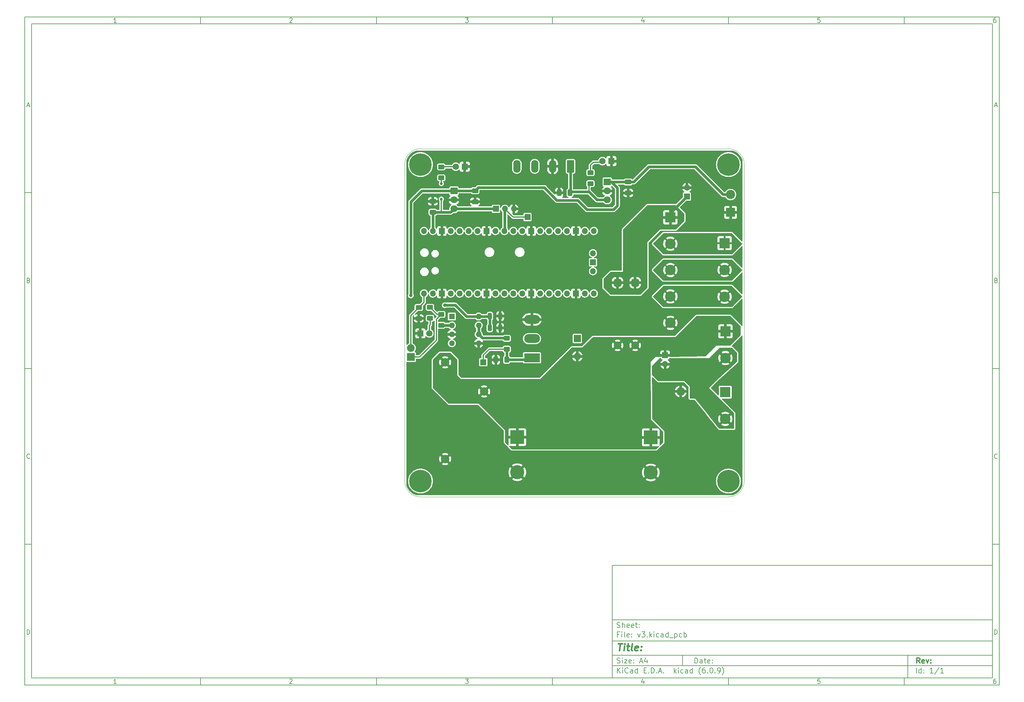
<source format=gbr>
%TF.GenerationSoftware,KiCad,Pcbnew,(6.0.9)*%
%TF.CreationDate,2022-12-28T04:29:14+03:00*%
%TF.ProjectId,v3,76332e6b-6963-4616-945f-706362585858,rev?*%
%TF.SameCoordinates,Original*%
%TF.FileFunction,Copper,L1,Top*%
%TF.FilePolarity,Positive*%
%FSLAX46Y46*%
G04 Gerber Fmt 4.6, Leading zero omitted, Abs format (unit mm)*
G04 Created by KiCad (PCBNEW (6.0.9)) date 2022-12-28 04:29:14*
%MOMM*%
%LPD*%
G01*
G04 APERTURE LIST*
G04 Aperture macros list*
%AMRoundRect*
0 Rectangle with rounded corners*
0 $1 Rounding radius*
0 $2 $3 $4 $5 $6 $7 $8 $9 X,Y pos of 4 corners*
0 Add a 4 corners polygon primitive as box body*
4,1,4,$2,$3,$4,$5,$6,$7,$8,$9,$2,$3,0*
0 Add four circle primitives for the rounded corners*
1,1,$1+$1,$2,$3*
1,1,$1+$1,$4,$5*
1,1,$1+$1,$6,$7*
1,1,$1+$1,$8,$9*
0 Add four rect primitives between the rounded corners*
20,1,$1+$1,$2,$3,$4,$5,0*
20,1,$1+$1,$4,$5,$6,$7,0*
20,1,$1+$1,$6,$7,$8,$9,0*
20,1,$1+$1,$8,$9,$2,$3,0*%
G04 Aperture macros list end*
%ADD10C,0.100000*%
%ADD11C,0.150000*%
%ADD12C,0.300000*%
%ADD13C,0.400000*%
%TA.AperFunction,Profile*%
%ADD14C,0.100000*%
%TD*%
%TA.AperFunction,ComponentPad*%
%ADD15R,1.600000X1.600000*%
%TD*%
%TA.AperFunction,ComponentPad*%
%ADD16O,1.600000X1.600000*%
%TD*%
%TA.AperFunction,ComponentPad*%
%ADD17R,2.200000X2.200000*%
%TD*%
%TA.AperFunction,ComponentPad*%
%ADD18C,2.200000*%
%TD*%
%TA.AperFunction,SMDPad,CuDef*%
%ADD19RoundRect,0.250000X0.625000X-0.400000X0.625000X0.400000X-0.625000X0.400000X-0.625000X-0.400000X0*%
%TD*%
%TA.AperFunction,ComponentPad*%
%ADD20R,1.800000X1.800000*%
%TD*%
%TA.AperFunction,ComponentPad*%
%ADD21C,1.800000*%
%TD*%
%TA.AperFunction,SMDPad,CuDef*%
%ADD22RoundRect,0.250000X-0.625000X0.400000X-0.625000X-0.400000X0.625000X-0.400000X0.625000X0.400000X0*%
%TD*%
%TA.AperFunction,ComponentPad*%
%ADD23R,4.000000X4.000000*%
%TD*%
%TA.AperFunction,ComponentPad*%
%ADD24C,4.000000*%
%TD*%
%TA.AperFunction,ComponentPad*%
%ADD25R,1.700000X1.700000*%
%TD*%
%TA.AperFunction,SMDPad,CuDef*%
%ADD26RoundRect,0.250000X-0.650000X0.412500X-0.650000X-0.412500X0.650000X-0.412500X0.650000X0.412500X0*%
%TD*%
%TA.AperFunction,ComponentPad*%
%ADD27C,0.800000*%
%TD*%
%TA.AperFunction,ComponentPad*%
%ADD28C,6.400000*%
%TD*%
%TA.AperFunction,ComponentPad*%
%ADD29O,1.700000X1.700000*%
%TD*%
%TA.AperFunction,SMDPad,CuDef*%
%ADD30RoundRect,0.250000X0.400000X0.625000X-0.400000X0.625000X-0.400000X-0.625000X0.400000X-0.625000X0*%
%TD*%
%TA.AperFunction,ComponentPad*%
%ADD31C,2.400000*%
%TD*%
%TA.AperFunction,ComponentPad*%
%ADD32R,3.000000X3.000000*%
%TD*%
%TA.AperFunction,ComponentPad*%
%ADD33C,3.000000*%
%TD*%
%TA.AperFunction,ComponentPad*%
%ADD34RoundRect,0.550000X-0.550000X0.550000X-0.550000X-0.550000X0.550000X-0.550000X0.550000X0.550000X0*%
%TD*%
%TA.AperFunction,ComponentPad*%
%ADD35R,2.000000X1.905000*%
%TD*%
%TA.AperFunction,ComponentPad*%
%ADD36O,2.000000X1.905000*%
%TD*%
%TA.AperFunction,ComponentPad*%
%ADD37RoundRect,0.249999X0.790001X1.550001X-0.790001X1.550001X-0.790001X-1.550001X0.790001X-1.550001X0*%
%TD*%
%TA.AperFunction,ComponentPad*%
%ADD38O,2.080000X3.600000*%
%TD*%
%TA.AperFunction,SMDPad,CuDef*%
%ADD39RoundRect,0.250000X-0.325000X-0.650000X0.325000X-0.650000X0.325000X0.650000X-0.325000X0.650000X0*%
%TD*%
%TA.AperFunction,ComponentPad*%
%ADD40O,2.400000X2.400000*%
%TD*%
%TA.AperFunction,SMDPad,CuDef*%
%ADD41RoundRect,0.250000X0.412500X0.650000X-0.412500X0.650000X-0.412500X-0.650000X0.412500X-0.650000X0*%
%TD*%
%TA.AperFunction,ComponentPad*%
%ADD42R,4.500000X2.500000*%
%TD*%
%TA.AperFunction,ComponentPad*%
%ADD43O,4.500000X2.500000*%
%TD*%
%TA.AperFunction,ComponentPad*%
%ADD44R,2.000000X2.000000*%
%TD*%
%TA.AperFunction,ComponentPad*%
%ADD45O,2.000000X2.000000*%
%TD*%
%TA.AperFunction,ComponentPad*%
%ADD46R,2.600000X2.600000*%
%TD*%
%TA.AperFunction,ComponentPad*%
%ADD47C,2.600000*%
%TD*%
%TA.AperFunction,SMDPad,CuDef*%
%ADD48RoundRect,0.250000X0.650000X-0.412500X0.650000X0.412500X-0.650000X0.412500X-0.650000X-0.412500X0*%
%TD*%
%TA.AperFunction,ViaPad*%
%ADD49C,1.000000*%
%TD*%
%TA.AperFunction,ViaPad*%
%ADD50C,0.800000*%
%TD*%
%TA.AperFunction,Conductor*%
%ADD51C,0.750000*%
%TD*%
%TA.AperFunction,Conductor*%
%ADD52C,0.350000*%
%TD*%
G04 APERTURE END LIST*
D10*
D11*
X177002200Y-166007200D02*
X177002200Y-198007200D01*
X285002200Y-198007200D01*
X285002200Y-166007200D01*
X177002200Y-166007200D01*
D10*
D11*
X10000000Y-10000000D02*
X10000000Y-200007200D01*
X287002200Y-200007200D01*
X287002200Y-10000000D01*
X10000000Y-10000000D01*
D10*
D11*
X12000000Y-12000000D02*
X12000000Y-198007200D01*
X285002200Y-198007200D01*
X285002200Y-12000000D01*
X12000000Y-12000000D01*
D10*
D11*
X60000000Y-12000000D02*
X60000000Y-10000000D01*
D10*
D11*
X110000000Y-12000000D02*
X110000000Y-10000000D01*
D10*
D11*
X160000000Y-12000000D02*
X160000000Y-10000000D01*
D10*
D11*
X210000000Y-12000000D02*
X210000000Y-10000000D01*
D10*
D11*
X260000000Y-12000000D02*
X260000000Y-10000000D01*
D10*
D11*
X36065476Y-11588095D02*
X35322619Y-11588095D01*
X35694047Y-11588095D02*
X35694047Y-10288095D01*
X35570238Y-10473809D01*
X35446428Y-10597619D01*
X35322619Y-10659523D01*
D10*
D11*
X85322619Y-10411904D02*
X85384523Y-10350000D01*
X85508333Y-10288095D01*
X85817857Y-10288095D01*
X85941666Y-10350000D01*
X86003571Y-10411904D01*
X86065476Y-10535714D01*
X86065476Y-10659523D01*
X86003571Y-10845238D01*
X85260714Y-11588095D01*
X86065476Y-11588095D01*
D10*
D11*
X135260714Y-10288095D02*
X136065476Y-10288095D01*
X135632142Y-10783333D01*
X135817857Y-10783333D01*
X135941666Y-10845238D01*
X136003571Y-10907142D01*
X136065476Y-11030952D01*
X136065476Y-11340476D01*
X136003571Y-11464285D01*
X135941666Y-11526190D01*
X135817857Y-11588095D01*
X135446428Y-11588095D01*
X135322619Y-11526190D01*
X135260714Y-11464285D01*
D10*
D11*
X185941666Y-10721428D02*
X185941666Y-11588095D01*
X185632142Y-10226190D02*
X185322619Y-11154761D01*
X186127380Y-11154761D01*
D10*
D11*
X236003571Y-10288095D02*
X235384523Y-10288095D01*
X235322619Y-10907142D01*
X235384523Y-10845238D01*
X235508333Y-10783333D01*
X235817857Y-10783333D01*
X235941666Y-10845238D01*
X236003571Y-10907142D01*
X236065476Y-11030952D01*
X236065476Y-11340476D01*
X236003571Y-11464285D01*
X235941666Y-11526190D01*
X235817857Y-11588095D01*
X235508333Y-11588095D01*
X235384523Y-11526190D01*
X235322619Y-11464285D01*
D10*
D11*
X285941666Y-10288095D02*
X285694047Y-10288095D01*
X285570238Y-10350000D01*
X285508333Y-10411904D01*
X285384523Y-10597619D01*
X285322619Y-10845238D01*
X285322619Y-11340476D01*
X285384523Y-11464285D01*
X285446428Y-11526190D01*
X285570238Y-11588095D01*
X285817857Y-11588095D01*
X285941666Y-11526190D01*
X286003571Y-11464285D01*
X286065476Y-11340476D01*
X286065476Y-11030952D01*
X286003571Y-10907142D01*
X285941666Y-10845238D01*
X285817857Y-10783333D01*
X285570238Y-10783333D01*
X285446428Y-10845238D01*
X285384523Y-10907142D01*
X285322619Y-11030952D01*
D10*
D11*
X60000000Y-198007200D02*
X60000000Y-200007200D01*
D10*
D11*
X110000000Y-198007200D02*
X110000000Y-200007200D01*
D10*
D11*
X160000000Y-198007200D02*
X160000000Y-200007200D01*
D10*
D11*
X210000000Y-198007200D02*
X210000000Y-200007200D01*
D10*
D11*
X260000000Y-198007200D02*
X260000000Y-200007200D01*
D10*
D11*
X36065476Y-199595295D02*
X35322619Y-199595295D01*
X35694047Y-199595295D02*
X35694047Y-198295295D01*
X35570238Y-198481009D01*
X35446428Y-198604819D01*
X35322619Y-198666723D01*
D10*
D11*
X85322619Y-198419104D02*
X85384523Y-198357200D01*
X85508333Y-198295295D01*
X85817857Y-198295295D01*
X85941666Y-198357200D01*
X86003571Y-198419104D01*
X86065476Y-198542914D01*
X86065476Y-198666723D01*
X86003571Y-198852438D01*
X85260714Y-199595295D01*
X86065476Y-199595295D01*
D10*
D11*
X135260714Y-198295295D02*
X136065476Y-198295295D01*
X135632142Y-198790533D01*
X135817857Y-198790533D01*
X135941666Y-198852438D01*
X136003571Y-198914342D01*
X136065476Y-199038152D01*
X136065476Y-199347676D01*
X136003571Y-199471485D01*
X135941666Y-199533390D01*
X135817857Y-199595295D01*
X135446428Y-199595295D01*
X135322619Y-199533390D01*
X135260714Y-199471485D01*
D10*
D11*
X185941666Y-198728628D02*
X185941666Y-199595295D01*
X185632142Y-198233390D02*
X185322619Y-199161961D01*
X186127380Y-199161961D01*
D10*
D11*
X236003571Y-198295295D02*
X235384523Y-198295295D01*
X235322619Y-198914342D01*
X235384523Y-198852438D01*
X235508333Y-198790533D01*
X235817857Y-198790533D01*
X235941666Y-198852438D01*
X236003571Y-198914342D01*
X236065476Y-199038152D01*
X236065476Y-199347676D01*
X236003571Y-199471485D01*
X235941666Y-199533390D01*
X235817857Y-199595295D01*
X235508333Y-199595295D01*
X235384523Y-199533390D01*
X235322619Y-199471485D01*
D10*
D11*
X285941666Y-198295295D02*
X285694047Y-198295295D01*
X285570238Y-198357200D01*
X285508333Y-198419104D01*
X285384523Y-198604819D01*
X285322619Y-198852438D01*
X285322619Y-199347676D01*
X285384523Y-199471485D01*
X285446428Y-199533390D01*
X285570238Y-199595295D01*
X285817857Y-199595295D01*
X285941666Y-199533390D01*
X286003571Y-199471485D01*
X286065476Y-199347676D01*
X286065476Y-199038152D01*
X286003571Y-198914342D01*
X285941666Y-198852438D01*
X285817857Y-198790533D01*
X285570238Y-198790533D01*
X285446428Y-198852438D01*
X285384523Y-198914342D01*
X285322619Y-199038152D01*
D10*
D11*
X10000000Y-60000000D02*
X12000000Y-60000000D01*
D10*
D11*
X10000000Y-110000000D02*
X12000000Y-110000000D01*
D10*
D11*
X10000000Y-160000000D02*
X12000000Y-160000000D01*
D10*
D11*
X10690476Y-35216666D02*
X11309523Y-35216666D01*
X10566666Y-35588095D02*
X11000000Y-34288095D01*
X11433333Y-35588095D01*
D10*
D11*
X11092857Y-84907142D02*
X11278571Y-84969047D01*
X11340476Y-85030952D01*
X11402380Y-85154761D01*
X11402380Y-85340476D01*
X11340476Y-85464285D01*
X11278571Y-85526190D01*
X11154761Y-85588095D01*
X10659523Y-85588095D01*
X10659523Y-84288095D01*
X11092857Y-84288095D01*
X11216666Y-84350000D01*
X11278571Y-84411904D01*
X11340476Y-84535714D01*
X11340476Y-84659523D01*
X11278571Y-84783333D01*
X11216666Y-84845238D01*
X11092857Y-84907142D01*
X10659523Y-84907142D01*
D10*
D11*
X11402380Y-135464285D02*
X11340476Y-135526190D01*
X11154761Y-135588095D01*
X11030952Y-135588095D01*
X10845238Y-135526190D01*
X10721428Y-135402380D01*
X10659523Y-135278571D01*
X10597619Y-135030952D01*
X10597619Y-134845238D01*
X10659523Y-134597619D01*
X10721428Y-134473809D01*
X10845238Y-134350000D01*
X11030952Y-134288095D01*
X11154761Y-134288095D01*
X11340476Y-134350000D01*
X11402380Y-134411904D01*
D10*
D11*
X10659523Y-185588095D02*
X10659523Y-184288095D01*
X10969047Y-184288095D01*
X11154761Y-184350000D01*
X11278571Y-184473809D01*
X11340476Y-184597619D01*
X11402380Y-184845238D01*
X11402380Y-185030952D01*
X11340476Y-185278571D01*
X11278571Y-185402380D01*
X11154761Y-185526190D01*
X10969047Y-185588095D01*
X10659523Y-185588095D01*
D10*
D11*
X287002200Y-60000000D02*
X285002200Y-60000000D01*
D10*
D11*
X287002200Y-110000000D02*
X285002200Y-110000000D01*
D10*
D11*
X287002200Y-160000000D02*
X285002200Y-160000000D01*
D10*
D11*
X285692676Y-35216666D02*
X286311723Y-35216666D01*
X285568866Y-35588095D02*
X286002200Y-34288095D01*
X286435533Y-35588095D01*
D10*
D11*
X286095057Y-84907142D02*
X286280771Y-84969047D01*
X286342676Y-85030952D01*
X286404580Y-85154761D01*
X286404580Y-85340476D01*
X286342676Y-85464285D01*
X286280771Y-85526190D01*
X286156961Y-85588095D01*
X285661723Y-85588095D01*
X285661723Y-84288095D01*
X286095057Y-84288095D01*
X286218866Y-84350000D01*
X286280771Y-84411904D01*
X286342676Y-84535714D01*
X286342676Y-84659523D01*
X286280771Y-84783333D01*
X286218866Y-84845238D01*
X286095057Y-84907142D01*
X285661723Y-84907142D01*
D10*
D11*
X286404580Y-135464285D02*
X286342676Y-135526190D01*
X286156961Y-135588095D01*
X286033152Y-135588095D01*
X285847438Y-135526190D01*
X285723628Y-135402380D01*
X285661723Y-135278571D01*
X285599819Y-135030952D01*
X285599819Y-134845238D01*
X285661723Y-134597619D01*
X285723628Y-134473809D01*
X285847438Y-134350000D01*
X286033152Y-134288095D01*
X286156961Y-134288095D01*
X286342676Y-134350000D01*
X286404580Y-134411904D01*
D10*
D11*
X285661723Y-185588095D02*
X285661723Y-184288095D01*
X285971247Y-184288095D01*
X286156961Y-184350000D01*
X286280771Y-184473809D01*
X286342676Y-184597619D01*
X286404580Y-184845238D01*
X286404580Y-185030952D01*
X286342676Y-185278571D01*
X286280771Y-185402380D01*
X286156961Y-185526190D01*
X285971247Y-185588095D01*
X285661723Y-185588095D01*
D10*
D11*
X200434342Y-193785771D02*
X200434342Y-192285771D01*
X200791485Y-192285771D01*
X201005771Y-192357200D01*
X201148628Y-192500057D01*
X201220057Y-192642914D01*
X201291485Y-192928628D01*
X201291485Y-193142914D01*
X201220057Y-193428628D01*
X201148628Y-193571485D01*
X201005771Y-193714342D01*
X200791485Y-193785771D01*
X200434342Y-193785771D01*
X202577200Y-193785771D02*
X202577200Y-193000057D01*
X202505771Y-192857200D01*
X202362914Y-192785771D01*
X202077200Y-192785771D01*
X201934342Y-192857200D01*
X202577200Y-193714342D02*
X202434342Y-193785771D01*
X202077200Y-193785771D01*
X201934342Y-193714342D01*
X201862914Y-193571485D01*
X201862914Y-193428628D01*
X201934342Y-193285771D01*
X202077200Y-193214342D01*
X202434342Y-193214342D01*
X202577200Y-193142914D01*
X203077200Y-192785771D02*
X203648628Y-192785771D01*
X203291485Y-192285771D02*
X203291485Y-193571485D01*
X203362914Y-193714342D01*
X203505771Y-193785771D01*
X203648628Y-193785771D01*
X204720057Y-193714342D02*
X204577200Y-193785771D01*
X204291485Y-193785771D01*
X204148628Y-193714342D01*
X204077200Y-193571485D01*
X204077200Y-193000057D01*
X204148628Y-192857200D01*
X204291485Y-192785771D01*
X204577200Y-192785771D01*
X204720057Y-192857200D01*
X204791485Y-193000057D01*
X204791485Y-193142914D01*
X204077200Y-193285771D01*
X205434342Y-193642914D02*
X205505771Y-193714342D01*
X205434342Y-193785771D01*
X205362914Y-193714342D01*
X205434342Y-193642914D01*
X205434342Y-193785771D01*
X205434342Y-192857200D02*
X205505771Y-192928628D01*
X205434342Y-193000057D01*
X205362914Y-192928628D01*
X205434342Y-192857200D01*
X205434342Y-193000057D01*
D10*
D11*
X177002200Y-194507200D02*
X285002200Y-194507200D01*
D10*
D11*
X178434342Y-196585771D02*
X178434342Y-195085771D01*
X179291485Y-196585771D02*
X178648628Y-195728628D01*
X179291485Y-195085771D02*
X178434342Y-195942914D01*
X179934342Y-196585771D02*
X179934342Y-195585771D01*
X179934342Y-195085771D02*
X179862914Y-195157200D01*
X179934342Y-195228628D01*
X180005771Y-195157200D01*
X179934342Y-195085771D01*
X179934342Y-195228628D01*
X181505771Y-196442914D02*
X181434342Y-196514342D01*
X181220057Y-196585771D01*
X181077200Y-196585771D01*
X180862914Y-196514342D01*
X180720057Y-196371485D01*
X180648628Y-196228628D01*
X180577200Y-195942914D01*
X180577200Y-195728628D01*
X180648628Y-195442914D01*
X180720057Y-195300057D01*
X180862914Y-195157200D01*
X181077200Y-195085771D01*
X181220057Y-195085771D01*
X181434342Y-195157200D01*
X181505771Y-195228628D01*
X182791485Y-196585771D02*
X182791485Y-195800057D01*
X182720057Y-195657200D01*
X182577200Y-195585771D01*
X182291485Y-195585771D01*
X182148628Y-195657200D01*
X182791485Y-196514342D02*
X182648628Y-196585771D01*
X182291485Y-196585771D01*
X182148628Y-196514342D01*
X182077200Y-196371485D01*
X182077200Y-196228628D01*
X182148628Y-196085771D01*
X182291485Y-196014342D01*
X182648628Y-196014342D01*
X182791485Y-195942914D01*
X184148628Y-196585771D02*
X184148628Y-195085771D01*
X184148628Y-196514342D02*
X184005771Y-196585771D01*
X183720057Y-196585771D01*
X183577200Y-196514342D01*
X183505771Y-196442914D01*
X183434342Y-196300057D01*
X183434342Y-195871485D01*
X183505771Y-195728628D01*
X183577200Y-195657200D01*
X183720057Y-195585771D01*
X184005771Y-195585771D01*
X184148628Y-195657200D01*
X186005771Y-195800057D02*
X186505771Y-195800057D01*
X186720057Y-196585771D02*
X186005771Y-196585771D01*
X186005771Y-195085771D01*
X186720057Y-195085771D01*
X187362914Y-196442914D02*
X187434342Y-196514342D01*
X187362914Y-196585771D01*
X187291485Y-196514342D01*
X187362914Y-196442914D01*
X187362914Y-196585771D01*
X188077200Y-196585771D02*
X188077200Y-195085771D01*
X188434342Y-195085771D01*
X188648628Y-195157200D01*
X188791485Y-195300057D01*
X188862914Y-195442914D01*
X188934342Y-195728628D01*
X188934342Y-195942914D01*
X188862914Y-196228628D01*
X188791485Y-196371485D01*
X188648628Y-196514342D01*
X188434342Y-196585771D01*
X188077200Y-196585771D01*
X189577200Y-196442914D02*
X189648628Y-196514342D01*
X189577200Y-196585771D01*
X189505771Y-196514342D01*
X189577200Y-196442914D01*
X189577200Y-196585771D01*
X190220057Y-196157200D02*
X190934342Y-196157200D01*
X190077200Y-196585771D02*
X190577200Y-195085771D01*
X191077200Y-196585771D01*
X191577200Y-196442914D02*
X191648628Y-196514342D01*
X191577200Y-196585771D01*
X191505771Y-196514342D01*
X191577200Y-196442914D01*
X191577200Y-196585771D01*
X194577200Y-196585771D02*
X194577200Y-195085771D01*
X194720057Y-196014342D02*
X195148628Y-196585771D01*
X195148628Y-195585771D02*
X194577200Y-196157200D01*
X195791485Y-196585771D02*
X195791485Y-195585771D01*
X195791485Y-195085771D02*
X195720057Y-195157200D01*
X195791485Y-195228628D01*
X195862914Y-195157200D01*
X195791485Y-195085771D01*
X195791485Y-195228628D01*
X197148628Y-196514342D02*
X197005771Y-196585771D01*
X196720057Y-196585771D01*
X196577200Y-196514342D01*
X196505771Y-196442914D01*
X196434342Y-196300057D01*
X196434342Y-195871485D01*
X196505771Y-195728628D01*
X196577200Y-195657200D01*
X196720057Y-195585771D01*
X197005771Y-195585771D01*
X197148628Y-195657200D01*
X198434342Y-196585771D02*
X198434342Y-195800057D01*
X198362914Y-195657200D01*
X198220057Y-195585771D01*
X197934342Y-195585771D01*
X197791485Y-195657200D01*
X198434342Y-196514342D02*
X198291485Y-196585771D01*
X197934342Y-196585771D01*
X197791485Y-196514342D01*
X197720057Y-196371485D01*
X197720057Y-196228628D01*
X197791485Y-196085771D01*
X197934342Y-196014342D01*
X198291485Y-196014342D01*
X198434342Y-195942914D01*
X199791485Y-196585771D02*
X199791485Y-195085771D01*
X199791485Y-196514342D02*
X199648628Y-196585771D01*
X199362914Y-196585771D01*
X199220057Y-196514342D01*
X199148628Y-196442914D01*
X199077200Y-196300057D01*
X199077200Y-195871485D01*
X199148628Y-195728628D01*
X199220057Y-195657200D01*
X199362914Y-195585771D01*
X199648628Y-195585771D01*
X199791485Y-195657200D01*
X202077200Y-197157200D02*
X202005771Y-197085771D01*
X201862914Y-196871485D01*
X201791485Y-196728628D01*
X201720057Y-196514342D01*
X201648628Y-196157200D01*
X201648628Y-195871485D01*
X201720057Y-195514342D01*
X201791485Y-195300057D01*
X201862914Y-195157200D01*
X202005771Y-194942914D01*
X202077200Y-194871485D01*
X203291485Y-195085771D02*
X203005771Y-195085771D01*
X202862914Y-195157200D01*
X202791485Y-195228628D01*
X202648628Y-195442914D01*
X202577200Y-195728628D01*
X202577200Y-196300057D01*
X202648628Y-196442914D01*
X202720057Y-196514342D01*
X202862914Y-196585771D01*
X203148628Y-196585771D01*
X203291485Y-196514342D01*
X203362914Y-196442914D01*
X203434342Y-196300057D01*
X203434342Y-195942914D01*
X203362914Y-195800057D01*
X203291485Y-195728628D01*
X203148628Y-195657200D01*
X202862914Y-195657200D01*
X202720057Y-195728628D01*
X202648628Y-195800057D01*
X202577200Y-195942914D01*
X204077200Y-196442914D02*
X204148628Y-196514342D01*
X204077200Y-196585771D01*
X204005771Y-196514342D01*
X204077200Y-196442914D01*
X204077200Y-196585771D01*
X205077200Y-195085771D02*
X205220057Y-195085771D01*
X205362914Y-195157200D01*
X205434342Y-195228628D01*
X205505771Y-195371485D01*
X205577200Y-195657200D01*
X205577200Y-196014342D01*
X205505771Y-196300057D01*
X205434342Y-196442914D01*
X205362914Y-196514342D01*
X205220057Y-196585771D01*
X205077200Y-196585771D01*
X204934342Y-196514342D01*
X204862914Y-196442914D01*
X204791485Y-196300057D01*
X204720057Y-196014342D01*
X204720057Y-195657200D01*
X204791485Y-195371485D01*
X204862914Y-195228628D01*
X204934342Y-195157200D01*
X205077200Y-195085771D01*
X206220057Y-196442914D02*
X206291485Y-196514342D01*
X206220057Y-196585771D01*
X206148628Y-196514342D01*
X206220057Y-196442914D01*
X206220057Y-196585771D01*
X207005771Y-196585771D02*
X207291485Y-196585771D01*
X207434342Y-196514342D01*
X207505771Y-196442914D01*
X207648628Y-196228628D01*
X207720057Y-195942914D01*
X207720057Y-195371485D01*
X207648628Y-195228628D01*
X207577200Y-195157200D01*
X207434342Y-195085771D01*
X207148628Y-195085771D01*
X207005771Y-195157200D01*
X206934342Y-195228628D01*
X206862914Y-195371485D01*
X206862914Y-195728628D01*
X206934342Y-195871485D01*
X207005771Y-195942914D01*
X207148628Y-196014342D01*
X207434342Y-196014342D01*
X207577200Y-195942914D01*
X207648628Y-195871485D01*
X207720057Y-195728628D01*
X208220057Y-197157200D02*
X208291485Y-197085771D01*
X208434342Y-196871485D01*
X208505771Y-196728628D01*
X208577200Y-196514342D01*
X208648628Y-196157200D01*
X208648628Y-195871485D01*
X208577200Y-195514342D01*
X208505771Y-195300057D01*
X208434342Y-195157200D01*
X208291485Y-194942914D01*
X208220057Y-194871485D01*
D10*
D11*
X177002200Y-191507200D02*
X285002200Y-191507200D01*
D10*
D12*
X264411485Y-193785771D02*
X263911485Y-193071485D01*
X263554342Y-193785771D02*
X263554342Y-192285771D01*
X264125771Y-192285771D01*
X264268628Y-192357200D01*
X264340057Y-192428628D01*
X264411485Y-192571485D01*
X264411485Y-192785771D01*
X264340057Y-192928628D01*
X264268628Y-193000057D01*
X264125771Y-193071485D01*
X263554342Y-193071485D01*
X265625771Y-193714342D02*
X265482914Y-193785771D01*
X265197200Y-193785771D01*
X265054342Y-193714342D01*
X264982914Y-193571485D01*
X264982914Y-193000057D01*
X265054342Y-192857200D01*
X265197200Y-192785771D01*
X265482914Y-192785771D01*
X265625771Y-192857200D01*
X265697200Y-193000057D01*
X265697200Y-193142914D01*
X264982914Y-193285771D01*
X266197200Y-192785771D02*
X266554342Y-193785771D01*
X266911485Y-192785771D01*
X267482914Y-193642914D02*
X267554342Y-193714342D01*
X267482914Y-193785771D01*
X267411485Y-193714342D01*
X267482914Y-193642914D01*
X267482914Y-193785771D01*
X267482914Y-192857200D02*
X267554342Y-192928628D01*
X267482914Y-193000057D01*
X267411485Y-192928628D01*
X267482914Y-192857200D01*
X267482914Y-193000057D01*
D10*
D11*
X178362914Y-193714342D02*
X178577200Y-193785771D01*
X178934342Y-193785771D01*
X179077200Y-193714342D01*
X179148628Y-193642914D01*
X179220057Y-193500057D01*
X179220057Y-193357200D01*
X179148628Y-193214342D01*
X179077200Y-193142914D01*
X178934342Y-193071485D01*
X178648628Y-193000057D01*
X178505771Y-192928628D01*
X178434342Y-192857200D01*
X178362914Y-192714342D01*
X178362914Y-192571485D01*
X178434342Y-192428628D01*
X178505771Y-192357200D01*
X178648628Y-192285771D01*
X179005771Y-192285771D01*
X179220057Y-192357200D01*
X179862914Y-193785771D02*
X179862914Y-192785771D01*
X179862914Y-192285771D02*
X179791485Y-192357200D01*
X179862914Y-192428628D01*
X179934342Y-192357200D01*
X179862914Y-192285771D01*
X179862914Y-192428628D01*
X180434342Y-192785771D02*
X181220057Y-192785771D01*
X180434342Y-193785771D01*
X181220057Y-193785771D01*
X182362914Y-193714342D02*
X182220057Y-193785771D01*
X181934342Y-193785771D01*
X181791485Y-193714342D01*
X181720057Y-193571485D01*
X181720057Y-193000057D01*
X181791485Y-192857200D01*
X181934342Y-192785771D01*
X182220057Y-192785771D01*
X182362914Y-192857200D01*
X182434342Y-193000057D01*
X182434342Y-193142914D01*
X181720057Y-193285771D01*
X183077200Y-193642914D02*
X183148628Y-193714342D01*
X183077200Y-193785771D01*
X183005771Y-193714342D01*
X183077200Y-193642914D01*
X183077200Y-193785771D01*
X183077200Y-192857200D02*
X183148628Y-192928628D01*
X183077200Y-193000057D01*
X183005771Y-192928628D01*
X183077200Y-192857200D01*
X183077200Y-193000057D01*
X184862914Y-193357200D02*
X185577200Y-193357200D01*
X184720057Y-193785771D02*
X185220057Y-192285771D01*
X185720057Y-193785771D01*
X186862914Y-192785771D02*
X186862914Y-193785771D01*
X186505771Y-192214342D02*
X186148628Y-193285771D01*
X187077200Y-193285771D01*
D10*
D11*
X263434342Y-196585771D02*
X263434342Y-195085771D01*
X264791485Y-196585771D02*
X264791485Y-195085771D01*
X264791485Y-196514342D02*
X264648628Y-196585771D01*
X264362914Y-196585771D01*
X264220057Y-196514342D01*
X264148628Y-196442914D01*
X264077200Y-196300057D01*
X264077200Y-195871485D01*
X264148628Y-195728628D01*
X264220057Y-195657200D01*
X264362914Y-195585771D01*
X264648628Y-195585771D01*
X264791485Y-195657200D01*
X265505771Y-196442914D02*
X265577200Y-196514342D01*
X265505771Y-196585771D01*
X265434342Y-196514342D01*
X265505771Y-196442914D01*
X265505771Y-196585771D01*
X265505771Y-195657200D02*
X265577200Y-195728628D01*
X265505771Y-195800057D01*
X265434342Y-195728628D01*
X265505771Y-195657200D01*
X265505771Y-195800057D01*
X268148628Y-196585771D02*
X267291485Y-196585771D01*
X267720057Y-196585771D02*
X267720057Y-195085771D01*
X267577200Y-195300057D01*
X267434342Y-195442914D01*
X267291485Y-195514342D01*
X269862914Y-195014342D02*
X268577200Y-196942914D01*
X271148628Y-196585771D02*
X270291485Y-196585771D01*
X270720057Y-196585771D02*
X270720057Y-195085771D01*
X270577200Y-195300057D01*
X270434342Y-195442914D01*
X270291485Y-195514342D01*
D10*
D11*
X177002200Y-187507200D02*
X285002200Y-187507200D01*
D10*
D13*
X178714580Y-188211961D02*
X179857438Y-188211961D01*
X179036009Y-190211961D02*
X179286009Y-188211961D01*
X180274104Y-190211961D02*
X180440771Y-188878628D01*
X180524104Y-188211961D02*
X180416961Y-188307200D01*
X180500295Y-188402438D01*
X180607438Y-188307200D01*
X180524104Y-188211961D01*
X180500295Y-188402438D01*
X181107438Y-188878628D02*
X181869342Y-188878628D01*
X181476485Y-188211961D02*
X181262200Y-189926247D01*
X181333628Y-190116723D01*
X181512200Y-190211961D01*
X181702676Y-190211961D01*
X182655057Y-190211961D02*
X182476485Y-190116723D01*
X182405057Y-189926247D01*
X182619342Y-188211961D01*
X184190771Y-190116723D02*
X183988390Y-190211961D01*
X183607438Y-190211961D01*
X183428866Y-190116723D01*
X183357438Y-189926247D01*
X183452676Y-189164342D01*
X183571723Y-188973866D01*
X183774104Y-188878628D01*
X184155057Y-188878628D01*
X184333628Y-188973866D01*
X184405057Y-189164342D01*
X184381247Y-189354819D01*
X183405057Y-189545295D01*
X185155057Y-190021485D02*
X185238390Y-190116723D01*
X185131247Y-190211961D01*
X185047914Y-190116723D01*
X185155057Y-190021485D01*
X185131247Y-190211961D01*
X185286009Y-188973866D02*
X185369342Y-189069104D01*
X185262200Y-189164342D01*
X185178866Y-189069104D01*
X185286009Y-188973866D01*
X185262200Y-189164342D01*
D10*
D11*
X178934342Y-185600057D02*
X178434342Y-185600057D01*
X178434342Y-186385771D02*
X178434342Y-184885771D01*
X179148628Y-184885771D01*
X179720057Y-186385771D02*
X179720057Y-185385771D01*
X179720057Y-184885771D02*
X179648628Y-184957200D01*
X179720057Y-185028628D01*
X179791485Y-184957200D01*
X179720057Y-184885771D01*
X179720057Y-185028628D01*
X180648628Y-186385771D02*
X180505771Y-186314342D01*
X180434342Y-186171485D01*
X180434342Y-184885771D01*
X181791485Y-186314342D02*
X181648628Y-186385771D01*
X181362914Y-186385771D01*
X181220057Y-186314342D01*
X181148628Y-186171485D01*
X181148628Y-185600057D01*
X181220057Y-185457200D01*
X181362914Y-185385771D01*
X181648628Y-185385771D01*
X181791485Y-185457200D01*
X181862914Y-185600057D01*
X181862914Y-185742914D01*
X181148628Y-185885771D01*
X182505771Y-186242914D02*
X182577200Y-186314342D01*
X182505771Y-186385771D01*
X182434342Y-186314342D01*
X182505771Y-186242914D01*
X182505771Y-186385771D01*
X182505771Y-185457200D02*
X182577200Y-185528628D01*
X182505771Y-185600057D01*
X182434342Y-185528628D01*
X182505771Y-185457200D01*
X182505771Y-185600057D01*
X184220057Y-185385771D02*
X184577200Y-186385771D01*
X184934342Y-185385771D01*
X185362914Y-184885771D02*
X186291485Y-184885771D01*
X185791485Y-185457200D01*
X186005771Y-185457200D01*
X186148628Y-185528628D01*
X186220057Y-185600057D01*
X186291485Y-185742914D01*
X186291485Y-186100057D01*
X186220057Y-186242914D01*
X186148628Y-186314342D01*
X186005771Y-186385771D01*
X185577200Y-186385771D01*
X185434342Y-186314342D01*
X185362914Y-186242914D01*
X186934342Y-186242914D02*
X187005771Y-186314342D01*
X186934342Y-186385771D01*
X186862914Y-186314342D01*
X186934342Y-186242914D01*
X186934342Y-186385771D01*
X187648628Y-186385771D02*
X187648628Y-184885771D01*
X187791485Y-185814342D02*
X188220057Y-186385771D01*
X188220057Y-185385771D02*
X187648628Y-185957200D01*
X188862914Y-186385771D02*
X188862914Y-185385771D01*
X188862914Y-184885771D02*
X188791485Y-184957200D01*
X188862914Y-185028628D01*
X188934342Y-184957200D01*
X188862914Y-184885771D01*
X188862914Y-185028628D01*
X190220057Y-186314342D02*
X190077200Y-186385771D01*
X189791485Y-186385771D01*
X189648628Y-186314342D01*
X189577200Y-186242914D01*
X189505771Y-186100057D01*
X189505771Y-185671485D01*
X189577200Y-185528628D01*
X189648628Y-185457200D01*
X189791485Y-185385771D01*
X190077200Y-185385771D01*
X190220057Y-185457200D01*
X191505771Y-186385771D02*
X191505771Y-185600057D01*
X191434342Y-185457200D01*
X191291485Y-185385771D01*
X191005771Y-185385771D01*
X190862914Y-185457200D01*
X191505771Y-186314342D02*
X191362914Y-186385771D01*
X191005771Y-186385771D01*
X190862914Y-186314342D01*
X190791485Y-186171485D01*
X190791485Y-186028628D01*
X190862914Y-185885771D01*
X191005771Y-185814342D01*
X191362914Y-185814342D01*
X191505771Y-185742914D01*
X192862914Y-186385771D02*
X192862914Y-184885771D01*
X192862914Y-186314342D02*
X192720057Y-186385771D01*
X192434342Y-186385771D01*
X192291485Y-186314342D01*
X192220057Y-186242914D01*
X192148628Y-186100057D01*
X192148628Y-185671485D01*
X192220057Y-185528628D01*
X192291485Y-185457200D01*
X192434342Y-185385771D01*
X192720057Y-185385771D01*
X192862914Y-185457200D01*
X193220057Y-186528628D02*
X194362914Y-186528628D01*
X194720057Y-185385771D02*
X194720057Y-186885771D01*
X194720057Y-185457200D02*
X194862914Y-185385771D01*
X195148628Y-185385771D01*
X195291485Y-185457200D01*
X195362914Y-185528628D01*
X195434342Y-185671485D01*
X195434342Y-186100057D01*
X195362914Y-186242914D01*
X195291485Y-186314342D01*
X195148628Y-186385771D01*
X194862914Y-186385771D01*
X194720057Y-186314342D01*
X196720057Y-186314342D02*
X196577200Y-186385771D01*
X196291485Y-186385771D01*
X196148628Y-186314342D01*
X196077200Y-186242914D01*
X196005771Y-186100057D01*
X196005771Y-185671485D01*
X196077200Y-185528628D01*
X196148628Y-185457200D01*
X196291485Y-185385771D01*
X196577200Y-185385771D01*
X196720057Y-185457200D01*
X197362914Y-186385771D02*
X197362914Y-184885771D01*
X197362914Y-185457200D02*
X197505771Y-185385771D01*
X197791485Y-185385771D01*
X197934342Y-185457200D01*
X198005771Y-185528628D01*
X198077200Y-185671485D01*
X198077200Y-186100057D01*
X198005771Y-186242914D01*
X197934342Y-186314342D01*
X197791485Y-186385771D01*
X197505771Y-186385771D01*
X197362914Y-186314342D01*
D10*
D11*
X177002200Y-181507200D02*
X285002200Y-181507200D01*
D10*
D11*
X178362914Y-183614342D02*
X178577200Y-183685771D01*
X178934342Y-183685771D01*
X179077200Y-183614342D01*
X179148628Y-183542914D01*
X179220057Y-183400057D01*
X179220057Y-183257200D01*
X179148628Y-183114342D01*
X179077200Y-183042914D01*
X178934342Y-182971485D01*
X178648628Y-182900057D01*
X178505771Y-182828628D01*
X178434342Y-182757200D01*
X178362914Y-182614342D01*
X178362914Y-182471485D01*
X178434342Y-182328628D01*
X178505771Y-182257200D01*
X178648628Y-182185771D01*
X179005771Y-182185771D01*
X179220057Y-182257200D01*
X179862914Y-183685771D02*
X179862914Y-182185771D01*
X180505771Y-183685771D02*
X180505771Y-182900057D01*
X180434342Y-182757200D01*
X180291485Y-182685771D01*
X180077200Y-182685771D01*
X179934342Y-182757200D01*
X179862914Y-182828628D01*
X181791485Y-183614342D02*
X181648628Y-183685771D01*
X181362914Y-183685771D01*
X181220057Y-183614342D01*
X181148628Y-183471485D01*
X181148628Y-182900057D01*
X181220057Y-182757200D01*
X181362914Y-182685771D01*
X181648628Y-182685771D01*
X181791485Y-182757200D01*
X181862914Y-182900057D01*
X181862914Y-183042914D01*
X181148628Y-183185771D01*
X183077200Y-183614342D02*
X182934342Y-183685771D01*
X182648628Y-183685771D01*
X182505771Y-183614342D01*
X182434342Y-183471485D01*
X182434342Y-182900057D01*
X182505771Y-182757200D01*
X182648628Y-182685771D01*
X182934342Y-182685771D01*
X183077200Y-182757200D01*
X183148628Y-182900057D01*
X183148628Y-183042914D01*
X182434342Y-183185771D01*
X183577200Y-182685771D02*
X184148628Y-182685771D01*
X183791485Y-182185771D02*
X183791485Y-183471485D01*
X183862914Y-183614342D01*
X184005771Y-183685771D01*
X184148628Y-183685771D01*
X184648628Y-183542914D02*
X184720057Y-183614342D01*
X184648628Y-183685771D01*
X184577200Y-183614342D01*
X184648628Y-183542914D01*
X184648628Y-183685771D01*
X184648628Y-182757200D02*
X184720057Y-182828628D01*
X184648628Y-182900057D01*
X184577200Y-182828628D01*
X184648628Y-182757200D01*
X184648628Y-182900057D01*
D10*
D12*
D10*
D11*
D10*
D11*
D10*
D11*
D10*
D11*
D10*
D11*
X197002200Y-191507200D02*
X197002200Y-194507200D01*
D10*
D11*
X261002200Y-191507200D02*
X261002200Y-198007200D01*
D14*
X122500000Y-146500000D02*
X210000000Y-146500000D01*
X118000000Y-52000000D02*
X118000000Y-142000000D01*
X214500000Y-52000000D02*
G75*
G03*
X210000000Y-47500000I-4500000J0D01*
G01*
X214500000Y-142000000D02*
X214500000Y-52000000D01*
X210000000Y-146500000D02*
G75*
G03*
X214500000Y-142000000I0J4500000D01*
G01*
X122500000Y-47500000D02*
G75*
G03*
X118000000Y-52000000I0J-4500000D01*
G01*
X122500000Y-47500000D02*
X210000000Y-47500000D01*
X118000000Y-142000000D02*
G75*
G03*
X122500000Y-146500000I4500000J0D01*
G01*
D15*
%TO.P,U3,1,NC*%
%TO.N,unconnected-(U3-Pad1)*%
X131400000Y-95200000D03*
D16*
%TO.P,U3,2,A*%
%TO.N,Net-(R2-Pad2)*%
X131400000Y-97740000D03*
%TO.P,U3,3,C*%
%TO.N,REC_-*%
X131400000Y-100280000D03*
%TO.P,U3,4,NC*%
%TO.N,unconnected-(U3-Pad4)*%
X131400000Y-102820000D03*
%TO.P,U3,5,VEE*%
%TO.N,REC_-*%
X139020000Y-102820000D03*
%TO.P,U3,6,VO*%
%TO.N,Net-(R3-Pad1)*%
X139020000Y-100280000D03*
%TO.P,U3,7,VO*%
X139020000Y-97740000D03*
%TO.P,U3,8,VCC*%
%TO.N,VCC*%
X139020000Y-95200000D03*
%TD*%
D17*
%TO.P,J11,1,Pin_1*%
%TO.N,PWM*%
X119750000Y-106720001D03*
D18*
%TO.P,J11,2,Pin_2*%
%TO.N,GPIO_0*%
X119750000Y-104180001D03*
%TD*%
D19*
%TO.P,R8,1*%
%TO.N,REC_-*%
X122000000Y-95750000D03*
%TO.P,R8,2*%
%TO.N,GPIO_0*%
X122000000Y-92650000D03*
%TD*%
D20*
%TO.P,D4,1,K*%
%TO.N,REC_-*%
X176740000Y-51000000D03*
D21*
%TO.P,D4,2,A*%
%TO.N,Net-(D4-Pad2)*%
X174200000Y-51000000D03*
%TD*%
D20*
%TO.P,D3,1,K*%
%TO.N,REC_-*%
X135075000Y-52600000D03*
D21*
%TO.P,D3,2,A*%
%TO.N,Net-(D3-Pad2)*%
X132535000Y-52600000D03*
%TD*%
D20*
%TO.P,D2,1,K*%
%TO.N,REC_-*%
X122460000Y-100000000D03*
D21*
%TO.P,D2,2,A*%
%TO.N,Net-(D2-Pad2)*%
X125000000Y-100000000D03*
%TD*%
D22*
%TO.P,R7,1*%
%TO.N,Net-(D4-Pad2)*%
X170800000Y-54299999D03*
%TO.P,R7,2*%
%TO.N,+12V*%
X170800000Y-57399999D03*
%TD*%
%TO.P,R6,1*%
%TO.N,Net-(D3-Pad2)*%
X128400000Y-52650000D03*
%TO.P,R6,2*%
%TO.N,+5V*%
X128400000Y-55750000D03*
%TD*%
D19*
%TO.P,R5,1*%
%TO.N,Net-(D2-Pad2)*%
X125200000Y-95700000D03*
%TO.P,R5,2*%
%TO.N,PWM*%
X125200000Y-92600000D03*
%TD*%
D23*
%TO.P,C7,1*%
%TO.N,A+*%
X187930499Y-129569501D03*
D24*
%TO.P,C7,2*%
%TO.N,REC_-*%
X187930499Y-139569501D03*
%TD*%
D23*
%TO.P,C6,1*%
%TO.N,A+*%
X150000000Y-129500000D03*
D24*
%TO.P,C6,2*%
%TO.N,REC_-*%
X150000000Y-139500000D03*
%TD*%
D25*
%TO.P,J10,1,Pin_1*%
%TO.N,GATE*%
X140350000Y-108200000D03*
%TD*%
%TO.P,J9,1,Pin_1*%
%TO.N,CSENSE*%
X152900000Y-66900000D03*
%TD*%
D26*
%TO.P,C1,1*%
%TO.N,VCC*%
X138000000Y-59437500D03*
%TO.P,C1,2*%
%TO.N,REC_-*%
X138000000Y-62562500D03*
%TD*%
D27*
%TO.P,H1,1*%
%TO.N,N/C*%
X122500000Y-144400000D03*
X120802944Y-143697056D03*
X122500000Y-139600000D03*
X124900000Y-142000000D03*
X120802944Y-140302944D03*
D28*
X122500000Y-142000000D03*
D27*
X124197056Y-143697056D03*
X124197056Y-140302944D03*
X120100000Y-142000000D03*
%TD*%
D22*
%TO.P,R3,1*%
%TO.N,Net-(R3-Pad1)*%
X147000000Y-101399999D03*
%TO.P,R3,2*%
%TO.N,GATE*%
X147000000Y-104499999D03*
%TD*%
D25*
%TO.P,J8,1,Pin_1*%
%TO.N,REC_+*%
X198200000Y-61075000D03*
D29*
%TO.P,J8,2,Pin_2*%
%TO.N,REC_-*%
X198200000Y-58535000D03*
%TD*%
D25*
%TO.P,J7,1,Pin_1*%
%TO.N,A+*%
X192000000Y-106225000D03*
D29*
%TO.P,J7,2,Pin_2*%
%TO.N,A-*%
X192000000Y-108765000D03*
%TD*%
D30*
%TO.P,R4,1*%
%TO.N,GATE*%
X147000000Y-107500000D03*
%TO.P,R4,2*%
%TO.N,REC_-*%
X143900000Y-107500000D03*
%TD*%
D22*
%TO.P,R2,2*%
%TO.N,Net-(R2-Pad2)*%
X128400000Y-97700000D03*
%TO.P,R2,1*%
%TO.N,PWM*%
X128400000Y-94600000D03*
%TD*%
D28*
%TO.P,H3,1*%
%TO.N,N/C*%
X210000000Y-142000000D03*
D27*
X211697056Y-143697056D03*
X207600000Y-142000000D03*
X208302944Y-140302944D03*
X210000000Y-139600000D03*
X210000000Y-144400000D03*
X211697056Y-140302944D03*
X208302944Y-143697056D03*
X212400000Y-142000000D03*
%TD*%
D31*
%TO.P,C5,1*%
%TO.N,A+*%
X129500000Y-108250000D03*
%TO.P,C5,2*%
%TO.N,REC_-*%
X129500000Y-135750000D03*
%TD*%
D32*
%TO.P,J2,1,Pin_1*%
%TO.N,AC_c*%
X208910000Y-74340000D03*
D33*
%TO.P,J2,2,Pin_2*%
%TO.N,AC_b*%
X208910000Y-81960000D03*
%TO.P,J2,3,Pin_3*%
%TO.N,AC_a*%
X208910000Y-89580000D03*
%TD*%
D34*
%TO.P,F1,1*%
%TO.N,REC_+*%
X183500000Y-85600000D03*
X178500000Y-85600000D03*
D18*
%TO.P,F1,2*%
%TO.N,A+*%
X178500000Y-103400000D03*
X183500000Y-103400000D03*
%TD*%
D35*
%TO.P,U2,1,VI*%
%TO.N,VCC*%
X175555000Y-56960000D03*
D36*
%TO.P,U2,2,GND*%
%TO.N,REC_-*%
X175555000Y-59500000D03*
%TO.P,U2,3,VO*%
%TO.N,+12V*%
X175555000Y-62040000D03*
%TD*%
D37*
%TO.P,J5,1,Pin_1*%
%TO.N,+12V*%
X165120000Y-52500000D03*
D38*
%TO.P,J5,2,Pin_2*%
%TO.N,REC_-*%
X160040000Y-52500000D03*
%TO.P,J5,3,Pin_3*%
%TO.N,unconnected-(J5-Pad3)*%
X154960000Y-52500000D03*
%TO.P,J5,4,Pin_4*%
%TO.N,unconnected-(J5-Pad4)*%
X149880000Y-52500000D03*
%TD*%
D32*
%TO.P,J3,1,Pin_1*%
%TO.N,A+*%
X209150000Y-99400000D03*
D33*
%TO.P,J3,2,Pin_2*%
%TO.N,A-*%
X209150000Y-107020000D03*
%TD*%
D39*
%TO.P,C9,1*%
%TO.N,VCC*%
X142175000Y-98450000D03*
%TO.P,C9,2*%
%TO.N,REC_-*%
X145125000Y-98450000D03*
%TD*%
D31*
%TO.P,R1,1*%
%TO.N,A+*%
X140560000Y-116500000D03*
D40*
%TO.P,R1,2*%
%TO.N,REC_-*%
X196440000Y-116500000D03*
%TD*%
D29*
%TO.P,U4,1,GPIO0*%
%TO.N,GPIO_0*%
X123485001Y-88655000D03*
%TO.P,U4,2,GPIO1*%
%TO.N,unconnected-(U4-Pad2)*%
X126025001Y-88655000D03*
D25*
%TO.P,U4,3,GND*%
%TO.N,REC_-*%
X128565001Y-88655000D03*
D29*
%TO.P,U4,4,GPIO2*%
%TO.N,unconnected-(U4-Pad4)*%
X131105001Y-88655000D03*
%TO.P,U4,5,GPIO3*%
%TO.N,unconnected-(U4-Pad5)*%
X133645001Y-88655000D03*
%TO.P,U4,6,GPIO4*%
%TO.N,unconnected-(U4-Pad6)*%
X136185001Y-88655000D03*
%TO.P,U4,7,GPIO5*%
%TO.N,unconnected-(U4-Pad7)*%
X138725001Y-88655000D03*
D25*
%TO.P,U4,8,GND*%
%TO.N,REC_-*%
X141265001Y-88655000D03*
D29*
%TO.P,U4,9,GPIO6*%
%TO.N,unconnected-(U4-Pad9)*%
X143805001Y-88655000D03*
%TO.P,U4,10,GPIO7*%
%TO.N,unconnected-(U4-Pad10)*%
X146345001Y-88655000D03*
%TO.P,U4,11,GPIO8*%
%TO.N,unconnected-(U4-Pad11)*%
X148885001Y-88655000D03*
%TO.P,U4,12,GPIO9*%
%TO.N,unconnected-(U4-Pad12)*%
X151425001Y-88655000D03*
D25*
%TO.P,U4,13,GND*%
%TO.N,REC_-*%
X153965001Y-88655000D03*
D29*
%TO.P,U4,14,GPIO10*%
%TO.N,unconnected-(U4-Pad14)*%
X156505001Y-88655000D03*
%TO.P,U4,15,GPIO11*%
%TO.N,unconnected-(U4-Pad15)*%
X159045001Y-88655000D03*
%TO.P,U4,16,GPIO12*%
%TO.N,unconnected-(U4-Pad16)*%
X161585001Y-88655000D03*
%TO.P,U4,17,GPIO13*%
%TO.N,unconnected-(U4-Pad17)*%
X164125001Y-88655000D03*
D25*
%TO.P,U4,18,GND*%
%TO.N,REC_-*%
X166665001Y-88655000D03*
D29*
%TO.P,U4,19,GPIO14*%
%TO.N,unconnected-(U4-Pad19)*%
X169205001Y-88655000D03*
%TO.P,U4,20,GPIO15*%
%TO.N,unconnected-(U4-Pad20)*%
X171745001Y-88655000D03*
%TO.P,U4,21,GPIO16*%
%TO.N,unconnected-(U4-Pad21)*%
X171745001Y-70875000D03*
%TO.P,U4,22,GPIO17*%
%TO.N,unconnected-(U4-Pad22)*%
X169205001Y-70875000D03*
D25*
%TO.P,U4,23,GND*%
%TO.N,REC_-*%
X166665001Y-70875000D03*
D29*
%TO.P,U4,24,GPIO18*%
%TO.N,unconnected-(U4-Pad24)*%
X164125001Y-70875000D03*
%TO.P,U4,25,GPIO19*%
%TO.N,unconnected-(U4-Pad25)*%
X161585001Y-70875000D03*
%TO.P,U4,26,GPIO20*%
%TO.N,unconnected-(U4-Pad26)*%
X159045001Y-70875000D03*
%TO.P,U4,27,GPIO21*%
%TO.N,unconnected-(U4-Pad27)*%
X156505001Y-70875000D03*
D25*
%TO.P,U4,28,GND*%
%TO.N,REC_-*%
X153965001Y-70875000D03*
D29*
%TO.P,U4,29,GPIO22*%
%TO.N,unconnected-(U4-Pad29)*%
X151425001Y-70875000D03*
%TO.P,U4,30,RUN*%
%TO.N,unconnected-(U4-Pad30)*%
X148885001Y-70875000D03*
%TO.P,U4,31,GPIO26_ADC0*%
%TO.N,CSENSE*%
X146345001Y-70875000D03*
%TO.P,U4,32,GPIO27_ADC1*%
%TO.N,unconnected-(U4-Pad32)*%
X143805001Y-70875000D03*
D25*
%TO.P,U4,33,AGND*%
%TO.N,REC_-*%
X141265001Y-70875000D03*
D29*
%TO.P,U4,34,GPIO28_ADC2*%
%TO.N,unconnected-(U4-Pad34)*%
X138725001Y-70875000D03*
%TO.P,U4,35,ADC_VREF*%
%TO.N,unconnected-(U4-Pad35)*%
X136185001Y-70875000D03*
%TO.P,U4,36,3V3*%
%TO.N,unconnected-(U4-Pad36)*%
X133645001Y-70875000D03*
%TO.P,U4,37,3V3_EN*%
%TO.N,unconnected-(U4-Pad37)*%
X131105001Y-70875000D03*
D25*
%TO.P,U4,38,GND*%
%TO.N,REC_-*%
X128565001Y-70875000D03*
D29*
%TO.P,U4,39,VSYS*%
%TO.N,+5V*%
X126025001Y-70875000D03*
%TO.P,U4,40,VBUS*%
%TO.N,unconnected-(U4-Pad40)*%
X123485001Y-70875000D03*
%TO.P,U4,41,SWCLK*%
%TO.N,unconnected-(U4-Pad41)*%
X171515001Y-82305000D03*
D25*
%TO.P,U4,42,GND*%
%TO.N,unconnected-(U4-Pad42)*%
X171515001Y-79765000D03*
D29*
%TO.P,U4,43,SWDIO*%
%TO.N,unconnected-(U4-Pad43)*%
X171515001Y-77225000D03*
%TD*%
D26*
%TO.P,C3,1*%
%TO.N,VCC*%
X181500000Y-56937500D03*
%TO.P,C3,2*%
%TO.N,REC_-*%
X181500000Y-60062500D03*
%TD*%
D41*
%TO.P,C4,1*%
%TO.N,+12V*%
X165000000Y-60000000D03*
%TO.P,C4,2*%
%TO.N,REC_-*%
X161875000Y-60000000D03*
%TD*%
D32*
%TO.P,J4,1,Pin_1*%
%TO.N,C*%
X209100000Y-116700000D03*
D33*
%TO.P,J4,2,Pin_2*%
%TO.N,A-*%
X209100000Y-124320000D03*
%TD*%
D39*
%TO.P,C8,1*%
%TO.N,VCC*%
X142200000Y-95100000D03*
%TO.P,C8,2*%
%TO.N,REC_-*%
X145150000Y-95100000D03*
%TD*%
D42*
%TO.P,Q1,1,G*%
%TO.N,GATE*%
X154170000Y-106950000D03*
D43*
%TO.P,Q1,2,C*%
%TO.N,C*%
X154170000Y-101500000D03*
%TO.P,Q1,3,E*%
%TO.N,REC_-*%
X154170000Y-96050000D03*
%TD*%
D35*
%TO.P,U1,1,VI*%
%TO.N,VCC*%
X132000000Y-59500000D03*
D36*
%TO.P,U1,2,GND*%
%TO.N,REC_-*%
X132000000Y-62040000D03*
%TO.P,U1,3,VO*%
%TO.N,+5V*%
X132000000Y-64580000D03*
%TD*%
D44*
%TO.P,D1,1,K*%
%TO.N,C*%
X167055000Y-101460000D03*
D45*
%TO.P,D1,2,A*%
%TO.N,A+*%
X167055000Y-106540000D03*
%TD*%
D46*
%TO.P,J1,1,Pin_1*%
%TO.N,REC_-*%
X210600000Y-65600000D03*
D47*
%TO.P,J1,2,Pin_2*%
%TO.N,VCC*%
X210600000Y-60520000D03*
%TD*%
D48*
%TO.P,C2,1*%
%TO.N,+5V*%
X126000000Y-65562500D03*
%TO.P,C2,2*%
%TO.N,REC_-*%
X126000000Y-62437500D03*
%TD*%
D27*
%TO.P,H4,1*%
%TO.N,N/C*%
X124900000Y-52000000D03*
X120802944Y-50302944D03*
X120100000Y-52000000D03*
X124197056Y-53697056D03*
X122500000Y-54400000D03*
X124197056Y-50302944D03*
X122500000Y-49600000D03*
X120802944Y-53697056D03*
D28*
X122500000Y-52000000D03*
%TD*%
D27*
%TO.P,H2,1*%
%TO.N,N/C*%
X212400000Y-52000000D03*
X211697056Y-53697056D03*
D28*
X210000000Y-52000000D03*
D27*
X208302944Y-50302944D03*
X211697056Y-50302944D03*
X210000000Y-54400000D03*
X207600000Y-52000000D03*
X208302944Y-53697056D03*
X210000000Y-49600000D03*
%TD*%
D32*
%TO.P,REC1,1,+*%
%TO.N,REC_+*%
X193500000Y-67000000D03*
D33*
%TO.P,REC1,2*%
%TO.N,AC_c*%
X193500000Y-74500000D03*
%TO.P,REC1,3*%
%TO.N,AC_b*%
X193500000Y-82000000D03*
%TO.P,REC1,4*%
%TO.N,AC_a*%
X193500000Y-89500000D03*
%TO.P,REC1,5,-*%
%TO.N,REC_-*%
X193500000Y-97000000D03*
%TD*%
D25*
%TO.P,J6,1,Pin_1*%
%TO.N,+5V*%
X143925000Y-64575000D03*
D29*
%TO.P,J6,2,Pin_2*%
%TO.N,CSENSE*%
X146465000Y-64575000D03*
%TO.P,J6,3,Pin_3*%
%TO.N,REC_-*%
X149005000Y-64575000D03*
%TD*%
D49*
%TO.N,VCC*%
X119750000Y-89200000D03*
X129400000Y-92000000D03*
D50*
%TO.N,+5V*%
X128400000Y-61800000D03*
X128400000Y-57400000D03*
D49*
%TO.N,REC_-*%
X195000000Y-61000000D03*
X195000000Y-57000000D03*
X202200000Y-59800000D03*
X202000000Y-68000000D03*
X202000000Y-64000000D03*
X195200000Y-50400000D03*
X191200000Y-50400000D03*
X149000000Y-97000000D03*
X159000000Y-97000000D03*
X164000000Y-97000000D03*
X169000000Y-97000000D03*
X174000000Y-97000000D03*
X179000000Y-97000000D03*
X184000000Y-97000000D03*
X184000000Y-92000000D03*
X179000000Y-92000000D03*
X174000000Y-92000000D03*
X169000000Y-92000000D03*
X164000000Y-92000000D03*
X159000000Y-92000000D03*
X154000000Y-92000000D03*
X149000000Y-92000000D03*
X144000000Y-92000000D03*
X139000000Y-92000000D03*
X134000000Y-92000000D03*
X200000000Y-122000000D03*
X192000000Y-118000000D03*
X196000000Y-122000000D03*
X192000000Y-122000000D03*
X212000000Y-135000000D03*
X212000000Y-130000000D03*
X208000000Y-135000000D03*
X208000000Y-130000000D03*
X204000000Y-130000000D03*
X200000000Y-130000000D03*
X204000000Y-126000000D03*
X200000000Y-126000000D03*
X196000000Y-130000000D03*
X196000000Y-126000000D03*
X200000000Y-139000000D03*
X204000000Y-139000000D03*
X196000000Y-135000000D03*
X196000000Y-139000000D03*
X204000000Y-135000000D03*
X200000000Y-144000000D03*
X200000000Y-135000000D03*
X196000000Y-144000000D03*
X204000000Y-144000000D03*
X175000000Y-144000000D03*
X179000000Y-144000000D03*
X187000000Y-144000000D03*
X183000000Y-144000000D03*
X191000000Y-144000000D03*
X187000000Y-135000000D03*
X183000000Y-135000000D03*
X179000000Y-135000000D03*
X191000000Y-135000000D03*
X183000000Y-139000000D03*
X179000000Y-139000000D03*
X175000000Y-139000000D03*
X175000000Y-135000000D03*
X159000000Y-139000000D03*
X155000000Y-139000000D03*
X171000000Y-139000000D03*
X163000000Y-139000000D03*
X167000000Y-139000000D03*
X159000000Y-135000000D03*
X167000000Y-135000000D03*
X163000000Y-135000000D03*
X171000000Y-135000000D03*
X159000000Y-144000000D03*
X167000000Y-144000000D03*
X163000000Y-144000000D03*
X171000000Y-144000000D03*
X127000000Y-144000000D03*
X131000000Y-144000000D03*
X127000000Y-140000000D03*
X131000000Y-140000000D03*
X135000000Y-140000000D03*
X139000000Y-140000000D03*
X143000000Y-140000000D03*
X155000000Y-144000000D03*
X135000000Y-144000000D03*
X151000000Y-144000000D03*
X139000000Y-144000000D03*
X143000000Y-144000000D03*
X147000000Y-144000000D03*
X155000000Y-135000000D03*
X135000000Y-135000000D03*
X151000000Y-135000000D03*
X139000000Y-135000000D03*
X143000000Y-135000000D03*
X147000000Y-135000000D03*
X140000000Y-129000000D03*
X120000000Y-129000000D03*
X136000000Y-129000000D03*
X124000000Y-129000000D03*
X128000000Y-129000000D03*
X132000000Y-129000000D03*
X136000000Y-124000000D03*
X140000000Y-124000000D03*
X128000000Y-124000000D03*
X132000000Y-124000000D03*
X120000000Y-124000000D03*
X124000000Y-124000000D03*
X120000000Y-119000000D03*
X124000000Y-119000000D03*
X120000000Y-114000000D03*
X124000000Y-114000000D03*
X124000000Y-109000000D03*
X120000000Y-109000000D03*
X141000000Y-60600000D03*
X144000000Y-60600000D03*
X147000000Y-60600000D03*
X150000000Y-60600000D03*
X153000000Y-60600000D03*
X156000000Y-60600000D03*
X153000000Y-64000000D03*
X156000000Y-64000000D03*
X156000000Y-67000000D03*
X159000000Y-64000000D03*
X159000000Y-67000000D03*
X162000000Y-64000000D03*
X162000000Y-67000000D03*
X165000000Y-64000000D03*
X165000000Y-67000000D03*
X169000000Y-67000000D03*
X173000000Y-67000000D03*
X183000000Y-65000000D03*
X180000000Y-68000000D03*
X176000000Y-71000000D03*
X176000000Y-77000000D03*
X176000000Y-80000000D03*
X176000000Y-68000000D03*
X176000000Y-74000000D03*
X180000000Y-65000000D03*
X191000000Y-61000000D03*
X187000000Y-61000000D03*
X178000000Y-68000000D03*
X178000000Y-71000000D03*
X178000000Y-74000000D03*
X178000000Y-77000000D03*
X178000000Y-80000000D03*
X191000000Y-57000000D03*
X187000000Y-57000000D03*
X204000000Y-50400000D03*
X200000000Y-50400000D03*
X185000000Y-50400000D03*
X179000000Y-50400000D03*
X141000000Y-54000000D03*
X141000000Y-50000000D03*
%TO.N,A-*%
X202750000Y-115000000D03*
X200500000Y-117000000D03*
X202750000Y-110250000D03*
X202750000Y-108250000D03*
X202750000Y-112250000D03*
X199000000Y-110250000D03*
X199000000Y-108250000D03*
X199000000Y-112250000D03*
X190500000Y-112250000D03*
X193000000Y-112250000D03*
X195250000Y-112250000D03*
X195250000Y-110250000D03*
X195250000Y-108250000D03*
%TO.N,A+*%
X163500000Y-120750000D03*
X168000000Y-120750000D03*
X174250000Y-126000000D03*
X179000000Y-126000000D03*
X184000000Y-126000000D03*
X174250000Y-131750000D03*
X184000000Y-131750000D03*
X179000000Y-131750000D03*
X170250000Y-131750000D03*
X160500000Y-131750000D03*
X156000000Y-131750000D03*
X165250000Y-131750000D03*
X170250000Y-126000000D03*
X160500000Y-126000000D03*
X156000000Y-126000000D03*
X165250000Y-126000000D03*
X158750000Y-120750000D03*
X149000000Y-120750000D03*
X144500000Y-120750000D03*
X153750000Y-120750000D03*
X158750000Y-114000000D03*
X153750000Y-114000000D03*
X149000000Y-114000000D03*
X144500000Y-114000000D03*
X135250000Y-114000000D03*
X135250000Y-116500000D03*
X135250000Y-119250000D03*
X133000000Y-113500000D03*
X131000000Y-115250000D03*
X129000000Y-117000000D03*
X132250000Y-111500000D03*
X129500000Y-111500000D03*
X127000000Y-111500000D03*
%TO.N,REC_+*%
X185000000Y-70500000D03*
X182750000Y-69500000D03*
X190500000Y-69250000D03*
X190500000Y-64750000D03*
X190500000Y-67000000D03*
X188840990Y-70340990D03*
X185659010Y-67159010D03*
X187250000Y-68750000D03*
X181250000Y-73000000D03*
X185750000Y-73000000D03*
X183500000Y-73000000D03*
X181250000Y-75750000D03*
X185750000Y-75750000D03*
X183500000Y-75750000D03*
X181250000Y-78500000D03*
X185750000Y-78500000D03*
X183500000Y-78500000D03*
X185750000Y-81250000D03*
X183500000Y-81250000D03*
X181250000Y-81250000D03*
%TO.N,AC_a*%
X203750000Y-91500000D03*
X206250000Y-87500000D03*
X198750000Y-89500000D03*
X206250000Y-89500000D03*
X196250000Y-87500000D03*
X201250000Y-87500000D03*
X203750000Y-89500000D03*
X203750000Y-87500000D03*
X196250000Y-91500000D03*
X201250000Y-89500000D03*
X198750000Y-87500000D03*
X198750000Y-91500000D03*
X196250000Y-89500000D03*
X201250000Y-91500000D03*
X206250000Y-91500000D03*
%TO.N,AC_b*%
X196250000Y-84000000D03*
X196250000Y-82000000D03*
X206250000Y-82000000D03*
X206250000Y-80000000D03*
X201250000Y-82000000D03*
X198750000Y-84000000D03*
X198750000Y-82000000D03*
X196250000Y-80000000D03*
X201250000Y-84000000D03*
X201250000Y-80000000D03*
X198750000Y-80000000D03*
X203750000Y-80000000D03*
X206250000Y-84000000D03*
X203750000Y-84000000D03*
X203750000Y-82000000D03*
%TO.N,AC_c*%
X206250000Y-76500000D03*
X206250000Y-74500000D03*
X206250000Y-72500000D03*
X203750000Y-76500000D03*
X203750000Y-74500000D03*
X203750000Y-72500000D03*
X201250000Y-76500000D03*
X201250000Y-74500000D03*
X201250000Y-72500000D03*
X198750000Y-76500000D03*
X198750000Y-74500000D03*
X198750000Y-72500000D03*
X196250000Y-76500000D03*
X196250000Y-74500000D03*
X196250000Y-72500000D03*
%TD*%
D51*
%TO.N,+5V*%
X140185000Y-64575000D02*
X143925000Y-64575000D01*
X140180000Y-64580000D02*
X140185000Y-64575000D01*
D52*
%TO.N,Net-(D2-Pad2)*%
X125250000Y-95750000D02*
X125200000Y-95700000D01*
X125250000Y-97550000D02*
X125250000Y-95750000D01*
X125000000Y-97800000D02*
X125250000Y-97550000D01*
X125000000Y-100000000D02*
X125000000Y-97800000D01*
D51*
%TO.N,VCC*%
X142200000Y-98425000D02*
X142175000Y-98450000D01*
X142200000Y-95100000D02*
X142200000Y-98425000D01*
X142100000Y-95200000D02*
X142200000Y-95100000D01*
X139020000Y-95200000D02*
X142100000Y-95200000D01*
D52*
%TO.N,GATE*%
X140350000Y-106200000D02*
X140350000Y-108200000D01*
X142050001Y-104499999D02*
X140350000Y-106200000D01*
X147000000Y-104499999D02*
X142050001Y-104499999D01*
D51*
%TO.N,VCC*%
X122850000Y-59500000D02*
X132000000Y-59500000D01*
X119750000Y-62600000D02*
X122850000Y-59500000D01*
X119750000Y-89200000D02*
X119750000Y-62600000D01*
X132050000Y-91950000D02*
X129450000Y-91950000D01*
X132353352Y-91950000D02*
X132050000Y-91950000D01*
X135603352Y-95200000D02*
X132353352Y-91950000D01*
X129450000Y-91950000D02*
X129400000Y-92000000D01*
X139020000Y-95200000D02*
X135603352Y-95200000D01*
%TO.N,Net-(R3-Pad1)*%
X140040000Y-101300000D02*
X146900001Y-101300000D01*
X146900001Y-101300000D02*
X147000000Y-101399999D01*
X139020000Y-100280000D02*
X140040000Y-101300000D01*
%TO.N,Net-(R2-Pad2)*%
X131360000Y-97700000D02*
X131400000Y-97740000D01*
X128400000Y-97700000D02*
X131360000Y-97700000D01*
%TO.N,Net-(R3-Pad1)*%
X139020000Y-97740000D02*
X139020000Y-100280000D01*
D52*
%TO.N,PWM*%
X127000000Y-96000000D02*
X128400000Y-94600000D01*
X122229999Y-106720001D02*
X127000000Y-101950000D01*
X127000000Y-101950000D02*
X127000000Y-96000000D01*
X119750000Y-106720001D02*
X122229999Y-106720001D01*
%TO.N,GPIO_0*%
X123485001Y-91164999D02*
X123485001Y-88655000D01*
X122000000Y-92650000D02*
X123485001Y-91164999D01*
%TO.N,PWM*%
X127200000Y-94600000D02*
X128400000Y-94600000D01*
X125200000Y-92600000D02*
X127200000Y-94600000D01*
%TO.N,GPIO_0*%
X119750000Y-94900000D02*
X122000000Y-92650000D01*
X119750000Y-104180001D02*
X119750000Y-94900000D01*
%TO.N,Net-(D3-Pad2)*%
X128450000Y-52600000D02*
X132535000Y-52600000D01*
X128400000Y-52650000D02*
X128450000Y-52600000D01*
%TO.N,+5V*%
X128400000Y-65525000D02*
X128437500Y-65562500D01*
X128400000Y-61800000D02*
X128400000Y-65525000D01*
D51*
X126000000Y-65562500D02*
X128437500Y-65562500D01*
X128437500Y-65562500D02*
X131017500Y-65562500D01*
D52*
X128400000Y-55750000D02*
X128400000Y-57400000D01*
%TO.N,+12V*%
X170350000Y-57849999D02*
X170350000Y-59750000D01*
X170800000Y-57399999D02*
X170350000Y-57849999D01*
%TO.N,Net-(D4-Pad2)*%
X171671000Y-51329000D02*
X173871000Y-51329000D01*
X173871000Y-51329000D02*
X174200000Y-51000000D01*
X170800000Y-52200000D02*
X171671000Y-51329000D01*
X170800000Y-54299999D02*
X170800000Y-52200000D01*
D51*
%TO.N,VCC*%
X187400000Y-52600000D02*
X183062500Y-56937500D01*
X183062500Y-56937500D02*
X181500000Y-56937500D01*
X208520000Y-60520000D02*
X200600000Y-52600000D01*
X200600000Y-52600000D02*
X187400000Y-52600000D01*
X210600000Y-60520000D02*
X208520000Y-60520000D01*
%TO.N,REC_+*%
X193500000Y-65775000D02*
X198200000Y-61075000D01*
X193500000Y-67000000D02*
X193500000Y-65775000D01*
D52*
%TO.N,CSENSE*%
X148760000Y-66900000D02*
X146460000Y-64600000D01*
X152900000Y-66900000D02*
X148760000Y-66900000D01*
D51*
X146460000Y-64600000D02*
X146460000Y-70760001D01*
%TO.N,+5V*%
X132000000Y-64580000D02*
X140180000Y-64580000D01*
%TO.N,VCC*%
X138887500Y-58550000D02*
X138000000Y-59437500D01*
X157750000Y-58550000D02*
X138887500Y-58550000D01*
X157750000Y-58650000D02*
X157750000Y-58550000D01*
X169800000Y-64800000D02*
X167150000Y-62150000D01*
X161250000Y-62150000D02*
X157750000Y-58650000D01*
X178450000Y-63700000D02*
X177350000Y-64800000D01*
X177350000Y-64800000D02*
X169800000Y-64800000D01*
X167150000Y-62150000D02*
X161250000Y-62150000D01*
X178450000Y-58650000D02*
X178450000Y-63700000D01*
X176760000Y-56960000D02*
X178450000Y-58650000D01*
X175555000Y-56960000D02*
X176760000Y-56960000D01*
X175555000Y-56960000D02*
X181477500Y-56960000D01*
X181477500Y-56960000D02*
X181500000Y-56937500D01*
X138000000Y-59437500D02*
X132062500Y-59437500D01*
X132062500Y-59437500D02*
X132000000Y-59500000D01*
%TO.N,+12V*%
X165000000Y-60000000D02*
X165120000Y-59880000D01*
X170350000Y-59750000D02*
X165250000Y-59750000D01*
X172640000Y-62040000D02*
X170350000Y-59750000D01*
X165250000Y-59750000D02*
X165000000Y-60000000D01*
X165120000Y-59880000D02*
X165120000Y-52500000D01*
X175555000Y-62040000D02*
X172640000Y-62040000D01*
%TO.N,+5V*%
X131017500Y-65562500D02*
X132000000Y-64580000D01*
X126000000Y-65562500D02*
X126000000Y-70849999D01*
X126000000Y-70849999D02*
X126025001Y-70875000D01*
%TO.N,GATE*%
X147000000Y-107500000D02*
X153620000Y-107500000D01*
X147000000Y-104499999D02*
X147000000Y-107500000D01*
X153620000Y-107500000D02*
X154170000Y-106950000D01*
%TD*%
%TA.AperFunction,Conductor*%
%TO.N,AC_c*%
G36*
X211015931Y-71520002D02*
G01*
X211036905Y-71536905D01*
X213910905Y-74410905D01*
X213944931Y-74473217D01*
X213939866Y-74544032D01*
X213910905Y-74589095D01*
X211036905Y-77463095D01*
X210974593Y-77497121D01*
X210947810Y-77500000D01*
X191552190Y-77500000D01*
X191484069Y-77479998D01*
X191463095Y-77463095D01*
X190089654Y-76089654D01*
X192275618Y-76089654D01*
X192282673Y-76099627D01*
X192313679Y-76125551D01*
X192320598Y-76130579D01*
X192545272Y-76271515D01*
X192552807Y-76275556D01*
X192794520Y-76384694D01*
X192802551Y-76387680D01*
X193056832Y-76463002D01*
X193065184Y-76464869D01*
X193327340Y-76504984D01*
X193335874Y-76505700D01*
X193601045Y-76509867D01*
X193609596Y-76509418D01*
X193872883Y-76477557D01*
X193881284Y-76475955D01*
X194137824Y-76408653D01*
X194145926Y-76405926D01*
X194390949Y-76304434D01*
X194398617Y-76300628D01*
X194627598Y-76166822D01*
X194634679Y-76162009D01*
X194714655Y-76099301D01*
X194723125Y-76087442D01*
X194716608Y-76075818D01*
X194525459Y-75884669D01*
X206902001Y-75884669D01*
X206902371Y-75891490D01*
X206907895Y-75942352D01*
X206911521Y-75957604D01*
X206956676Y-76078054D01*
X206965214Y-76093649D01*
X207041715Y-76195724D01*
X207054276Y-76208285D01*
X207156351Y-76284786D01*
X207171946Y-76293324D01*
X207292394Y-76338478D01*
X207307649Y-76342105D01*
X207358514Y-76347631D01*
X207365328Y-76348000D01*
X208637885Y-76348000D01*
X208653124Y-76343525D01*
X208654329Y-76342135D01*
X208656000Y-76334452D01*
X208656000Y-76329884D01*
X209164000Y-76329884D01*
X209168475Y-76345123D01*
X209169865Y-76346328D01*
X209177548Y-76347999D01*
X210454669Y-76347999D01*
X210461490Y-76347629D01*
X210512352Y-76342105D01*
X210527604Y-76338479D01*
X210648054Y-76293324D01*
X210663649Y-76284786D01*
X210765724Y-76208285D01*
X210778285Y-76195724D01*
X210854786Y-76093649D01*
X210863324Y-76078054D01*
X210908478Y-75957606D01*
X210912105Y-75942351D01*
X210917631Y-75891486D01*
X210918000Y-75884672D01*
X210918000Y-74612115D01*
X210913525Y-74596876D01*
X210912135Y-74595671D01*
X210904452Y-74594000D01*
X209182115Y-74594000D01*
X209166876Y-74598475D01*
X209165671Y-74599865D01*
X209164000Y-74607548D01*
X209164000Y-76329884D01*
X208656000Y-76329884D01*
X208656000Y-74612115D01*
X208651525Y-74596876D01*
X208650135Y-74595671D01*
X208642452Y-74594000D01*
X206920116Y-74594000D01*
X206904877Y-74598475D01*
X206903672Y-74599865D01*
X206902001Y-74607548D01*
X206902001Y-75884669D01*
X194525459Y-75884669D01*
X193512812Y-74872022D01*
X193498868Y-74864408D01*
X193497035Y-74864539D01*
X193490420Y-74868790D01*
X192282910Y-76076300D01*
X192275618Y-76089654D01*
X190089654Y-76089654D01*
X188589095Y-74589095D01*
X188555069Y-74526783D01*
X188558186Y-74483204D01*
X191487665Y-74483204D01*
X191502932Y-74747969D01*
X191504005Y-74756470D01*
X191555065Y-75016722D01*
X191557276Y-75024974D01*
X191643184Y-75275894D01*
X191646499Y-75283779D01*
X191765664Y-75520713D01*
X191770020Y-75528079D01*
X191899347Y-75716250D01*
X191909601Y-75724594D01*
X191923342Y-75717448D01*
X193127978Y-74512812D01*
X193134356Y-74501132D01*
X193864408Y-74501132D01*
X193864539Y-74502965D01*
X193868790Y-74509580D01*
X195075730Y-75716520D01*
X195087939Y-75723187D01*
X195099439Y-75714497D01*
X195196831Y-75581913D01*
X195201418Y-75574685D01*
X195327962Y-75341621D01*
X195331530Y-75333827D01*
X195425271Y-75085750D01*
X195427748Y-75077544D01*
X195486954Y-74819038D01*
X195488294Y-74810577D01*
X195512031Y-74544616D01*
X195512277Y-74539677D01*
X195512666Y-74502485D01*
X195512523Y-74497519D01*
X195494362Y-74231123D01*
X195493201Y-74222649D01*
X195461151Y-74067885D01*
X206902000Y-74067885D01*
X206906475Y-74083124D01*
X206907865Y-74084329D01*
X206915548Y-74086000D01*
X208637885Y-74086000D01*
X208653124Y-74081525D01*
X208654329Y-74080135D01*
X208656000Y-74072452D01*
X208656000Y-74067885D01*
X209164000Y-74067885D01*
X209168475Y-74083124D01*
X209169865Y-74084329D01*
X209177548Y-74086000D01*
X210899884Y-74086000D01*
X210915123Y-74081525D01*
X210916328Y-74080135D01*
X210917999Y-74072452D01*
X210917999Y-72795331D01*
X210917629Y-72788510D01*
X210912105Y-72737648D01*
X210908479Y-72722396D01*
X210863324Y-72601946D01*
X210854786Y-72586351D01*
X210778285Y-72484276D01*
X210765724Y-72471715D01*
X210663649Y-72395214D01*
X210648054Y-72386676D01*
X210527606Y-72341522D01*
X210512351Y-72337895D01*
X210461486Y-72332369D01*
X210454672Y-72332000D01*
X209182115Y-72332000D01*
X209166876Y-72336475D01*
X209165671Y-72337865D01*
X209164000Y-72345548D01*
X209164000Y-74067885D01*
X208656000Y-74067885D01*
X208656000Y-72350116D01*
X208651525Y-72334877D01*
X208650135Y-72333672D01*
X208642452Y-72332001D01*
X207365331Y-72332001D01*
X207358510Y-72332371D01*
X207307648Y-72337895D01*
X207292396Y-72341521D01*
X207171946Y-72386676D01*
X207156351Y-72395214D01*
X207054276Y-72471715D01*
X207041715Y-72484276D01*
X206965214Y-72586351D01*
X206956676Y-72601946D01*
X206911522Y-72722394D01*
X206907895Y-72737649D01*
X206902369Y-72788514D01*
X206902000Y-72795328D01*
X206902000Y-74067885D01*
X195461151Y-74067885D01*
X195439419Y-73962944D01*
X195437120Y-73954709D01*
X195348588Y-73704705D01*
X195345191Y-73696854D01*
X195223550Y-73461178D01*
X195219122Y-73453866D01*
X195100031Y-73284417D01*
X195089509Y-73276037D01*
X195076121Y-73283089D01*
X193872022Y-74487188D01*
X193864408Y-74501132D01*
X193134356Y-74501132D01*
X193135592Y-74498868D01*
X193135461Y-74497035D01*
X193131210Y-74490420D01*
X191923814Y-73283024D01*
X191911804Y-73276466D01*
X191900064Y-73285434D01*
X191791935Y-73435911D01*
X191787418Y-73443196D01*
X191663325Y-73677567D01*
X191659839Y-73685395D01*
X191568700Y-73934446D01*
X191566311Y-73942670D01*
X191509812Y-74201795D01*
X191508563Y-74210250D01*
X191487754Y-74474653D01*
X191487665Y-74483204D01*
X188558186Y-74483204D01*
X188560134Y-74455968D01*
X188589095Y-74410905D01*
X190087500Y-72912500D01*
X192276584Y-72912500D01*
X192282980Y-72923770D01*
X193487188Y-74127978D01*
X193501132Y-74135592D01*
X193502965Y-74135461D01*
X193509580Y-74131210D01*
X194716604Y-72924186D01*
X194723795Y-72911017D01*
X194716473Y-72900780D01*
X194669233Y-72862115D01*
X194662261Y-72857160D01*
X194436122Y-72718582D01*
X194428552Y-72714624D01*
X194185704Y-72608022D01*
X194177644Y-72605120D01*
X193922592Y-72532467D01*
X193914214Y-72530685D01*
X193651656Y-72493318D01*
X193643111Y-72492691D01*
X193377908Y-72491302D01*
X193369374Y-72491839D01*
X193106433Y-72526456D01*
X193098035Y-72528149D01*
X192842238Y-72598127D01*
X192834143Y-72600946D01*
X192590199Y-72704997D01*
X192582577Y-72708881D01*
X192355013Y-72845075D01*
X192347981Y-72849962D01*
X192285053Y-72900377D01*
X192276584Y-72912500D01*
X190087500Y-72912500D01*
X191463095Y-71536905D01*
X191525407Y-71502879D01*
X191552190Y-71500000D01*
X210947810Y-71500000D01*
X211015931Y-71520002D01*
G37*
%TD.AperFunction*%
%TD*%
%TA.AperFunction,Conductor*%
%TO.N,AC_b*%
G36*
X211015931Y-79020002D02*
G01*
X211036905Y-79036905D01*
X213910905Y-81910905D01*
X213944931Y-81973217D01*
X213939866Y-82044032D01*
X213910905Y-82089095D01*
X211036905Y-84963095D01*
X210974593Y-84997121D01*
X210947810Y-85000000D01*
X191552190Y-85000000D01*
X191484069Y-84979998D01*
X191463095Y-84963095D01*
X190089654Y-83589654D01*
X192275618Y-83589654D01*
X192282673Y-83599627D01*
X192313679Y-83625551D01*
X192320598Y-83630579D01*
X192545272Y-83771515D01*
X192552807Y-83775556D01*
X192794520Y-83884694D01*
X192802551Y-83887680D01*
X193056832Y-83963002D01*
X193065184Y-83964869D01*
X193327340Y-84004984D01*
X193335874Y-84005700D01*
X193601045Y-84009867D01*
X193609596Y-84009418D01*
X193872883Y-83977557D01*
X193881284Y-83975955D01*
X194137824Y-83908653D01*
X194145926Y-83905926D01*
X194390949Y-83804434D01*
X194398617Y-83800628D01*
X194627598Y-83666822D01*
X194634679Y-83662009D01*
X194714655Y-83599301D01*
X194723125Y-83587442D01*
X194716608Y-83575818D01*
X194690444Y-83549654D01*
X207685618Y-83549654D01*
X207692673Y-83559627D01*
X207723679Y-83585551D01*
X207730598Y-83590579D01*
X207955272Y-83731515D01*
X207962807Y-83735556D01*
X208204520Y-83844694D01*
X208212551Y-83847680D01*
X208466832Y-83923002D01*
X208475184Y-83924869D01*
X208737340Y-83964984D01*
X208745874Y-83965700D01*
X209011045Y-83969867D01*
X209019596Y-83969418D01*
X209282883Y-83937557D01*
X209291284Y-83935955D01*
X209547824Y-83868653D01*
X209555926Y-83865926D01*
X209800949Y-83764434D01*
X209808617Y-83760628D01*
X210037598Y-83626822D01*
X210044679Y-83622009D01*
X210124655Y-83559301D01*
X210133125Y-83547442D01*
X210126608Y-83535818D01*
X208922812Y-82332022D01*
X208908868Y-82324408D01*
X208907035Y-82324539D01*
X208900420Y-82328790D01*
X207692910Y-83536300D01*
X207685618Y-83549654D01*
X194690444Y-83549654D01*
X193512812Y-82372022D01*
X193498868Y-82364408D01*
X193497035Y-82364539D01*
X193490420Y-82368790D01*
X192282910Y-83576300D01*
X192275618Y-83589654D01*
X190089654Y-83589654D01*
X188589095Y-82089095D01*
X188555069Y-82026783D01*
X188558186Y-81983204D01*
X191487665Y-81983204D01*
X191502932Y-82247969D01*
X191504005Y-82256470D01*
X191555065Y-82516722D01*
X191557276Y-82524974D01*
X191643184Y-82775894D01*
X191646499Y-82783779D01*
X191765664Y-83020713D01*
X191770020Y-83028079D01*
X191899347Y-83216250D01*
X191909601Y-83224594D01*
X191923342Y-83217448D01*
X193127978Y-82012812D01*
X193134356Y-82001132D01*
X193864408Y-82001132D01*
X193864539Y-82002965D01*
X193868790Y-82009580D01*
X195075730Y-83216520D01*
X195087939Y-83223187D01*
X195099439Y-83214497D01*
X195196831Y-83081913D01*
X195201418Y-83074685D01*
X195327962Y-82841621D01*
X195331530Y-82833827D01*
X195425271Y-82585750D01*
X195427748Y-82577544D01*
X195486954Y-82319038D01*
X195488294Y-82310577D01*
X195512031Y-82044616D01*
X195512277Y-82039677D01*
X195512666Y-82002485D01*
X195512523Y-81997519D01*
X195508820Y-81943204D01*
X206897665Y-81943204D01*
X206912932Y-82207969D01*
X206914005Y-82216470D01*
X206965065Y-82476722D01*
X206967276Y-82484974D01*
X207053184Y-82735894D01*
X207056499Y-82743779D01*
X207175664Y-82980713D01*
X207180020Y-82988079D01*
X207309347Y-83176250D01*
X207319601Y-83184594D01*
X207333342Y-83177448D01*
X208537978Y-81972812D01*
X208544356Y-81961132D01*
X209274408Y-81961132D01*
X209274539Y-81962965D01*
X209278790Y-81969580D01*
X210485730Y-83176520D01*
X210497939Y-83183187D01*
X210509439Y-83174497D01*
X210606831Y-83041913D01*
X210611418Y-83034685D01*
X210737962Y-82801621D01*
X210741530Y-82793827D01*
X210835271Y-82545750D01*
X210837748Y-82537544D01*
X210896954Y-82279038D01*
X210898294Y-82270577D01*
X210922031Y-82004616D01*
X210922277Y-81999677D01*
X210922666Y-81962485D01*
X210922523Y-81957519D01*
X210904362Y-81691123D01*
X210903201Y-81682649D01*
X210849419Y-81422944D01*
X210847120Y-81414709D01*
X210758588Y-81164705D01*
X210755191Y-81156854D01*
X210633550Y-80921178D01*
X210629122Y-80913866D01*
X210510031Y-80744417D01*
X210499509Y-80736037D01*
X210486121Y-80743089D01*
X209282022Y-81947188D01*
X209274408Y-81961132D01*
X208544356Y-81961132D01*
X208545592Y-81958868D01*
X208545461Y-81957035D01*
X208541210Y-81950420D01*
X207333814Y-80743024D01*
X207321804Y-80736466D01*
X207310064Y-80745434D01*
X207201935Y-80895911D01*
X207197418Y-80903196D01*
X207073325Y-81137567D01*
X207069839Y-81145395D01*
X206978700Y-81394446D01*
X206976311Y-81402670D01*
X206919812Y-81661795D01*
X206918563Y-81670250D01*
X206897754Y-81934653D01*
X206897665Y-81943204D01*
X195508820Y-81943204D01*
X195494362Y-81731123D01*
X195493201Y-81722649D01*
X195439419Y-81462944D01*
X195437120Y-81454709D01*
X195348588Y-81204705D01*
X195345191Y-81196854D01*
X195223550Y-80961178D01*
X195219122Y-80953866D01*
X195100031Y-80784417D01*
X195089509Y-80776037D01*
X195076121Y-80783089D01*
X193872022Y-81987188D01*
X193864408Y-82001132D01*
X193134356Y-82001132D01*
X193135592Y-81998868D01*
X193135461Y-81997035D01*
X193131210Y-81990420D01*
X191923814Y-80783024D01*
X191911804Y-80776466D01*
X191900064Y-80785434D01*
X191791935Y-80935911D01*
X191787418Y-80943196D01*
X191663325Y-81177567D01*
X191659839Y-81185395D01*
X191568700Y-81434446D01*
X191566311Y-81442670D01*
X191509812Y-81701795D01*
X191508563Y-81710250D01*
X191487754Y-81974653D01*
X191487665Y-81983204D01*
X188558186Y-81983204D01*
X188560134Y-81955968D01*
X188589095Y-81910905D01*
X190087500Y-80412500D01*
X192276584Y-80412500D01*
X192282980Y-80423770D01*
X193487188Y-81627978D01*
X193501132Y-81635592D01*
X193502965Y-81635461D01*
X193509580Y-81631210D01*
X194716604Y-80424186D01*
X194723795Y-80411017D01*
X194716473Y-80400780D01*
X194681921Y-80372500D01*
X207686584Y-80372500D01*
X207692980Y-80383770D01*
X208897188Y-81587978D01*
X208911132Y-81595592D01*
X208912965Y-81595461D01*
X208919580Y-81591210D01*
X210126604Y-80384186D01*
X210133795Y-80371017D01*
X210126473Y-80360780D01*
X210079233Y-80322115D01*
X210072261Y-80317160D01*
X209846122Y-80178582D01*
X209838552Y-80174624D01*
X209595704Y-80068022D01*
X209587644Y-80065120D01*
X209332592Y-79992467D01*
X209324214Y-79990685D01*
X209061656Y-79953318D01*
X209053111Y-79952691D01*
X208787908Y-79951302D01*
X208779374Y-79951839D01*
X208516433Y-79986456D01*
X208508035Y-79988149D01*
X208252238Y-80058127D01*
X208244143Y-80060946D01*
X208000199Y-80164997D01*
X207992577Y-80168881D01*
X207765013Y-80305075D01*
X207757981Y-80309962D01*
X207695053Y-80360377D01*
X207686584Y-80372500D01*
X194681921Y-80372500D01*
X194669233Y-80362115D01*
X194662261Y-80357160D01*
X194436122Y-80218582D01*
X194428552Y-80214624D01*
X194185704Y-80108022D01*
X194177644Y-80105120D01*
X193922592Y-80032467D01*
X193914214Y-80030685D01*
X193651656Y-79993318D01*
X193643111Y-79992691D01*
X193377908Y-79991302D01*
X193369374Y-79991839D01*
X193106433Y-80026456D01*
X193098035Y-80028149D01*
X192842238Y-80098127D01*
X192834143Y-80100946D01*
X192590199Y-80204997D01*
X192582577Y-80208881D01*
X192355013Y-80345075D01*
X192347981Y-80349962D01*
X192285053Y-80400377D01*
X192276584Y-80412500D01*
X190087500Y-80412500D01*
X191463095Y-79036905D01*
X191525407Y-79002879D01*
X191552190Y-79000000D01*
X210947810Y-79000000D01*
X211015931Y-79020002D01*
G37*
%TD.AperFunction*%
%TD*%
%TA.AperFunction,Conductor*%
%TO.N,AC_a*%
G36*
X211015931Y-86520002D02*
G01*
X211036905Y-86536905D01*
X213910905Y-89410905D01*
X213944931Y-89473217D01*
X213939866Y-89544032D01*
X213910905Y-89589095D01*
X211036905Y-92463095D01*
X210974593Y-92497121D01*
X210947810Y-92500000D01*
X191552190Y-92500000D01*
X191484069Y-92479998D01*
X191463095Y-92463095D01*
X190089654Y-91089654D01*
X192275618Y-91089654D01*
X192282673Y-91099627D01*
X192313679Y-91125551D01*
X192320598Y-91130579D01*
X192545272Y-91271515D01*
X192552807Y-91275556D01*
X192794520Y-91384694D01*
X192802551Y-91387680D01*
X193056832Y-91463002D01*
X193065184Y-91464869D01*
X193327340Y-91504984D01*
X193335874Y-91505700D01*
X193601045Y-91509867D01*
X193609596Y-91509418D01*
X193872883Y-91477557D01*
X193881284Y-91475955D01*
X194137824Y-91408653D01*
X194145926Y-91405926D01*
X194390949Y-91304434D01*
X194398617Y-91300628D01*
X194622752Y-91169654D01*
X207685618Y-91169654D01*
X207692673Y-91179627D01*
X207723679Y-91205551D01*
X207730598Y-91210579D01*
X207955272Y-91351515D01*
X207962807Y-91355556D01*
X208204520Y-91464694D01*
X208212551Y-91467680D01*
X208466832Y-91543002D01*
X208475184Y-91544869D01*
X208737340Y-91584984D01*
X208745874Y-91585700D01*
X209011045Y-91589867D01*
X209019596Y-91589418D01*
X209282883Y-91557557D01*
X209291284Y-91555955D01*
X209547824Y-91488653D01*
X209555926Y-91485926D01*
X209800949Y-91384434D01*
X209808617Y-91380628D01*
X210037598Y-91246822D01*
X210044679Y-91242009D01*
X210124655Y-91179301D01*
X210133125Y-91167442D01*
X210126608Y-91155818D01*
X208922812Y-89952022D01*
X208908868Y-89944408D01*
X208907035Y-89944539D01*
X208900420Y-89948790D01*
X207692910Y-91156300D01*
X207685618Y-91169654D01*
X194622752Y-91169654D01*
X194627598Y-91166822D01*
X194634679Y-91162009D01*
X194714655Y-91099301D01*
X194723125Y-91087442D01*
X194716608Y-91075818D01*
X193512812Y-89872022D01*
X193498868Y-89864408D01*
X193497035Y-89864539D01*
X193490420Y-89868790D01*
X192282910Y-91076300D01*
X192275618Y-91089654D01*
X190089654Y-91089654D01*
X188589095Y-89589095D01*
X188555069Y-89526783D01*
X188558186Y-89483204D01*
X191487665Y-89483204D01*
X191502932Y-89747969D01*
X191504005Y-89756470D01*
X191555065Y-90016722D01*
X191557276Y-90024974D01*
X191643184Y-90275894D01*
X191646499Y-90283779D01*
X191765664Y-90520713D01*
X191770020Y-90528079D01*
X191899347Y-90716250D01*
X191909601Y-90724594D01*
X191923342Y-90717448D01*
X193127978Y-89512812D01*
X193134356Y-89501132D01*
X193864408Y-89501132D01*
X193864539Y-89502965D01*
X193868790Y-89509580D01*
X195075730Y-90716520D01*
X195087939Y-90723187D01*
X195099439Y-90714497D01*
X195196831Y-90581913D01*
X195201418Y-90574685D01*
X195327962Y-90341621D01*
X195331530Y-90333827D01*
X195425271Y-90085750D01*
X195427748Y-90077544D01*
X195486954Y-89819038D01*
X195488294Y-89810577D01*
X195510372Y-89563204D01*
X206897665Y-89563204D01*
X206912932Y-89827969D01*
X206914005Y-89836470D01*
X206965065Y-90096722D01*
X206967276Y-90104974D01*
X207053184Y-90355894D01*
X207056499Y-90363779D01*
X207175664Y-90600713D01*
X207180020Y-90608079D01*
X207309347Y-90796250D01*
X207319601Y-90804594D01*
X207333342Y-90797448D01*
X208537978Y-89592812D01*
X208544356Y-89581132D01*
X209274408Y-89581132D01*
X209274539Y-89582965D01*
X209278790Y-89589580D01*
X210485730Y-90796520D01*
X210497939Y-90803187D01*
X210509439Y-90794497D01*
X210606831Y-90661913D01*
X210611418Y-90654685D01*
X210737962Y-90421621D01*
X210741530Y-90413827D01*
X210835271Y-90165750D01*
X210837748Y-90157544D01*
X210896954Y-89899038D01*
X210898294Y-89890577D01*
X210922031Y-89624616D01*
X210922277Y-89619677D01*
X210922666Y-89582485D01*
X210922523Y-89577519D01*
X210904362Y-89311123D01*
X210903201Y-89302649D01*
X210849419Y-89042944D01*
X210847120Y-89034709D01*
X210758588Y-88784705D01*
X210755191Y-88776854D01*
X210633550Y-88541178D01*
X210629122Y-88533866D01*
X210510031Y-88364417D01*
X210499509Y-88356037D01*
X210486121Y-88363089D01*
X209282022Y-89567188D01*
X209274408Y-89581132D01*
X208544356Y-89581132D01*
X208545592Y-89578868D01*
X208545461Y-89577035D01*
X208541210Y-89570420D01*
X207333814Y-88363024D01*
X207321804Y-88356466D01*
X207310064Y-88365434D01*
X207201935Y-88515911D01*
X207197418Y-88523196D01*
X207073325Y-88757567D01*
X207069839Y-88765395D01*
X206978700Y-89014446D01*
X206976311Y-89022670D01*
X206919812Y-89281795D01*
X206918563Y-89290250D01*
X206897754Y-89554653D01*
X206897665Y-89563204D01*
X195510372Y-89563204D01*
X195512031Y-89544616D01*
X195512277Y-89539677D01*
X195512666Y-89502485D01*
X195512523Y-89497519D01*
X195494362Y-89231123D01*
X195493201Y-89222649D01*
X195439419Y-88962944D01*
X195437120Y-88954709D01*
X195348588Y-88704705D01*
X195345191Y-88696854D01*
X195223550Y-88461178D01*
X195219122Y-88453866D01*
X195100031Y-88284417D01*
X195089509Y-88276037D01*
X195076121Y-88283089D01*
X193872022Y-89487188D01*
X193864408Y-89501132D01*
X193134356Y-89501132D01*
X193135592Y-89498868D01*
X193135461Y-89497035D01*
X193131210Y-89490420D01*
X191923814Y-88283024D01*
X191911804Y-88276466D01*
X191900064Y-88285434D01*
X191791935Y-88435911D01*
X191787418Y-88443196D01*
X191663325Y-88677567D01*
X191659839Y-88685395D01*
X191568700Y-88934446D01*
X191566311Y-88942670D01*
X191509812Y-89201795D01*
X191508563Y-89210250D01*
X191487754Y-89474653D01*
X191487665Y-89483204D01*
X188558186Y-89483204D01*
X188560134Y-89455968D01*
X188589095Y-89410905D01*
X190087500Y-87912500D01*
X192276584Y-87912500D01*
X192282980Y-87923770D01*
X193487188Y-89127978D01*
X193501132Y-89135592D01*
X193502965Y-89135461D01*
X193509580Y-89131210D01*
X194648290Y-87992500D01*
X207686584Y-87992500D01*
X207692980Y-88003770D01*
X208897188Y-89207978D01*
X208911132Y-89215592D01*
X208912965Y-89215461D01*
X208919580Y-89211210D01*
X210126604Y-88004186D01*
X210133795Y-87991017D01*
X210126473Y-87980780D01*
X210079233Y-87942115D01*
X210072261Y-87937160D01*
X209846122Y-87798582D01*
X209838552Y-87794624D01*
X209595704Y-87688022D01*
X209587644Y-87685120D01*
X209332592Y-87612467D01*
X209324214Y-87610685D01*
X209061656Y-87573318D01*
X209053111Y-87572691D01*
X208787908Y-87571302D01*
X208779374Y-87571839D01*
X208516433Y-87606456D01*
X208508035Y-87608149D01*
X208252238Y-87678127D01*
X208244143Y-87680946D01*
X208000199Y-87784997D01*
X207992577Y-87788881D01*
X207765013Y-87925075D01*
X207757981Y-87929962D01*
X207695053Y-87980377D01*
X207686584Y-87992500D01*
X194648290Y-87992500D01*
X194716604Y-87924186D01*
X194723795Y-87911017D01*
X194716473Y-87900780D01*
X194669233Y-87862115D01*
X194662261Y-87857160D01*
X194436122Y-87718582D01*
X194428552Y-87714624D01*
X194185704Y-87608022D01*
X194177644Y-87605120D01*
X193922592Y-87532467D01*
X193914214Y-87530685D01*
X193651656Y-87493318D01*
X193643111Y-87492691D01*
X193377908Y-87491302D01*
X193369374Y-87491839D01*
X193106433Y-87526456D01*
X193098035Y-87528149D01*
X192842238Y-87598127D01*
X192834143Y-87600946D01*
X192590199Y-87704997D01*
X192582577Y-87708881D01*
X192355013Y-87845075D01*
X192347981Y-87849962D01*
X192285053Y-87900377D01*
X192276584Y-87912500D01*
X190087500Y-87912500D01*
X191463095Y-86536905D01*
X191525407Y-86502879D01*
X191552190Y-86500000D01*
X210947810Y-86500000D01*
X211015931Y-86520002D01*
G37*
%TD.AperFunction*%
%TD*%
%TA.AperFunction,Conductor*%
%TO.N,A+*%
G36*
X210515931Y-95020002D02*
G01*
X210536905Y-95036905D01*
X213463095Y-97963095D01*
X213497121Y-98025407D01*
X213500000Y-98052190D01*
X213500000Y-100447810D01*
X213479998Y-100515931D01*
X213463095Y-100536905D01*
X210536905Y-103463095D01*
X210474593Y-103497121D01*
X210447810Y-103500000D01*
X206500000Y-103500000D01*
X203535995Y-106464005D01*
X203473683Y-106498031D01*
X203449106Y-106500891D01*
X193469669Y-106675662D01*
X193401209Y-106656856D01*
X193374295Y-106626873D01*
X193352135Y-106607671D01*
X193344452Y-106606000D01*
X190660116Y-106606000D01*
X190644877Y-106610475D01*
X190643672Y-106611865D01*
X190640133Y-106628135D01*
X190606108Y-106690448D01*
X190543796Y-106724473D01*
X190519218Y-106727334D01*
X189928532Y-106737679D01*
X189225000Y-106750000D01*
X189217200Y-106757787D01*
X189217199Y-106757787D01*
X187977675Y-107995151D01*
X187947774Y-108025000D01*
X188000000Y-124500000D01*
X191463095Y-127963095D01*
X191497121Y-128025407D01*
X191500000Y-128052190D01*
X191500000Y-130947810D01*
X191479998Y-131015931D01*
X191463095Y-131036905D01*
X190609959Y-131890041D01*
X190547647Y-131924067D01*
X190476832Y-131919002D01*
X190419996Y-131876455D01*
X190395185Y-131809935D01*
X190402882Y-131756717D01*
X190428977Y-131687110D01*
X190432604Y-131671852D01*
X190438130Y-131620987D01*
X190438499Y-131614173D01*
X190438499Y-129968616D01*
X190434024Y-129953377D01*
X190432634Y-129952172D01*
X190424951Y-129950501D01*
X188329614Y-129950501D01*
X188314375Y-129954976D01*
X188313170Y-129956366D01*
X188311499Y-129964049D01*
X188311499Y-132059385D01*
X188315974Y-132074624D01*
X188317364Y-132075829D01*
X188325047Y-132077500D01*
X189975168Y-132077500D01*
X189981989Y-132077130D01*
X190032851Y-132071606D01*
X190048105Y-132067979D01*
X190117715Y-132041884D01*
X190188522Y-132036701D01*
X190250891Y-132070622D01*
X190285020Y-132132877D01*
X190280073Y-132203701D01*
X190251039Y-132248961D01*
X189536905Y-132963095D01*
X189474593Y-132997121D01*
X189447810Y-133000000D01*
X148552190Y-133000000D01*
X148484069Y-132979998D01*
X148463095Y-132963095D01*
X147679460Y-132179460D01*
X147645434Y-132117148D01*
X147650499Y-132046333D01*
X147693046Y-131989497D01*
X147759566Y-131964686D01*
X147812784Y-131972383D01*
X147882391Y-131998478D01*
X147897649Y-132002105D01*
X147948514Y-132007631D01*
X147955328Y-132008000D01*
X149600885Y-132008000D01*
X149616124Y-132003525D01*
X149617329Y-132002135D01*
X149619000Y-131994452D01*
X149619000Y-131989884D01*
X150381000Y-131989884D01*
X150385475Y-132005123D01*
X150386865Y-132006328D01*
X150394548Y-132007999D01*
X152044669Y-132007999D01*
X152051490Y-132007629D01*
X152102352Y-132002105D01*
X152117604Y-131998479D01*
X152238054Y-131953324D01*
X152253649Y-131944786D01*
X152355724Y-131868285D01*
X152368285Y-131855724D01*
X152444786Y-131753649D01*
X152453324Y-131738054D01*
X152498478Y-131617606D01*
X152499295Y-131614170D01*
X185422500Y-131614170D01*
X185422870Y-131620991D01*
X185428394Y-131671853D01*
X185432020Y-131687105D01*
X185477175Y-131807555D01*
X185485713Y-131823150D01*
X185562214Y-131925225D01*
X185574775Y-131937786D01*
X185676850Y-132014287D01*
X185692445Y-132022825D01*
X185812893Y-132067979D01*
X185828148Y-132071606D01*
X185879013Y-132077132D01*
X185885827Y-132077501D01*
X187531384Y-132077501D01*
X187546623Y-132073026D01*
X187547828Y-132071636D01*
X187549499Y-132063953D01*
X187549499Y-129968616D01*
X187545024Y-129953377D01*
X187543634Y-129952172D01*
X187535951Y-129950501D01*
X185440615Y-129950501D01*
X185425376Y-129954976D01*
X185424171Y-129956366D01*
X185422500Y-129964049D01*
X185422500Y-131614170D01*
X152499295Y-131614170D01*
X152502105Y-131602351D01*
X152507631Y-131551486D01*
X152508000Y-131544672D01*
X152508000Y-129899115D01*
X152503525Y-129883876D01*
X152502135Y-129882671D01*
X152494452Y-129881000D01*
X150399115Y-129881000D01*
X150383876Y-129885475D01*
X150382671Y-129886865D01*
X150381000Y-129894548D01*
X150381000Y-131989884D01*
X149619000Y-131989884D01*
X149619000Y-129899115D01*
X149614525Y-129883876D01*
X149613135Y-129882671D01*
X149605452Y-129881000D01*
X147510116Y-129881000D01*
X147494877Y-129885475D01*
X147493672Y-129886865D01*
X147492001Y-129894548D01*
X147492001Y-131544669D01*
X147492371Y-131551490D01*
X147497895Y-131602352D01*
X147501522Y-131617606D01*
X147527617Y-131687216D01*
X147532800Y-131758023D01*
X147498879Y-131820392D01*
X147436624Y-131854521D01*
X147365800Y-131849574D01*
X147320540Y-131820540D01*
X146536905Y-131036905D01*
X146502879Y-130974593D01*
X146500000Y-130947810D01*
X146500000Y-129170386D01*
X185422499Y-129170386D01*
X185426974Y-129185625D01*
X185428364Y-129186830D01*
X185436047Y-129188501D01*
X187531384Y-129188501D01*
X187546623Y-129184026D01*
X187547828Y-129182636D01*
X187549499Y-129174953D01*
X187549499Y-129170386D01*
X188311499Y-129170386D01*
X188315974Y-129185625D01*
X188317364Y-129186830D01*
X188325047Y-129188501D01*
X190420383Y-129188501D01*
X190435622Y-129184026D01*
X190436827Y-129182636D01*
X190438498Y-129174953D01*
X190438498Y-127524832D01*
X190438128Y-127518011D01*
X190432604Y-127467149D01*
X190428978Y-127451897D01*
X190383823Y-127331447D01*
X190375285Y-127315852D01*
X190298784Y-127213777D01*
X190286223Y-127201216D01*
X190184148Y-127124715D01*
X190168553Y-127116177D01*
X190048105Y-127071023D01*
X190032850Y-127067396D01*
X189981985Y-127061870D01*
X189975171Y-127061501D01*
X188329614Y-127061501D01*
X188314375Y-127065976D01*
X188313170Y-127067366D01*
X188311499Y-127075049D01*
X188311499Y-129170386D01*
X187549499Y-129170386D01*
X187549499Y-127079617D01*
X187545024Y-127064378D01*
X187543634Y-127063173D01*
X187535951Y-127061502D01*
X185885830Y-127061502D01*
X185879009Y-127061872D01*
X185828147Y-127067396D01*
X185812895Y-127071022D01*
X185692445Y-127116177D01*
X185676850Y-127124715D01*
X185574775Y-127201216D01*
X185562214Y-127213777D01*
X185485713Y-127315852D01*
X185477175Y-127331447D01*
X185432021Y-127451895D01*
X185428394Y-127467150D01*
X185422868Y-127518015D01*
X185422499Y-127524829D01*
X185422499Y-129170386D01*
X146500000Y-129170386D01*
X146500000Y-129100885D01*
X147492000Y-129100885D01*
X147496475Y-129116124D01*
X147497865Y-129117329D01*
X147505548Y-129119000D01*
X149600885Y-129119000D01*
X149616124Y-129114525D01*
X149617329Y-129113135D01*
X149619000Y-129105452D01*
X149619000Y-129100885D01*
X150381000Y-129100885D01*
X150385475Y-129116124D01*
X150386865Y-129117329D01*
X150394548Y-129119000D01*
X152489884Y-129119000D01*
X152505123Y-129114525D01*
X152506328Y-129113135D01*
X152507999Y-129105452D01*
X152507999Y-127455331D01*
X152507629Y-127448510D01*
X152502105Y-127397648D01*
X152498479Y-127382396D01*
X152453324Y-127261946D01*
X152444786Y-127246351D01*
X152368285Y-127144276D01*
X152355724Y-127131715D01*
X152253649Y-127055214D01*
X152238054Y-127046676D01*
X152117606Y-127001522D01*
X152102351Y-126997895D01*
X152051486Y-126992369D01*
X152044672Y-126992000D01*
X150399115Y-126992000D01*
X150383876Y-126996475D01*
X150382671Y-126997865D01*
X150381000Y-127005548D01*
X150381000Y-129100885D01*
X149619000Y-129100885D01*
X149619000Y-127010116D01*
X149614525Y-126994877D01*
X149613135Y-126993672D01*
X149605452Y-126992001D01*
X147955331Y-126992001D01*
X147948510Y-126992371D01*
X147897648Y-126997895D01*
X147882396Y-127001521D01*
X147761946Y-127046676D01*
X147746351Y-127055214D01*
X147644276Y-127131715D01*
X147631715Y-127144276D01*
X147555214Y-127246351D01*
X147546676Y-127261946D01*
X147501522Y-127382394D01*
X147497895Y-127397649D01*
X147492369Y-127448514D01*
X147492000Y-127455328D01*
X147492000Y-129100885D01*
X146500000Y-129100885D01*
X146500000Y-127525000D01*
X143492634Y-124507576D01*
X139037787Y-120037829D01*
X139037785Y-120037828D01*
X139025000Y-120025000D01*
X135462228Y-120014552D01*
X130551973Y-120000152D01*
X130483912Y-119979951D01*
X130463248Y-119963248D01*
X128449340Y-117949340D01*
X139655010Y-117949340D01*
X139660764Y-117956949D01*
X139872877Y-118068547D01*
X139881451Y-118072275D01*
X140112282Y-118152885D01*
X140121291Y-118155299D01*
X140361518Y-118200908D01*
X140370775Y-118201962D01*
X140615107Y-118211563D01*
X140624420Y-118211237D01*
X140867478Y-118184618D01*
X140876655Y-118182917D01*
X141113107Y-118120665D01*
X141121926Y-118117628D01*
X141346584Y-118021107D01*
X141354856Y-118016800D01*
X141452575Y-117956330D01*
X141461991Y-117945830D01*
X141458105Y-117936920D01*
X140572812Y-117051627D01*
X140558868Y-117044013D01*
X140557035Y-117044144D01*
X140550420Y-117048395D01*
X139661669Y-117937146D01*
X139655010Y-117949340D01*
X128449340Y-117949340D01*
X126959835Y-116459835D01*
X138848022Y-116459835D01*
X138859754Y-116704064D01*
X138860891Y-116713324D01*
X138908593Y-116953143D01*
X138911082Y-116962118D01*
X138993708Y-117192250D01*
X138997505Y-117200778D01*
X139101790Y-117394861D01*
X139111695Y-117404900D01*
X139118927Y-117402258D01*
X140008373Y-116512812D01*
X140014751Y-116501132D01*
X141104013Y-116501132D01*
X141104144Y-116502965D01*
X141108395Y-116509580D01*
X141994036Y-117395221D01*
X142006416Y-117401981D01*
X142014757Y-117395737D01*
X142062700Y-117321202D01*
X142067147Y-117313011D01*
X142167572Y-117090076D01*
X142170767Y-117081298D01*
X142237135Y-116845973D01*
X142238993Y-116836844D01*
X142270044Y-116592770D01*
X142270525Y-116586483D01*
X142272706Y-116503160D01*
X142272555Y-116496851D01*
X142254321Y-116251486D01*
X142252944Y-116242280D01*
X142198979Y-116003786D01*
X142196255Y-115994875D01*
X142107631Y-115766978D01*
X142103620Y-115758569D01*
X142016824Y-115606708D01*
X142006660Y-115596932D01*
X141998761Y-115600054D01*
X141111627Y-116487188D01*
X141104013Y-116501132D01*
X140014751Y-116501132D01*
X140015987Y-116498868D01*
X140015856Y-116497035D01*
X140011605Y-116490420D01*
X139125900Y-115604715D01*
X139113520Y-115597955D01*
X139105999Y-115603585D01*
X139036316Y-115718419D01*
X139032087Y-115726719D01*
X138937529Y-115952214D01*
X138934572Y-115961052D01*
X138874384Y-116198042D01*
X138872763Y-116207232D01*
X138848267Y-116450510D01*
X138848022Y-116459835D01*
X126959835Y-116459835D01*
X126036905Y-115536905D01*
X126002879Y-115474593D01*
X126000000Y-115447810D01*
X126000000Y-115053793D01*
X139657812Y-115053793D01*
X139662385Y-115063570D01*
X140547188Y-115948373D01*
X140561132Y-115955987D01*
X140562965Y-115955856D01*
X140569580Y-115951605D01*
X141456446Y-115064739D01*
X141462830Y-115053049D01*
X141453418Y-115040938D01*
X141433148Y-115026876D01*
X141425113Y-115022143D01*
X141205810Y-114913995D01*
X141197177Y-114910507D01*
X140964288Y-114835958D01*
X140955238Y-114833785D01*
X140713891Y-114794480D01*
X140704602Y-114793668D01*
X140460114Y-114790467D01*
X140450803Y-114791037D01*
X140208522Y-114824010D01*
X140199403Y-114825948D01*
X139964668Y-114894367D01*
X139955915Y-114897639D01*
X139733871Y-115000002D01*
X139725708Y-115004528D01*
X139666949Y-115043051D01*
X139657812Y-115053793D01*
X126000000Y-115053793D01*
X126000000Y-109699340D01*
X128595010Y-109699340D01*
X128600764Y-109706949D01*
X128812877Y-109818547D01*
X128821451Y-109822275D01*
X129052282Y-109902885D01*
X129061291Y-109905299D01*
X129301518Y-109950908D01*
X129310775Y-109951962D01*
X129555107Y-109961563D01*
X129564420Y-109961237D01*
X129807478Y-109934618D01*
X129816655Y-109932917D01*
X130053107Y-109870665D01*
X130061926Y-109867628D01*
X130286584Y-109771107D01*
X130294856Y-109766800D01*
X130392575Y-109706330D01*
X130401991Y-109695830D01*
X130398105Y-109686920D01*
X129512812Y-108801627D01*
X129498868Y-108794013D01*
X129497035Y-108794144D01*
X129490420Y-108798395D01*
X128601669Y-109687146D01*
X128595010Y-109699340D01*
X126000000Y-109699340D01*
X126000000Y-108209835D01*
X127788022Y-108209835D01*
X127799754Y-108454064D01*
X127800891Y-108463324D01*
X127848593Y-108703143D01*
X127851082Y-108712118D01*
X127933708Y-108942250D01*
X127937505Y-108950778D01*
X128041790Y-109144861D01*
X128051695Y-109154900D01*
X128058927Y-109152258D01*
X128948373Y-108262812D01*
X128954751Y-108251132D01*
X130044013Y-108251132D01*
X130044144Y-108252965D01*
X130048395Y-108259580D01*
X130934036Y-109145221D01*
X130946416Y-109151981D01*
X130954757Y-109145737D01*
X131002700Y-109071202D01*
X131007147Y-109063011D01*
X131107572Y-108840076D01*
X131110767Y-108831298D01*
X131177135Y-108595973D01*
X131178993Y-108586844D01*
X131210044Y-108342770D01*
X131210525Y-108336483D01*
X131212706Y-108253160D01*
X131212555Y-108246851D01*
X131194321Y-108001486D01*
X131192944Y-107992280D01*
X131138979Y-107753786D01*
X131136255Y-107744875D01*
X131047631Y-107516978D01*
X131043620Y-107508569D01*
X130956824Y-107356708D01*
X130946660Y-107346932D01*
X130938761Y-107350054D01*
X130051627Y-108237188D01*
X130044013Y-108251132D01*
X128954751Y-108251132D01*
X128955987Y-108248868D01*
X128955856Y-108247035D01*
X128951605Y-108240420D01*
X128065900Y-107354715D01*
X128053520Y-107347955D01*
X128045999Y-107353585D01*
X127976316Y-107468419D01*
X127972087Y-107476719D01*
X127877529Y-107702214D01*
X127874572Y-107711052D01*
X127814384Y-107948042D01*
X127812763Y-107957232D01*
X127788267Y-108200510D01*
X127788022Y-108209835D01*
X126000000Y-108209835D01*
X126000000Y-107552190D01*
X126020002Y-107484069D01*
X126036905Y-107463095D01*
X126696207Y-106803793D01*
X128597812Y-106803793D01*
X128602385Y-106813570D01*
X129487188Y-107698373D01*
X129501132Y-107705987D01*
X129502965Y-107705856D01*
X129509580Y-107701605D01*
X130396446Y-106814739D01*
X130402830Y-106803049D01*
X130393418Y-106790938D01*
X130373148Y-106776876D01*
X130365113Y-106772143D01*
X130145810Y-106663995D01*
X130137177Y-106660507D01*
X129904288Y-106585958D01*
X129895238Y-106583785D01*
X129653891Y-106544480D01*
X129644602Y-106543668D01*
X129400114Y-106540467D01*
X129390803Y-106541037D01*
X129148522Y-106574010D01*
X129139403Y-106575948D01*
X128904668Y-106644367D01*
X128895915Y-106647639D01*
X128673871Y-106750002D01*
X128665708Y-106754528D01*
X128606949Y-106793051D01*
X128597812Y-106803793D01*
X126696207Y-106803793D01*
X127963095Y-105536905D01*
X128025407Y-105502879D01*
X128052190Y-105500000D01*
X130947810Y-105500000D01*
X131015931Y-105520002D01*
X131036905Y-105536905D01*
X132963095Y-107463095D01*
X132997121Y-107525407D01*
X133000000Y-107552190D01*
X133000000Y-112000000D01*
X134000000Y-113000000D01*
X156500000Y-113000000D01*
X162545811Y-106934431D01*
X165598844Y-106934431D01*
X165615217Y-107002627D01*
X165618266Y-107012012D01*
X165705313Y-107222163D01*
X165709795Y-107230958D01*
X165828643Y-107424899D01*
X165834443Y-107432883D01*
X165982178Y-107605858D01*
X165989142Y-107612822D01*
X166162117Y-107760557D01*
X166170101Y-107766357D01*
X166364042Y-107885205D01*
X166372837Y-107889687D01*
X166582988Y-107976734D01*
X166592373Y-107979783D01*
X166656384Y-107995151D01*
X166670470Y-107994446D01*
X166674000Y-107985567D01*
X166674000Y-107981265D01*
X167436000Y-107981265D01*
X167439973Y-107994796D01*
X167449431Y-107996156D01*
X167517627Y-107979783D01*
X167527012Y-107976734D01*
X167737163Y-107889687D01*
X167745958Y-107885205D01*
X167939899Y-107766357D01*
X167947883Y-107760557D01*
X168120858Y-107612822D01*
X168127822Y-107605858D01*
X168275557Y-107432883D01*
X168281357Y-107424899D01*
X168400205Y-107230958D01*
X168404687Y-107222163D01*
X168491734Y-107012012D01*
X168494783Y-107002627D01*
X168510151Y-106938616D01*
X168509446Y-106924530D01*
X168500567Y-106921000D01*
X167454115Y-106921000D01*
X167438876Y-106925475D01*
X167437671Y-106926865D01*
X167436000Y-106934548D01*
X167436000Y-107981265D01*
X166674000Y-107981265D01*
X166674000Y-106939115D01*
X166669525Y-106923876D01*
X166668135Y-106922671D01*
X166660452Y-106921000D01*
X165613735Y-106921000D01*
X165600204Y-106924973D01*
X165598844Y-106934431D01*
X162545811Y-106934431D01*
X163336275Y-106141384D01*
X165599849Y-106141384D01*
X165600554Y-106155470D01*
X165609433Y-106159000D01*
X166655885Y-106159000D01*
X166671124Y-106154525D01*
X166672329Y-106153135D01*
X166674000Y-106145452D01*
X166674000Y-106140885D01*
X167436000Y-106140885D01*
X167440475Y-106156124D01*
X167441865Y-106157329D01*
X167449548Y-106159000D01*
X168496265Y-106159000D01*
X168509796Y-106155027D01*
X168511156Y-106145569D01*
X168494783Y-106077373D01*
X168491734Y-106067988D01*
X168404687Y-105857837D01*
X168400205Y-105849042D01*
X168386014Y-105825885D01*
X190642000Y-105825885D01*
X190646475Y-105841124D01*
X190647865Y-105842329D01*
X190655548Y-105844000D01*
X191600885Y-105844000D01*
X191616124Y-105839525D01*
X191617329Y-105838135D01*
X191619000Y-105830452D01*
X191619000Y-105825885D01*
X192381000Y-105825885D01*
X192385475Y-105841124D01*
X192386865Y-105842329D01*
X192394548Y-105844000D01*
X193339884Y-105844000D01*
X193355123Y-105839525D01*
X193356328Y-105838135D01*
X193357999Y-105830452D01*
X193357999Y-105330331D01*
X193357629Y-105323510D01*
X193352105Y-105272648D01*
X193348479Y-105257396D01*
X193303324Y-105136946D01*
X193294786Y-105121351D01*
X193218285Y-105019276D01*
X193205724Y-105006715D01*
X193103649Y-104930214D01*
X193088054Y-104921676D01*
X192967606Y-104876522D01*
X192952351Y-104872895D01*
X192901486Y-104867369D01*
X192894672Y-104867000D01*
X192399115Y-104867000D01*
X192383876Y-104871475D01*
X192382671Y-104872865D01*
X192381000Y-104880548D01*
X192381000Y-105825885D01*
X191619000Y-105825885D01*
X191619000Y-104885116D01*
X191614525Y-104869877D01*
X191613135Y-104868672D01*
X191605452Y-104867001D01*
X191105331Y-104867001D01*
X191098510Y-104867371D01*
X191047648Y-104872895D01*
X191032396Y-104876521D01*
X190911946Y-104921676D01*
X190896351Y-104930214D01*
X190794276Y-105006715D01*
X190781715Y-105019276D01*
X190705214Y-105121351D01*
X190696676Y-105136946D01*
X190651522Y-105257394D01*
X190647895Y-105272649D01*
X190642369Y-105323514D01*
X190642000Y-105330328D01*
X190642000Y-105825885D01*
X168386014Y-105825885D01*
X168281357Y-105655101D01*
X168275557Y-105647117D01*
X168127822Y-105474142D01*
X168120858Y-105467178D01*
X167947883Y-105319443D01*
X167939899Y-105313643D01*
X167745958Y-105194795D01*
X167737163Y-105190313D01*
X167527012Y-105103266D01*
X167517627Y-105100217D01*
X167453616Y-105084849D01*
X167439530Y-105085554D01*
X167436000Y-105094433D01*
X167436000Y-106140885D01*
X166674000Y-106140885D01*
X166674000Y-105098735D01*
X166670027Y-105085204D01*
X166660569Y-105083844D01*
X166592373Y-105100217D01*
X166582988Y-105103266D01*
X166372837Y-105190313D01*
X166364042Y-105194795D01*
X166170101Y-105313643D01*
X166162117Y-105319443D01*
X165989142Y-105467178D01*
X165982178Y-105474142D01*
X165834443Y-105647117D01*
X165828643Y-105655101D01*
X165709795Y-105849042D01*
X165705313Y-105857837D01*
X165618266Y-106067988D01*
X165615217Y-106077373D01*
X165599849Y-106141384D01*
X163336275Y-106141384D01*
X164150000Y-105325000D01*
X164150005Y-105325005D01*
X164150145Y-105324855D01*
X164701368Y-104773632D01*
X177670802Y-104773632D01*
X177676529Y-104781283D01*
X177763503Y-104834581D01*
X177772298Y-104839063D01*
X177996991Y-104932134D01*
X178006376Y-104935183D01*
X178242863Y-104991959D01*
X178252610Y-104993502D01*
X178495070Y-105012584D01*
X178504930Y-105012584D01*
X178747390Y-104993502D01*
X178757137Y-104991959D01*
X178993624Y-104935183D01*
X179003009Y-104932134D01*
X179227702Y-104839063D01*
X179236497Y-104834581D01*
X179319802Y-104783531D01*
X179328757Y-104773632D01*
X182670802Y-104773632D01*
X182676529Y-104781283D01*
X182763503Y-104834581D01*
X182772298Y-104839063D01*
X182996991Y-104932134D01*
X183006376Y-104935183D01*
X183242863Y-104991959D01*
X183252610Y-104993502D01*
X183495070Y-105012584D01*
X183504930Y-105012584D01*
X183747390Y-104993502D01*
X183757137Y-104991959D01*
X183993624Y-104935183D01*
X184003009Y-104932134D01*
X184227702Y-104839063D01*
X184236497Y-104834581D01*
X184319802Y-104783531D01*
X184329263Y-104773073D01*
X184325480Y-104764296D01*
X183512811Y-103951626D01*
X183498868Y-103944013D01*
X183497034Y-103944144D01*
X183490420Y-103948395D01*
X182677559Y-104761257D01*
X182670802Y-104773632D01*
X179328757Y-104773632D01*
X179329263Y-104773073D01*
X179325480Y-104764296D01*
X178512811Y-103951626D01*
X178498868Y-103944013D01*
X178497034Y-103944144D01*
X178490420Y-103948395D01*
X177677559Y-104761257D01*
X177670802Y-104773632D01*
X164701368Y-104773632D01*
X165413095Y-104061905D01*
X165475407Y-104027879D01*
X165502190Y-104025000D01*
X168475000Y-104025000D01*
X169095070Y-103404930D01*
X176887416Y-103404930D01*
X176906498Y-103647390D01*
X176908041Y-103657137D01*
X176964817Y-103893624D01*
X176967866Y-103903009D01*
X177060937Y-104127702D01*
X177065419Y-104136497D01*
X177116469Y-104219802D01*
X177126927Y-104229263D01*
X177135704Y-104225480D01*
X177948374Y-103412811D01*
X177954751Y-103401132D01*
X179044013Y-103401132D01*
X179044144Y-103402966D01*
X179048395Y-103409580D01*
X179861257Y-104222441D01*
X179873632Y-104229198D01*
X179881283Y-104223471D01*
X179934581Y-104136497D01*
X179939063Y-104127702D01*
X180032134Y-103903009D01*
X180035183Y-103893624D01*
X180091959Y-103657137D01*
X180093502Y-103647390D01*
X180112584Y-103404930D01*
X181887416Y-103404930D01*
X181906498Y-103647390D01*
X181908041Y-103657137D01*
X181964817Y-103893624D01*
X181967866Y-103903009D01*
X182060937Y-104127702D01*
X182065419Y-104136497D01*
X182116469Y-104219802D01*
X182126927Y-104229263D01*
X182135704Y-104225480D01*
X182948374Y-103412811D01*
X182954751Y-103401132D01*
X184044013Y-103401132D01*
X184044144Y-103402966D01*
X184048395Y-103409580D01*
X184861257Y-104222441D01*
X184873632Y-104229198D01*
X184881283Y-104223471D01*
X184934581Y-104136497D01*
X184939063Y-104127702D01*
X185032134Y-103903009D01*
X185035183Y-103893624D01*
X185091959Y-103657137D01*
X185093502Y-103647390D01*
X185112584Y-103404930D01*
X185112584Y-103395070D01*
X185093502Y-103152610D01*
X185091959Y-103142863D01*
X185035183Y-102906376D01*
X185032134Y-102896991D01*
X184939063Y-102672298D01*
X184934581Y-102663503D01*
X184883531Y-102580198D01*
X184873073Y-102570737D01*
X184864296Y-102574520D01*
X184051626Y-103387189D01*
X184044013Y-103401132D01*
X182954751Y-103401132D01*
X182955987Y-103398868D01*
X182955856Y-103397034D01*
X182951605Y-103390420D01*
X182138743Y-102577559D01*
X182126368Y-102570802D01*
X182118717Y-102576529D01*
X182065419Y-102663503D01*
X182060937Y-102672298D01*
X181967866Y-102896991D01*
X181964817Y-102906376D01*
X181908041Y-103142863D01*
X181906498Y-103152610D01*
X181887416Y-103395070D01*
X181887416Y-103404930D01*
X180112584Y-103404930D01*
X180112584Y-103395070D01*
X180093502Y-103152610D01*
X180091959Y-103142863D01*
X180035183Y-102906376D01*
X180032134Y-102896991D01*
X179939063Y-102672298D01*
X179934581Y-102663503D01*
X179883531Y-102580198D01*
X179873073Y-102570737D01*
X179864296Y-102574520D01*
X179051626Y-103387189D01*
X179044013Y-103401132D01*
X177954751Y-103401132D01*
X177955987Y-103398868D01*
X177955856Y-103397034D01*
X177951605Y-103390420D01*
X177138743Y-102577559D01*
X177126368Y-102570802D01*
X177118717Y-102576529D01*
X177065419Y-102663503D01*
X177060937Y-102672298D01*
X176967866Y-102896991D01*
X176964817Y-102906376D01*
X176908041Y-103142863D01*
X176906498Y-103152610D01*
X176887416Y-103395070D01*
X176887416Y-103404930D01*
X169095070Y-103404930D01*
X170473073Y-102026927D01*
X177670737Y-102026927D01*
X177674520Y-102035704D01*
X178487189Y-102848374D01*
X178501132Y-102855987D01*
X178502966Y-102855856D01*
X178509580Y-102851605D01*
X179322441Y-102038743D01*
X179328893Y-102026927D01*
X182670737Y-102026927D01*
X182674520Y-102035704D01*
X183487189Y-102848374D01*
X183501132Y-102855987D01*
X183502966Y-102855856D01*
X183509580Y-102851605D01*
X184322441Y-102038743D01*
X184329198Y-102026368D01*
X184323471Y-102018717D01*
X184236497Y-101965419D01*
X184227702Y-101960937D01*
X184003009Y-101867866D01*
X183993624Y-101864817D01*
X183757137Y-101808041D01*
X183747390Y-101806498D01*
X183504930Y-101787416D01*
X183495070Y-101787416D01*
X183252610Y-101806498D01*
X183242863Y-101808041D01*
X183006376Y-101864817D01*
X182996991Y-101867866D01*
X182772298Y-101960937D01*
X182763503Y-101965419D01*
X182680198Y-102016469D01*
X182670737Y-102026927D01*
X179328893Y-102026927D01*
X179329198Y-102026368D01*
X179323471Y-102018717D01*
X179236497Y-101965419D01*
X179227702Y-101960937D01*
X179003009Y-101867866D01*
X178993624Y-101864817D01*
X178757137Y-101808041D01*
X178747390Y-101806498D01*
X178504930Y-101787416D01*
X178495070Y-101787416D01*
X178252610Y-101806498D01*
X178242863Y-101808041D01*
X178006376Y-101864817D01*
X177996991Y-101867866D01*
X177772298Y-101960937D01*
X177763503Y-101965419D01*
X177680198Y-102016469D01*
X177670737Y-102026927D01*
X170473073Y-102026927D01*
X171463095Y-101036905D01*
X171525407Y-101002879D01*
X171552190Y-101000000D01*
X195000000Y-101000000D01*
X195055331Y-100944669D01*
X207142001Y-100944669D01*
X207142371Y-100951490D01*
X207147895Y-101002352D01*
X207151521Y-101017604D01*
X207196676Y-101138054D01*
X207205214Y-101153649D01*
X207281715Y-101255724D01*
X207294276Y-101268285D01*
X207396351Y-101344786D01*
X207411946Y-101353324D01*
X207532394Y-101398478D01*
X207547649Y-101402105D01*
X207598514Y-101407631D01*
X207605328Y-101408000D01*
X208750885Y-101408000D01*
X208766124Y-101403525D01*
X208767329Y-101402135D01*
X208769000Y-101394452D01*
X208769000Y-101389884D01*
X209531000Y-101389884D01*
X209535475Y-101405123D01*
X209536865Y-101406328D01*
X209544548Y-101407999D01*
X210694669Y-101407999D01*
X210701490Y-101407629D01*
X210752352Y-101402105D01*
X210767604Y-101398479D01*
X210888054Y-101353324D01*
X210903649Y-101344786D01*
X211005724Y-101268285D01*
X211018285Y-101255724D01*
X211094786Y-101153649D01*
X211103324Y-101138054D01*
X211148478Y-101017606D01*
X211152105Y-101002351D01*
X211157631Y-100951486D01*
X211158000Y-100944672D01*
X211158000Y-99799115D01*
X211153525Y-99783876D01*
X211152135Y-99782671D01*
X211144452Y-99781000D01*
X209549115Y-99781000D01*
X209533876Y-99785475D01*
X209532671Y-99786865D01*
X209531000Y-99794548D01*
X209531000Y-101389884D01*
X208769000Y-101389884D01*
X208769000Y-99799115D01*
X208764525Y-99783876D01*
X208763135Y-99782671D01*
X208755452Y-99781000D01*
X207160116Y-99781000D01*
X207144877Y-99785475D01*
X207143672Y-99786865D01*
X207142001Y-99794548D01*
X207142001Y-100944669D01*
X195055331Y-100944669D01*
X196999115Y-99000885D01*
X207142000Y-99000885D01*
X207146475Y-99016124D01*
X207147865Y-99017329D01*
X207155548Y-99019000D01*
X208750885Y-99019000D01*
X208766124Y-99014525D01*
X208767329Y-99013135D01*
X208769000Y-99005452D01*
X208769000Y-99000885D01*
X209531000Y-99000885D01*
X209535475Y-99016124D01*
X209536865Y-99017329D01*
X209544548Y-99019000D01*
X211139884Y-99019000D01*
X211155123Y-99014525D01*
X211156328Y-99013135D01*
X211157999Y-99005452D01*
X211157999Y-97855331D01*
X211157629Y-97848510D01*
X211152105Y-97797648D01*
X211148479Y-97782396D01*
X211103324Y-97661946D01*
X211094786Y-97646351D01*
X211018285Y-97544276D01*
X211005724Y-97531715D01*
X210903649Y-97455214D01*
X210888054Y-97446676D01*
X210767606Y-97401522D01*
X210752351Y-97397895D01*
X210701486Y-97392369D01*
X210694672Y-97392000D01*
X209549115Y-97392000D01*
X209533876Y-97396475D01*
X209532671Y-97397865D01*
X209531000Y-97405548D01*
X209531000Y-99000885D01*
X208769000Y-99000885D01*
X208769000Y-97410116D01*
X208764525Y-97394877D01*
X208763135Y-97393672D01*
X208755452Y-97392001D01*
X207605331Y-97392001D01*
X207598510Y-97392371D01*
X207547648Y-97397895D01*
X207532396Y-97401521D01*
X207411946Y-97446676D01*
X207396351Y-97455214D01*
X207294276Y-97531715D01*
X207281715Y-97544276D01*
X207205214Y-97646351D01*
X207196676Y-97661946D01*
X207151522Y-97782394D01*
X207147895Y-97797649D01*
X207142369Y-97848514D01*
X207142000Y-97855328D01*
X207142000Y-99000885D01*
X196999115Y-99000885D01*
X200963095Y-95036905D01*
X201025407Y-95002879D01*
X201052190Y-95000000D01*
X210447810Y-95000000D01*
X210515931Y-95020002D01*
G37*
%TD.AperFunction*%
%TD*%
%TA.AperFunction,Conductor*%
%TO.N,A-*%
G36*
X211015931Y-104070002D02*
G01*
X211036905Y-104086905D01*
X212463095Y-105513095D01*
X212497121Y-105575407D01*
X212500000Y-105602190D01*
X212500000Y-107994230D01*
X212479998Y-108062351D01*
X212458719Y-108087497D01*
X206500000Y-113500000D01*
X204500000Y-115500000D01*
X204509356Y-115509487D01*
X207306076Y-118345322D01*
X207321866Y-118368041D01*
X207322430Y-118367646D01*
X207328753Y-118376676D01*
X207333412Y-118386667D01*
X207413333Y-118466588D01*
X207423321Y-118471245D01*
X207432354Y-118477571D01*
X207431471Y-118478832D01*
X207452089Y-118493378D01*
X211613729Y-122713222D01*
X211647321Y-122775769D01*
X211650017Y-122801655D01*
X211651415Y-127005892D01*
X211631436Y-127074019D01*
X211577795Y-127120530D01*
X211525851Y-127131933D01*
X207462579Y-127145981D01*
X207394389Y-127126215D01*
X207363893Y-127098867D01*
X206468709Y-125983930D01*
X207980505Y-125983930D01*
X207986473Y-125991902D01*
X208145272Y-126091515D01*
X208152807Y-126095556D01*
X208394520Y-126204694D01*
X208402551Y-126207680D01*
X208656832Y-126283002D01*
X208665184Y-126284869D01*
X208927340Y-126324984D01*
X208935874Y-126325700D01*
X209201045Y-126329867D01*
X209209596Y-126329418D01*
X209472883Y-126297557D01*
X209481284Y-126295955D01*
X209737824Y-126228653D01*
X209745926Y-126225926D01*
X209990949Y-126124434D01*
X209998617Y-126120628D01*
X210212217Y-125995810D01*
X210221893Y-125985555D01*
X210218575Y-125977390D01*
X209112812Y-124871627D01*
X209098868Y-124864013D01*
X209097035Y-124864144D01*
X209090420Y-124868395D01*
X207987265Y-125971550D01*
X207980505Y-125983930D01*
X206468709Y-125983930D01*
X205119253Y-124303204D01*
X207087665Y-124303204D01*
X207102932Y-124567969D01*
X207104005Y-124576470D01*
X207155065Y-124836722D01*
X207157276Y-124844974D01*
X207243184Y-125095894D01*
X207246499Y-125103779D01*
X207365664Y-125340713D01*
X207370021Y-125348079D01*
X207426189Y-125429805D01*
X207436442Y-125438148D01*
X207450183Y-125431002D01*
X208548373Y-124332812D01*
X208554751Y-124321132D01*
X209644013Y-124321132D01*
X209644144Y-124322965D01*
X209648395Y-124329580D01*
X210751790Y-125432975D01*
X210764000Y-125439642D01*
X210775500Y-125430952D01*
X210796828Y-125401918D01*
X210801421Y-125394681D01*
X210927962Y-125161621D01*
X210931530Y-125153827D01*
X211025271Y-124905750D01*
X211027748Y-124897544D01*
X211086954Y-124639038D01*
X211088294Y-124630577D01*
X211112031Y-124364616D01*
X211112277Y-124359677D01*
X211112666Y-124322485D01*
X211112523Y-124317519D01*
X211094362Y-124051123D01*
X211093201Y-124042649D01*
X211039419Y-123782944D01*
X211037120Y-123774709D01*
X210948588Y-123524705D01*
X210945191Y-123516854D01*
X210823553Y-123281184D01*
X210819115Y-123273857D01*
X210774161Y-123209893D01*
X210763639Y-123201512D01*
X210750251Y-123208564D01*
X209651627Y-124307188D01*
X209644013Y-124321132D01*
X208554751Y-124321132D01*
X208555987Y-124318868D01*
X208555856Y-124317035D01*
X208551605Y-124310420D01*
X207448717Y-123207532D01*
X207436707Y-123200973D01*
X207424968Y-123209941D01*
X207391936Y-123255909D01*
X207387414Y-123263204D01*
X207263325Y-123497567D01*
X207259839Y-123505395D01*
X207168700Y-123754446D01*
X207166311Y-123762670D01*
X207109812Y-124021795D01*
X207108563Y-124030250D01*
X207087754Y-124294653D01*
X207087665Y-124303204D01*
X205119253Y-124303204D01*
X203796164Y-122655318D01*
X207979053Y-122655318D01*
X207982596Y-122663781D01*
X209087188Y-123768373D01*
X209101132Y-123775987D01*
X209102965Y-123775856D01*
X209109580Y-123771605D01*
X210213340Y-122667845D01*
X210220100Y-122655465D01*
X210214373Y-122647815D01*
X210036131Y-122538587D01*
X210028547Y-122534622D01*
X209785704Y-122428022D01*
X209777644Y-122425120D01*
X209522592Y-122352467D01*
X209514214Y-122350685D01*
X209251656Y-122313318D01*
X209243111Y-122312691D01*
X208977908Y-122311302D01*
X208969374Y-122311839D01*
X208706433Y-122346456D01*
X208698035Y-122348149D01*
X208442238Y-122418127D01*
X208434143Y-122420946D01*
X208190199Y-122524997D01*
X208182576Y-122528881D01*
X207988624Y-122644959D01*
X207979053Y-122655318D01*
X203796164Y-122655318D01*
X200511342Y-118564126D01*
X200511341Y-118564126D01*
X200500000Y-118550000D01*
X199126000Y-118550000D01*
X199057879Y-118529998D01*
X199011386Y-118476342D01*
X199000000Y-118424000D01*
X199000000Y-115050000D01*
X197500000Y-113550000D01*
X190052190Y-113550000D01*
X189984069Y-113529998D01*
X189963095Y-113513095D01*
X188322093Y-111872093D01*
X188288067Y-111809781D01*
X188285190Y-111783403D01*
X188277397Y-109325193D01*
X188297183Y-109257010D01*
X188314301Y-109235699D01*
X188390034Y-109159966D01*
X190696879Y-109159966D01*
X190698565Y-109167448D01*
X190701645Y-109177276D01*
X190781770Y-109374603D01*
X190786413Y-109383794D01*
X190897694Y-109565388D01*
X190903777Y-109573699D01*
X191043213Y-109734667D01*
X191050580Y-109741883D01*
X191214434Y-109877916D01*
X191222881Y-109883831D01*
X191406756Y-109991279D01*
X191416042Y-109995729D01*
X191602077Y-110066768D01*
X191616134Y-110067883D01*
X191619000Y-110062730D01*
X191619000Y-110050454D01*
X192381000Y-110050454D01*
X192384973Y-110063985D01*
X192392617Y-110065084D01*
X192492250Y-110035192D01*
X192501845Y-110031432D01*
X192693095Y-109937739D01*
X192701945Y-109932464D01*
X192875328Y-109808792D01*
X192883200Y-109802139D01*
X193034052Y-109651812D01*
X193040730Y-109643965D01*
X193165003Y-109471020D01*
X193170313Y-109462183D01*
X193264670Y-109271268D01*
X193268468Y-109261675D01*
X193298347Y-109163331D01*
X193298479Y-109149233D01*
X193291573Y-109146000D01*
X192399115Y-109146000D01*
X192383876Y-109150475D01*
X192382671Y-109151865D01*
X192381000Y-109159548D01*
X192381000Y-110050454D01*
X191619000Y-110050454D01*
X191619000Y-109164115D01*
X191614525Y-109148876D01*
X191613135Y-109147671D01*
X191605452Y-109146000D01*
X190711846Y-109146000D01*
X190698315Y-109149973D01*
X190696879Y-109159966D01*
X188390034Y-109159966D01*
X188866070Y-108683930D01*
X208030505Y-108683930D01*
X208036473Y-108691902D01*
X208195272Y-108791515D01*
X208202807Y-108795556D01*
X208444520Y-108904694D01*
X208452551Y-108907680D01*
X208706832Y-108983002D01*
X208715184Y-108984869D01*
X208977340Y-109024984D01*
X208985874Y-109025700D01*
X209251045Y-109029867D01*
X209259596Y-109029418D01*
X209522883Y-108997557D01*
X209531284Y-108995955D01*
X209787824Y-108928653D01*
X209795926Y-108925926D01*
X210040949Y-108824434D01*
X210048617Y-108820628D01*
X210262217Y-108695810D01*
X210271893Y-108685555D01*
X210268575Y-108677390D01*
X209162812Y-107571627D01*
X209148868Y-107564013D01*
X209147035Y-107564144D01*
X209140420Y-107568395D01*
X208037265Y-108671550D01*
X208030505Y-108683930D01*
X188866070Y-108683930D01*
X190461763Y-107088237D01*
X190524075Y-107054211D01*
X190542463Y-107051612D01*
X190546867Y-107051318D01*
X190555300Y-107050755D01*
X190555308Y-107050754D01*
X190556854Y-107050651D01*
X190558017Y-107050516D01*
X190569302Y-107050000D01*
X190710817Y-107050000D01*
X190778938Y-107070002D01*
X190825431Y-107123658D01*
X190831783Y-107140742D01*
X190834387Y-107149677D01*
X190835645Y-107159231D01*
X190839717Y-107167962D01*
X190839717Y-107167964D01*
X190876339Y-107246500D01*
X190883412Y-107261667D01*
X190963333Y-107341588D01*
X190973325Y-107346248D01*
X190973326Y-107346248D01*
X191043003Y-107378739D01*
X191065769Y-107389355D01*
X191112446Y-107395500D01*
X191184464Y-107395500D01*
X191252585Y-107415502D01*
X191299078Y-107469158D01*
X191309182Y-107539432D01*
X191279688Y-107604012D01*
X191260117Y-107622260D01*
X191099433Y-107742905D01*
X191091726Y-107749748D01*
X190944590Y-107903717D01*
X190938104Y-107911727D01*
X190818098Y-108087649D01*
X190813000Y-108096623D01*
X190723338Y-108289783D01*
X190719775Y-108299470D01*
X190701174Y-108366541D01*
X190701387Y-108380644D01*
X190709038Y-108384000D01*
X193286443Y-108384000D01*
X193299974Y-108380027D01*
X193301279Y-108370947D01*
X193291214Y-108330874D01*
X193287896Y-108321126D01*
X193202972Y-108125814D01*
X193198105Y-108116739D01*
X193082426Y-107937926D01*
X193076136Y-107929757D01*
X192932806Y-107772240D01*
X192925273Y-107765215D01*
X192758136Y-107633220D01*
X192747944Y-107626448D01*
X192702274Y-107572091D01*
X192693241Y-107501671D01*
X192723714Y-107437547D01*
X192784018Y-107400077D01*
X192817671Y-107395500D01*
X192887554Y-107395500D01*
X192934231Y-107389355D01*
X192956997Y-107378739D01*
X193026674Y-107346248D01*
X193026675Y-107346248D01*
X193036667Y-107341588D01*
X193116588Y-107261667D01*
X193123661Y-107246500D01*
X193160283Y-107167964D01*
X193160283Y-107167962D01*
X193164355Y-107159231D01*
X193165613Y-107149677D01*
X193168217Y-107140742D01*
X193206481Y-107080940D01*
X193271003Y-107051318D01*
X193289183Y-107050000D01*
X204500000Y-107050000D01*
X204546796Y-107003204D01*
X207137665Y-107003204D01*
X207152932Y-107267969D01*
X207154005Y-107276470D01*
X207205065Y-107536722D01*
X207207276Y-107544974D01*
X207293184Y-107795894D01*
X207296499Y-107803779D01*
X207415664Y-108040713D01*
X207420021Y-108048079D01*
X207476189Y-108129805D01*
X207486442Y-108138148D01*
X207500183Y-108131002D01*
X208598373Y-107032812D01*
X208604751Y-107021132D01*
X209694013Y-107021132D01*
X209694144Y-107022965D01*
X209698395Y-107029580D01*
X210801790Y-108132975D01*
X210814000Y-108139642D01*
X210825500Y-108130952D01*
X210846828Y-108101918D01*
X210851421Y-108094681D01*
X210977962Y-107861621D01*
X210981530Y-107853827D01*
X211075271Y-107605750D01*
X211077748Y-107597544D01*
X211136954Y-107339038D01*
X211138294Y-107330577D01*
X211162031Y-107064616D01*
X211162277Y-107059677D01*
X211162666Y-107022485D01*
X211162523Y-107017519D01*
X211144362Y-106751123D01*
X211143201Y-106742649D01*
X211089419Y-106482944D01*
X211087120Y-106474709D01*
X210998588Y-106224705D01*
X210995191Y-106216854D01*
X210873553Y-105981184D01*
X210869115Y-105973857D01*
X210824161Y-105909893D01*
X210813639Y-105901512D01*
X210800251Y-105908564D01*
X209701627Y-107007188D01*
X209694013Y-107021132D01*
X208604751Y-107021132D01*
X208605987Y-107018868D01*
X208605856Y-107017035D01*
X208601605Y-107010420D01*
X207498717Y-105907532D01*
X207486707Y-105900973D01*
X207474968Y-105909941D01*
X207441936Y-105955909D01*
X207437414Y-105963204D01*
X207313325Y-106197567D01*
X207309839Y-106205395D01*
X207218700Y-106454446D01*
X207216311Y-106462670D01*
X207159812Y-106721795D01*
X207158563Y-106730250D01*
X207137754Y-106994653D01*
X207137665Y-107003204D01*
X204546796Y-107003204D01*
X206194682Y-105355318D01*
X208029053Y-105355318D01*
X208032596Y-105363781D01*
X209137188Y-106468373D01*
X209151132Y-106475987D01*
X209152965Y-106475856D01*
X209159580Y-106471605D01*
X210263340Y-105367845D01*
X210270100Y-105355465D01*
X210264373Y-105347815D01*
X210086131Y-105238587D01*
X210078547Y-105234622D01*
X209835704Y-105128022D01*
X209827644Y-105125120D01*
X209572592Y-105052467D01*
X209564214Y-105050685D01*
X209301656Y-105013318D01*
X209293111Y-105012691D01*
X209027908Y-105011302D01*
X209019374Y-105011839D01*
X208756433Y-105046456D01*
X208748035Y-105048149D01*
X208492238Y-105118127D01*
X208484143Y-105120946D01*
X208240199Y-105224997D01*
X208232576Y-105228881D01*
X208038624Y-105344959D01*
X208029053Y-105355318D01*
X206194682Y-105355318D01*
X207463095Y-104086905D01*
X207525407Y-104052879D01*
X207552190Y-104050000D01*
X210947810Y-104050000D01*
X211015931Y-104070002D01*
G37*
%TD.AperFunction*%
%TD*%
%TA.AperFunction,Conductor*%
%TO.N,REC_+*%
G36*
X195015931Y-63520002D02*
G01*
X195036905Y-63536905D01*
X197463095Y-65963095D01*
X197497121Y-66025407D01*
X197500000Y-66052190D01*
X197500000Y-67947810D01*
X197479998Y-68015931D01*
X197463095Y-68036905D01*
X195036905Y-70463095D01*
X194974593Y-70497121D01*
X194947810Y-70500000D01*
X190500000Y-70500000D01*
X187000000Y-74000000D01*
X187000000Y-86947810D01*
X186979998Y-87015931D01*
X186963095Y-87036905D01*
X185036905Y-88963095D01*
X184974593Y-88997121D01*
X184947810Y-89000000D01*
X176552190Y-89000000D01*
X176484069Y-88979998D01*
X176463095Y-88963095D01*
X174536905Y-87036905D01*
X174502879Y-86974593D01*
X174500000Y-86947810D01*
X174500000Y-86249460D01*
X176892000Y-86249460D01*
X176892081Y-86252648D01*
X176892086Y-86252766D01*
X176893248Y-86262021D01*
X176932116Y-86454787D01*
X176935702Y-86466514D01*
X177010701Y-86646687D01*
X177016499Y-86657501D01*
X177125061Y-86819669D01*
X177132854Y-86829156D01*
X177270844Y-86967146D01*
X177280331Y-86974939D01*
X177442499Y-87083501D01*
X177453313Y-87089299D01*
X177633486Y-87164298D01*
X177645213Y-87167884D01*
X177837979Y-87206752D01*
X177847234Y-87207914D01*
X177847352Y-87207919D01*
X177850540Y-87208000D01*
X178100885Y-87208000D01*
X178116124Y-87203525D01*
X178117329Y-87202135D01*
X178119000Y-87194452D01*
X178119000Y-87189885D01*
X178881000Y-87189885D01*
X178885475Y-87205124D01*
X178886865Y-87206329D01*
X178894548Y-87208000D01*
X179149460Y-87208000D01*
X179152648Y-87207919D01*
X179152766Y-87207914D01*
X179162021Y-87206752D01*
X179354787Y-87167884D01*
X179366514Y-87164298D01*
X179546687Y-87089299D01*
X179557501Y-87083501D01*
X179719669Y-86974939D01*
X179729156Y-86967146D01*
X179867146Y-86829156D01*
X179874939Y-86819669D01*
X179983501Y-86657501D01*
X179989299Y-86646687D01*
X180064298Y-86466514D01*
X180067884Y-86454787D01*
X180106752Y-86262021D01*
X180107914Y-86252766D01*
X180107919Y-86252648D01*
X180108000Y-86249460D01*
X181892000Y-86249460D01*
X181892081Y-86252648D01*
X181892086Y-86252766D01*
X181893248Y-86262021D01*
X181932116Y-86454787D01*
X181935702Y-86466514D01*
X182010701Y-86646687D01*
X182016499Y-86657501D01*
X182125061Y-86819669D01*
X182132854Y-86829156D01*
X182270844Y-86967146D01*
X182280331Y-86974939D01*
X182442499Y-87083501D01*
X182453313Y-87089299D01*
X182633486Y-87164298D01*
X182645213Y-87167884D01*
X182837979Y-87206752D01*
X182847234Y-87207914D01*
X182847352Y-87207919D01*
X182850540Y-87208000D01*
X183100885Y-87208000D01*
X183116124Y-87203525D01*
X183117329Y-87202135D01*
X183119000Y-87194452D01*
X183119000Y-87189885D01*
X183881000Y-87189885D01*
X183885475Y-87205124D01*
X183886865Y-87206329D01*
X183894548Y-87208000D01*
X184149460Y-87208000D01*
X184152648Y-87207919D01*
X184152766Y-87207914D01*
X184162021Y-87206752D01*
X184354787Y-87167884D01*
X184366514Y-87164298D01*
X184546687Y-87089299D01*
X184557501Y-87083501D01*
X184719669Y-86974939D01*
X184729156Y-86967146D01*
X184867146Y-86829156D01*
X184874939Y-86819669D01*
X184983501Y-86657501D01*
X184989299Y-86646687D01*
X185064298Y-86466514D01*
X185067884Y-86454787D01*
X185106752Y-86262021D01*
X185107914Y-86252766D01*
X185107919Y-86252648D01*
X185108000Y-86249460D01*
X185108000Y-85999115D01*
X185103525Y-85983876D01*
X185102135Y-85982671D01*
X185094452Y-85981000D01*
X183899115Y-85981000D01*
X183883876Y-85985475D01*
X183882671Y-85986865D01*
X183881000Y-85994548D01*
X183881000Y-87189885D01*
X183119000Y-87189885D01*
X183119000Y-85999115D01*
X183114525Y-85983876D01*
X183113135Y-85982671D01*
X183105452Y-85981000D01*
X181910115Y-85981000D01*
X181894876Y-85985475D01*
X181893671Y-85986865D01*
X181892000Y-85994548D01*
X181892000Y-86249460D01*
X180108000Y-86249460D01*
X180108000Y-85999115D01*
X180103525Y-85983876D01*
X180102135Y-85982671D01*
X180094452Y-85981000D01*
X178899115Y-85981000D01*
X178883876Y-85985475D01*
X178882671Y-85986865D01*
X178881000Y-85994548D01*
X178881000Y-87189885D01*
X178119000Y-87189885D01*
X178119000Y-85999115D01*
X178114525Y-85983876D01*
X178113135Y-85982671D01*
X178105452Y-85981000D01*
X176910115Y-85981000D01*
X176894876Y-85985475D01*
X176893671Y-85986865D01*
X176892000Y-85994548D01*
X176892000Y-86249460D01*
X174500000Y-86249460D01*
X174500000Y-85200885D01*
X176892000Y-85200885D01*
X176896475Y-85216124D01*
X176897865Y-85217329D01*
X176905548Y-85219000D01*
X178100885Y-85219000D01*
X178116124Y-85214525D01*
X178117329Y-85213135D01*
X178119000Y-85205452D01*
X178119000Y-85200885D01*
X178881000Y-85200885D01*
X178885475Y-85216124D01*
X178886865Y-85217329D01*
X178894548Y-85219000D01*
X180089885Y-85219000D01*
X180105124Y-85214525D01*
X180106329Y-85213135D01*
X180108000Y-85205452D01*
X180108000Y-85200885D01*
X181892000Y-85200885D01*
X181896475Y-85216124D01*
X181897865Y-85217329D01*
X181905548Y-85219000D01*
X183100885Y-85219000D01*
X183116124Y-85214525D01*
X183117329Y-85213135D01*
X183119000Y-85205452D01*
X183119000Y-85200885D01*
X183881000Y-85200885D01*
X183885475Y-85216124D01*
X183886865Y-85217329D01*
X183894548Y-85219000D01*
X185089885Y-85219000D01*
X185105124Y-85214525D01*
X185106329Y-85213135D01*
X185108000Y-85205452D01*
X185108000Y-84950540D01*
X185107919Y-84947352D01*
X185107914Y-84947234D01*
X185106752Y-84937979D01*
X185067884Y-84745213D01*
X185064298Y-84733486D01*
X184989299Y-84553313D01*
X184983501Y-84542499D01*
X184874939Y-84380331D01*
X184867146Y-84370844D01*
X184729156Y-84232854D01*
X184719669Y-84225061D01*
X184557501Y-84116499D01*
X184546687Y-84110701D01*
X184366514Y-84035702D01*
X184354787Y-84032116D01*
X184162021Y-83993248D01*
X184152766Y-83992086D01*
X184152648Y-83992081D01*
X184149460Y-83992000D01*
X183899115Y-83992000D01*
X183883876Y-83996475D01*
X183882671Y-83997865D01*
X183881000Y-84005548D01*
X183881000Y-85200885D01*
X183119000Y-85200885D01*
X183119000Y-84010115D01*
X183114525Y-83994876D01*
X183113135Y-83993671D01*
X183105452Y-83992000D01*
X182850540Y-83992000D01*
X182847352Y-83992081D01*
X182847234Y-83992086D01*
X182837979Y-83993248D01*
X182645213Y-84032116D01*
X182633486Y-84035702D01*
X182453313Y-84110701D01*
X182442499Y-84116499D01*
X182280331Y-84225061D01*
X182270844Y-84232854D01*
X182132854Y-84370844D01*
X182125061Y-84380331D01*
X182016499Y-84542499D01*
X182010701Y-84553313D01*
X181935702Y-84733486D01*
X181932116Y-84745213D01*
X181893248Y-84937979D01*
X181892086Y-84947234D01*
X181892081Y-84947352D01*
X181892000Y-84950540D01*
X181892000Y-85200885D01*
X180108000Y-85200885D01*
X180108000Y-84950540D01*
X180107919Y-84947352D01*
X180107914Y-84947234D01*
X180106752Y-84937979D01*
X180067884Y-84745213D01*
X180064298Y-84733486D01*
X179989299Y-84553313D01*
X179983501Y-84542499D01*
X179874939Y-84380331D01*
X179867146Y-84370844D01*
X179729156Y-84232854D01*
X179719669Y-84225061D01*
X179557501Y-84116499D01*
X179546687Y-84110701D01*
X179366514Y-84035702D01*
X179354787Y-84032116D01*
X179162021Y-83993248D01*
X179152766Y-83992086D01*
X179152648Y-83992081D01*
X179149460Y-83992000D01*
X178899115Y-83992000D01*
X178883876Y-83996475D01*
X178882671Y-83997865D01*
X178881000Y-84005548D01*
X178881000Y-85200885D01*
X178119000Y-85200885D01*
X178119000Y-84010115D01*
X178114525Y-83994876D01*
X178113135Y-83993671D01*
X178105452Y-83992000D01*
X177850540Y-83992000D01*
X177847352Y-83992081D01*
X177847234Y-83992086D01*
X177837979Y-83993248D01*
X177645213Y-84032116D01*
X177633486Y-84035702D01*
X177453313Y-84110701D01*
X177442499Y-84116499D01*
X177280331Y-84225061D01*
X177270844Y-84232854D01*
X177132854Y-84370844D01*
X177125061Y-84380331D01*
X177016499Y-84542499D01*
X177010701Y-84553313D01*
X176935702Y-84733486D01*
X176932116Y-84745213D01*
X176893248Y-84937979D01*
X176892086Y-84947234D01*
X176892081Y-84947352D01*
X176892000Y-84950540D01*
X176892000Y-85200885D01*
X174500000Y-85200885D01*
X174500000Y-84552190D01*
X174520002Y-84484069D01*
X174536905Y-84463095D01*
X176463095Y-82536905D01*
X176525407Y-82502879D01*
X176552190Y-82500000D01*
X180000000Y-82500000D01*
X180000000Y-70552190D01*
X180020002Y-70484069D01*
X180036905Y-70463095D01*
X181955331Y-68544669D01*
X191492001Y-68544669D01*
X191492371Y-68551490D01*
X191497895Y-68602352D01*
X191501521Y-68617604D01*
X191546676Y-68738054D01*
X191555214Y-68753649D01*
X191631715Y-68855724D01*
X191644276Y-68868285D01*
X191746351Y-68944786D01*
X191761946Y-68953324D01*
X191882394Y-68998478D01*
X191897649Y-69002105D01*
X191948514Y-69007631D01*
X191955328Y-69008000D01*
X193100885Y-69008000D01*
X193116124Y-69003525D01*
X193117329Y-69002135D01*
X193119000Y-68994452D01*
X193119000Y-68989884D01*
X193881000Y-68989884D01*
X193885475Y-69005123D01*
X193886865Y-69006328D01*
X193894548Y-69007999D01*
X195044669Y-69007999D01*
X195051490Y-69007629D01*
X195102352Y-69002105D01*
X195117604Y-68998479D01*
X195238054Y-68953324D01*
X195253649Y-68944786D01*
X195355724Y-68868285D01*
X195368285Y-68855724D01*
X195444786Y-68753649D01*
X195453324Y-68738054D01*
X195498478Y-68617606D01*
X195502105Y-68602351D01*
X195507631Y-68551486D01*
X195508000Y-68544672D01*
X195508000Y-67399115D01*
X195503525Y-67383876D01*
X195502135Y-67382671D01*
X195494452Y-67381000D01*
X193899115Y-67381000D01*
X193883876Y-67385475D01*
X193882671Y-67386865D01*
X193881000Y-67394548D01*
X193881000Y-68989884D01*
X193119000Y-68989884D01*
X193119000Y-67399115D01*
X193114525Y-67383876D01*
X193113135Y-67382671D01*
X193105452Y-67381000D01*
X191510116Y-67381000D01*
X191494877Y-67385475D01*
X191493672Y-67386865D01*
X191492001Y-67394548D01*
X191492001Y-68544669D01*
X181955331Y-68544669D01*
X183899115Y-66600885D01*
X191492000Y-66600885D01*
X191496475Y-66616124D01*
X191497865Y-66617329D01*
X191505548Y-66619000D01*
X193100885Y-66619000D01*
X193116124Y-66614525D01*
X193117329Y-66613135D01*
X193119000Y-66605452D01*
X193119000Y-66600885D01*
X193881000Y-66600885D01*
X193885475Y-66616124D01*
X193886865Y-66617329D01*
X193894548Y-66619000D01*
X195489884Y-66619000D01*
X195505123Y-66614525D01*
X195506328Y-66613135D01*
X195507999Y-66605452D01*
X195507999Y-65455331D01*
X195507629Y-65448510D01*
X195502105Y-65397648D01*
X195498479Y-65382396D01*
X195453324Y-65261946D01*
X195444786Y-65246351D01*
X195368285Y-65144276D01*
X195355724Y-65131715D01*
X195253649Y-65055214D01*
X195238054Y-65046676D01*
X195117606Y-65001522D01*
X195102351Y-64997895D01*
X195051486Y-64992369D01*
X195044672Y-64992000D01*
X193899115Y-64992000D01*
X193883876Y-64996475D01*
X193882671Y-64997865D01*
X193881000Y-65005548D01*
X193881000Y-66600885D01*
X193119000Y-66600885D01*
X193119000Y-65010116D01*
X193114525Y-64994877D01*
X193113135Y-64993672D01*
X193105452Y-64992001D01*
X191955331Y-64992001D01*
X191948510Y-64992371D01*
X191897648Y-64997895D01*
X191882396Y-65001521D01*
X191761946Y-65046676D01*
X191746351Y-65055214D01*
X191644276Y-65131715D01*
X191631715Y-65144276D01*
X191555214Y-65246351D01*
X191546676Y-65261946D01*
X191501522Y-65382394D01*
X191497895Y-65397649D01*
X191492369Y-65448514D01*
X191492000Y-65455328D01*
X191492000Y-66600885D01*
X183899115Y-66600885D01*
X186963095Y-63536905D01*
X187025407Y-63502879D01*
X187052190Y-63500000D01*
X194947810Y-63500000D01*
X195015931Y-63520002D01*
G37*
%TD.AperFunction*%
%TD*%
%TA.AperFunction,Conductor*%
%TO.N,REC_-*%
G36*
X211222786Y-48006532D02*
G01*
X211504286Y-48100881D01*
X211515131Y-48105081D01*
X211696776Y-48185286D01*
X211857629Y-48256310D01*
X211868047Y-48261498D01*
X212195136Y-48443685D01*
X212205031Y-48449811D01*
X212513905Y-48661395D01*
X212523193Y-48668409D01*
X212811236Y-48907596D01*
X212819836Y-48915437D01*
X213084563Y-49180164D01*
X213092404Y-49188764D01*
X213331591Y-49476807D01*
X213338605Y-49486095D01*
X213550189Y-49794969D01*
X213556315Y-49804864D01*
X213738502Y-50131953D01*
X213743690Y-50142371D01*
X213891585Y-50477318D01*
X213894917Y-50484865D01*
X213899119Y-50495714D01*
X213945464Y-50633987D01*
X213993468Y-50777214D01*
X214000000Y-50817255D01*
X214000000Y-73735484D01*
X213979998Y-73803605D01*
X213926342Y-73850098D01*
X213856068Y-73860202D01*
X213791488Y-73830708D01*
X213784905Y-73824579D01*
X211267068Y-71306742D01*
X211265815Y-71305616D01*
X211265805Y-71305607D01*
X211242425Y-71284606D01*
X211241154Y-71283464D01*
X211227726Y-71272642D01*
X211220738Y-71267010D01*
X211220700Y-71266980D01*
X211220180Y-71266561D01*
X211219639Y-71266144D01*
X211219616Y-71266126D01*
X211213832Y-71261669D01*
X211213829Y-71261667D01*
X211208922Y-71257886D01*
X211203375Y-71255137D01*
X211203372Y-71255135D01*
X211112562Y-71210129D01*
X211112559Y-71210128D01*
X211107634Y-71207687D01*
X211102357Y-71206137D01*
X211102353Y-71206136D01*
X211073044Y-71197531D01*
X211039513Y-71187685D01*
X211035057Y-71187044D01*
X211035051Y-71187043D01*
X210980276Y-71179168D01*
X210947810Y-71174500D01*
X191552190Y-71174500D01*
X191550535Y-71174589D01*
X191550523Y-71174589D01*
X191520466Y-71176200D01*
X191517401Y-71176364D01*
X191515724Y-71176544D01*
X191515715Y-71176545D01*
X191491313Y-71179168D01*
X191491288Y-71179171D01*
X191490618Y-71179243D01*
X191483955Y-71180107D01*
X191482672Y-71180273D01*
X191482671Y-71180273D01*
X191476525Y-71181070D01*
X191369408Y-71217197D01*
X191307096Y-71251223D01*
X191232932Y-71306742D01*
X188358932Y-74180742D01*
X188315269Y-74234923D01*
X188286308Y-74279986D01*
X188262986Y-74323102D01*
X188235463Y-74432746D01*
X188235071Y-74438232D01*
X188235070Y-74438236D01*
X188233515Y-74459982D01*
X188233515Y-74459983D01*
X188231916Y-74482340D01*
X188231916Y-74482342D01*
X188230908Y-74496439D01*
X188230398Y-74503561D01*
X188233260Y-74575665D01*
X188269387Y-74682782D01*
X188303413Y-74745094D01*
X188358932Y-74819258D01*
X191232932Y-77693258D01*
X191234185Y-77694384D01*
X191234195Y-77694393D01*
X191237829Y-77697657D01*
X191258846Y-77716536D01*
X191260173Y-77717605D01*
X191260176Y-77717608D01*
X191279262Y-77732990D01*
X191279300Y-77733020D01*
X191279820Y-77733439D01*
X191280361Y-77733856D01*
X191280384Y-77733874D01*
X191286168Y-77738331D01*
X191286171Y-77738333D01*
X191291078Y-77742114D01*
X191296625Y-77744863D01*
X191296628Y-77744865D01*
X191387438Y-77789871D01*
X191387441Y-77789872D01*
X191392366Y-77792313D01*
X191397643Y-77793863D01*
X191397647Y-77793864D01*
X191426956Y-77802469D01*
X191460487Y-77812315D01*
X191464943Y-77812956D01*
X191464949Y-77812957D01*
X191512038Y-77819727D01*
X191552190Y-77825500D01*
X210947810Y-77825500D01*
X210949465Y-77825411D01*
X210949477Y-77825411D01*
X210980919Y-77823726D01*
X210980918Y-77823726D01*
X210982599Y-77823636D01*
X210984276Y-77823456D01*
X210984285Y-77823455D01*
X211008687Y-77820832D01*
X211008712Y-77820829D01*
X211009382Y-77820757D01*
X211016045Y-77819893D01*
X211017328Y-77819727D01*
X211017329Y-77819727D01*
X211023475Y-77818930D01*
X211130592Y-77782803D01*
X211192904Y-77748777D01*
X211267068Y-77693258D01*
X213784905Y-75175421D01*
X213847217Y-75141395D01*
X213918032Y-75146460D01*
X213974868Y-75189007D01*
X213999679Y-75255527D01*
X214000000Y-75264516D01*
X214000000Y-81235484D01*
X213979998Y-81303605D01*
X213926342Y-81350098D01*
X213856068Y-81360202D01*
X213791488Y-81330708D01*
X213784905Y-81324579D01*
X211267068Y-78806742D01*
X211265815Y-78805616D01*
X211265805Y-78805607D01*
X211242425Y-78784606D01*
X211241154Y-78783464D01*
X211239824Y-78782392D01*
X211220738Y-78767010D01*
X211220700Y-78766980D01*
X211220180Y-78766561D01*
X211219639Y-78766144D01*
X211219616Y-78766126D01*
X211213832Y-78761669D01*
X211213829Y-78761667D01*
X211208922Y-78757886D01*
X211203375Y-78755137D01*
X211203372Y-78755135D01*
X211112562Y-78710129D01*
X211112559Y-78710128D01*
X211107634Y-78707687D01*
X211102357Y-78706137D01*
X211102353Y-78706136D01*
X211073044Y-78697531D01*
X211039513Y-78687685D01*
X211035057Y-78687044D01*
X211035051Y-78687043D01*
X210980276Y-78679168D01*
X210947810Y-78674500D01*
X191552190Y-78674500D01*
X191550535Y-78674589D01*
X191550523Y-78674589D01*
X191520466Y-78676200D01*
X191517401Y-78676364D01*
X191515724Y-78676544D01*
X191515715Y-78676545D01*
X191491313Y-78679168D01*
X191491288Y-78679171D01*
X191490618Y-78679243D01*
X191483955Y-78680107D01*
X191482672Y-78680273D01*
X191482671Y-78680273D01*
X191476525Y-78681070D01*
X191369408Y-78717197D01*
X191307096Y-78751223D01*
X191232932Y-78806742D01*
X188358932Y-81680742D01*
X188315269Y-81734923D01*
X188313451Y-81737752D01*
X188313448Y-81737756D01*
X188295139Y-81766245D01*
X188286308Y-81779986D01*
X188262986Y-81823102D01*
X188235463Y-81932746D01*
X188235071Y-81938232D01*
X188235070Y-81938236D01*
X188233515Y-81959982D01*
X188233515Y-81959983D01*
X188231916Y-81982340D01*
X188231916Y-81982342D01*
X188230908Y-81996439D01*
X188230398Y-82003561D01*
X188230537Y-82007053D01*
X188232890Y-82066334D01*
X188233260Y-82075665D01*
X188269387Y-82182782D01*
X188303413Y-82245094D01*
X188358932Y-82319258D01*
X191232932Y-85193258D01*
X191234185Y-85194384D01*
X191234195Y-85194393D01*
X191248745Y-85207462D01*
X191258846Y-85216536D01*
X191260173Y-85217605D01*
X191260176Y-85217608D01*
X191279262Y-85232990D01*
X191279300Y-85233020D01*
X191279820Y-85233439D01*
X191280361Y-85233856D01*
X191280384Y-85233874D01*
X191286168Y-85238331D01*
X191286171Y-85238333D01*
X191291078Y-85242114D01*
X191296625Y-85244863D01*
X191296628Y-85244865D01*
X191387438Y-85289871D01*
X191387441Y-85289872D01*
X191392366Y-85292313D01*
X191397643Y-85293863D01*
X191397647Y-85293864D01*
X191426956Y-85302469D01*
X191460487Y-85312315D01*
X191464943Y-85312956D01*
X191464949Y-85312957D01*
X191512038Y-85319727D01*
X191552190Y-85325500D01*
X210947810Y-85325500D01*
X210949465Y-85325411D01*
X210949477Y-85325411D01*
X210980919Y-85323726D01*
X210980918Y-85323726D01*
X210982599Y-85323636D01*
X210984276Y-85323456D01*
X210984285Y-85323455D01*
X211008687Y-85320832D01*
X211008712Y-85320829D01*
X211009382Y-85320757D01*
X211016045Y-85319893D01*
X211017328Y-85319727D01*
X211017329Y-85319727D01*
X211023475Y-85318930D01*
X211130592Y-85282803D01*
X211192904Y-85248777D01*
X211267068Y-85193258D01*
X213784905Y-82675421D01*
X213847217Y-82641395D01*
X213918032Y-82646460D01*
X213974868Y-82689007D01*
X213999679Y-82755527D01*
X214000000Y-82764516D01*
X214000000Y-88735484D01*
X213979998Y-88803605D01*
X213926342Y-88850098D01*
X213856068Y-88860202D01*
X213791488Y-88830708D01*
X213784905Y-88824579D01*
X211267068Y-86306742D01*
X211265815Y-86305616D01*
X211265805Y-86305607D01*
X211242425Y-86284606D01*
X211241154Y-86283464D01*
X211239824Y-86282392D01*
X211220738Y-86267010D01*
X211220700Y-86266980D01*
X211220180Y-86266561D01*
X211219639Y-86266144D01*
X211219616Y-86266126D01*
X211213832Y-86261669D01*
X211213829Y-86261667D01*
X211208922Y-86257886D01*
X211203375Y-86255137D01*
X211203372Y-86255135D01*
X211112562Y-86210129D01*
X211112559Y-86210128D01*
X211107634Y-86207687D01*
X211102357Y-86206137D01*
X211102353Y-86206136D01*
X211073044Y-86197531D01*
X211039513Y-86187685D01*
X211035057Y-86187044D01*
X211035051Y-86187043D01*
X210980276Y-86179168D01*
X210947810Y-86174500D01*
X191552190Y-86174500D01*
X191550535Y-86174589D01*
X191550523Y-86174589D01*
X191520466Y-86176200D01*
X191517401Y-86176364D01*
X191515724Y-86176544D01*
X191515715Y-86176545D01*
X191491313Y-86179168D01*
X191491288Y-86179171D01*
X191490618Y-86179243D01*
X191483955Y-86180107D01*
X191482672Y-86180273D01*
X191482671Y-86180273D01*
X191476525Y-86181070D01*
X191369408Y-86217197D01*
X191307096Y-86251223D01*
X191232932Y-86306742D01*
X188358932Y-89180742D01*
X188315269Y-89234923D01*
X188313451Y-89237752D01*
X188313448Y-89237756D01*
X188310234Y-89242757D01*
X188286308Y-89279986D01*
X188262986Y-89323102D01*
X188261069Y-89330741D01*
X188261068Y-89330742D01*
X188240239Y-89413721D01*
X188235463Y-89432746D01*
X188235071Y-89438232D01*
X188235070Y-89438236D01*
X188233515Y-89459982D01*
X188233515Y-89459983D01*
X188231916Y-89482340D01*
X188231916Y-89482342D01*
X188230908Y-89496439D01*
X188230398Y-89503561D01*
X188230537Y-89507053D01*
X188232818Y-89564520D01*
X188233260Y-89575665D01*
X188269387Y-89682782D01*
X188303413Y-89745094D01*
X188306111Y-89748698D01*
X188343045Y-89798035D01*
X188358932Y-89819258D01*
X191232932Y-92693258D01*
X191234185Y-92694384D01*
X191234195Y-92694393D01*
X191248745Y-92707462D01*
X191258846Y-92716536D01*
X191260173Y-92717605D01*
X191260176Y-92717608D01*
X191279262Y-92732990D01*
X191279300Y-92733020D01*
X191279820Y-92733439D01*
X191280361Y-92733856D01*
X191280384Y-92733874D01*
X191286168Y-92738331D01*
X191286171Y-92738333D01*
X191291078Y-92742114D01*
X191296625Y-92744863D01*
X191296628Y-92744865D01*
X191387438Y-92789871D01*
X191387441Y-92789872D01*
X191392366Y-92792313D01*
X191397643Y-92793863D01*
X191397647Y-92793864D01*
X191414152Y-92798710D01*
X191460487Y-92812315D01*
X191464943Y-92812956D01*
X191464949Y-92812957D01*
X191512038Y-92819727D01*
X191552190Y-92825500D01*
X210947810Y-92825500D01*
X210949465Y-92825411D01*
X210949477Y-92825411D01*
X210980919Y-92823726D01*
X210980918Y-92823726D01*
X210982599Y-92823636D01*
X210984276Y-92823456D01*
X210984285Y-92823455D01*
X211008687Y-92820832D01*
X211008712Y-92820829D01*
X211009382Y-92820757D01*
X211016045Y-92819893D01*
X211017328Y-92819727D01*
X211017329Y-92819727D01*
X211023475Y-92818930D01*
X211130592Y-92782803D01*
X211192904Y-92748777D01*
X211267068Y-92693258D01*
X213784905Y-90175421D01*
X213847217Y-90141395D01*
X213918032Y-90146460D01*
X213974868Y-90189007D01*
X213999679Y-90255527D01*
X214000000Y-90264516D01*
X214000000Y-97773512D01*
X213979998Y-97841633D01*
X213926342Y-97888126D01*
X213856068Y-97898230D01*
X213791488Y-97868736D01*
X213763413Y-97833899D01*
X213762139Y-97831566D01*
X213748777Y-97807096D01*
X213693258Y-97732932D01*
X210767068Y-94806742D01*
X210765815Y-94805616D01*
X210765805Y-94805607D01*
X210742425Y-94784606D01*
X210741154Y-94783464D01*
X210736732Y-94779900D01*
X210720738Y-94767010D01*
X210720700Y-94766980D01*
X210720180Y-94766561D01*
X210719639Y-94766144D01*
X210719616Y-94766126D01*
X210713832Y-94761669D01*
X210713829Y-94761667D01*
X210708922Y-94757886D01*
X210703375Y-94755137D01*
X210703372Y-94755135D01*
X210612562Y-94710129D01*
X210612559Y-94710128D01*
X210607634Y-94707687D01*
X210602357Y-94706137D01*
X210602353Y-94706136D01*
X210573044Y-94697531D01*
X210539513Y-94687685D01*
X210535057Y-94687044D01*
X210535051Y-94687043D01*
X210480276Y-94679168D01*
X210447810Y-94674500D01*
X201052190Y-94674500D01*
X201050535Y-94674589D01*
X201050523Y-94674589D01*
X201020466Y-94676200D01*
X201017401Y-94676364D01*
X201015724Y-94676544D01*
X201015715Y-94676545D01*
X200991313Y-94679168D01*
X200991288Y-94679171D01*
X200990618Y-94679243D01*
X200983955Y-94680107D01*
X200982672Y-94680273D01*
X200982671Y-94680273D01*
X200976525Y-94681070D01*
X200869408Y-94717197D01*
X200807096Y-94751223D01*
X200732932Y-94806742D01*
X194902079Y-100637595D01*
X194839767Y-100671621D01*
X194812984Y-100674500D01*
X171552190Y-100674500D01*
X171550535Y-100674589D01*
X171550523Y-100674589D01*
X171520466Y-100676200D01*
X171517401Y-100676364D01*
X171515724Y-100676544D01*
X171515715Y-100676545D01*
X171491313Y-100679168D01*
X171491288Y-100679171D01*
X171490618Y-100679243D01*
X171483955Y-100680107D01*
X171482672Y-100680273D01*
X171482671Y-100680273D01*
X171476525Y-100681070D01*
X171369408Y-100717197D01*
X171307096Y-100751223D01*
X171232932Y-100806742D01*
X168377079Y-103662595D01*
X168314767Y-103696621D01*
X168287984Y-103699500D01*
X165502190Y-103699500D01*
X165500535Y-103699589D01*
X165500523Y-103699589D01*
X165470466Y-103701200D01*
X165467401Y-103701364D01*
X165465724Y-103701544D01*
X165465715Y-103701545D01*
X165441313Y-103704168D01*
X165441288Y-103704171D01*
X165440618Y-103704243D01*
X165433955Y-103705107D01*
X165432672Y-103705273D01*
X165432671Y-103705273D01*
X165426525Y-103706070D01*
X165420652Y-103708051D01*
X165420651Y-103708051D01*
X165387099Y-103719367D01*
X165319408Y-103742197D01*
X165257096Y-103776223D01*
X165182932Y-103831742D01*
X163919982Y-105094692D01*
X163919976Y-105094686D01*
X163919434Y-105095185D01*
X163919462Y-105095213D01*
X163497554Y-105518500D01*
X163183580Y-105833500D01*
X163105737Y-105911597D01*
X162315273Y-106704644D01*
X161775182Y-107246500D01*
X156401792Y-112637450D01*
X156339535Y-112671577D01*
X156312551Y-112674500D01*
X134187016Y-112674500D01*
X134118895Y-112654498D01*
X134097921Y-112637595D01*
X133362405Y-111902079D01*
X133328379Y-111839767D01*
X133325500Y-111812984D01*
X133325500Y-109087554D01*
X139179500Y-109087554D01*
X139185645Y-109134231D01*
X139233412Y-109236667D01*
X139313333Y-109316588D01*
X139415769Y-109364355D01*
X139462446Y-109370500D01*
X141237554Y-109370500D01*
X141284231Y-109364355D01*
X141386667Y-109316588D01*
X141466588Y-109236667D01*
X141514355Y-109134231D01*
X141520500Y-109087554D01*
X141520500Y-108172095D01*
X142742001Y-108172095D01*
X142742338Y-108178614D01*
X142752257Y-108274206D01*
X142755149Y-108287600D01*
X142806588Y-108441784D01*
X142812761Y-108454962D01*
X142898063Y-108592807D01*
X142907099Y-108604208D01*
X143021829Y-108718739D01*
X143033240Y-108727751D01*
X143171243Y-108812816D01*
X143184424Y-108818963D01*
X143338710Y-108870138D01*
X143352086Y-108873005D01*
X143446438Y-108882672D01*
X143452854Y-108883000D01*
X143500885Y-108883000D01*
X143516124Y-108878525D01*
X143517329Y-108877135D01*
X143519000Y-108869452D01*
X143519000Y-108864884D01*
X144281000Y-108864884D01*
X144285475Y-108880123D01*
X144286865Y-108881328D01*
X144294548Y-108882999D01*
X144347095Y-108882999D01*
X144353614Y-108882662D01*
X144449206Y-108872743D01*
X144462600Y-108869851D01*
X144616784Y-108818412D01*
X144629962Y-108812239D01*
X144767807Y-108726937D01*
X144779208Y-108717901D01*
X144893739Y-108603171D01*
X144902751Y-108591760D01*
X144987816Y-108453757D01*
X144993963Y-108440576D01*
X145045138Y-108286290D01*
X145048005Y-108272914D01*
X145057672Y-108178562D01*
X145058000Y-108172146D01*
X145058000Y-107899115D01*
X145053525Y-107883876D01*
X145052135Y-107882671D01*
X145044452Y-107881000D01*
X144299115Y-107881000D01*
X144283876Y-107885475D01*
X144282671Y-107886865D01*
X144281000Y-107894548D01*
X144281000Y-108864884D01*
X143519000Y-108864884D01*
X143519000Y-107899115D01*
X143514525Y-107883876D01*
X143513135Y-107882671D01*
X143505452Y-107881000D01*
X142760116Y-107881000D01*
X142744877Y-107885475D01*
X142743672Y-107886865D01*
X142742001Y-107894548D01*
X142742001Y-108172095D01*
X141520500Y-108172095D01*
X141520500Y-107312446D01*
X141514355Y-107265769D01*
X141492539Y-107218984D01*
X141471248Y-107173326D01*
X141471248Y-107173325D01*
X141466588Y-107163333D01*
X141404140Y-107100885D01*
X142742000Y-107100885D01*
X142746475Y-107116124D01*
X142747865Y-107117329D01*
X142755548Y-107119000D01*
X143500885Y-107119000D01*
X143516124Y-107114525D01*
X143517329Y-107113135D01*
X143519000Y-107105452D01*
X143519000Y-107100885D01*
X144281000Y-107100885D01*
X144285475Y-107116124D01*
X144286865Y-107117329D01*
X144294548Y-107119000D01*
X145039884Y-107119000D01*
X145055123Y-107114525D01*
X145056328Y-107113135D01*
X145057999Y-107105452D01*
X145057999Y-106827905D01*
X145057662Y-106821386D01*
X145047743Y-106725794D01*
X145044851Y-106712400D01*
X144993412Y-106558216D01*
X144987239Y-106545038D01*
X144901937Y-106407193D01*
X144892901Y-106395792D01*
X144778171Y-106281261D01*
X144766760Y-106272249D01*
X144628757Y-106187184D01*
X144615576Y-106181037D01*
X144461290Y-106129862D01*
X144447914Y-106126995D01*
X144353562Y-106117328D01*
X144347145Y-106117000D01*
X144299115Y-106117000D01*
X144283876Y-106121475D01*
X144282671Y-106122865D01*
X144281000Y-106130548D01*
X144281000Y-107100885D01*
X143519000Y-107100885D01*
X143519000Y-106135116D01*
X143514525Y-106119877D01*
X143513135Y-106118672D01*
X143505452Y-106117001D01*
X143452905Y-106117001D01*
X143446386Y-106117338D01*
X143350794Y-106127257D01*
X143337400Y-106130149D01*
X143183216Y-106181588D01*
X143170038Y-106187761D01*
X143032193Y-106273063D01*
X143020792Y-106282099D01*
X142906261Y-106396829D01*
X142897249Y-106408240D01*
X142812184Y-106546243D01*
X142806037Y-106559424D01*
X142754862Y-106713710D01*
X142751995Y-106727086D01*
X142742328Y-106821438D01*
X142742000Y-106827855D01*
X142742000Y-107100885D01*
X141404140Y-107100885D01*
X141386667Y-107083412D01*
X141364661Y-107073150D01*
X141292968Y-107039719D01*
X141292967Y-107039719D01*
X141284231Y-107035645D01*
X141237554Y-107029500D01*
X140971500Y-107029500D01*
X140903379Y-107009498D01*
X140856886Y-106955842D01*
X140845500Y-106903500D01*
X140845500Y-106457433D01*
X140865502Y-106389312D01*
X140882405Y-106368338D01*
X142218339Y-105032404D01*
X142280651Y-104998378D01*
X142307434Y-104995499D01*
X145712862Y-104995499D01*
X145780983Y-105015501D01*
X145829271Y-105073281D01*
X145876669Y-105187711D01*
X145922391Y-105247298D01*
X145963086Y-105300332D01*
X145968114Y-105306885D01*
X146087289Y-105398330D01*
X146195921Y-105443327D01*
X146226070Y-105455815D01*
X146224753Y-105458994D01*
X146271779Y-105487692D01*
X146302767Y-105551569D01*
X146304500Y-105572398D01*
X146304500Y-106320508D01*
X146284498Y-106388629D01*
X146255204Y-106420471D01*
X146199667Y-106463086D01*
X146193114Y-106468114D01*
X146101669Y-106587289D01*
X146044184Y-106726070D01*
X146043106Y-106734258D01*
X146031629Y-106821438D01*
X146029500Y-106837606D01*
X146029500Y-108162394D01*
X146030038Y-108166480D01*
X146030038Y-108166481D01*
X146031635Y-108178614D01*
X146044184Y-108273930D01*
X146047343Y-108281557D01*
X146047344Y-108281560D01*
X146066151Y-108326963D01*
X146101669Y-108412712D01*
X146137026Y-108458790D01*
X146188086Y-108525333D01*
X146193114Y-108531886D01*
X146312289Y-108623331D01*
X146451070Y-108680816D01*
X146562606Y-108695500D01*
X147437394Y-108695500D01*
X147548930Y-108680816D01*
X147556557Y-108677657D01*
X147556560Y-108677656D01*
X147618321Y-108652073D01*
X147687712Y-108623331D01*
X147747299Y-108577608D01*
X147800335Y-108536913D01*
X147800336Y-108536912D01*
X147806886Y-108531886D01*
X147898331Y-108412711D01*
X147955816Y-108273930D01*
X147958995Y-108275247D01*
X147987693Y-108228221D01*
X148051570Y-108197233D01*
X148072399Y-108195500D01*
X151486792Y-108195500D01*
X151554913Y-108215502D01*
X151601406Y-108269158D01*
X151604897Y-108278546D01*
X151605645Y-108284231D01*
X151609717Y-108292962D01*
X151609717Y-108292964D01*
X151648752Y-108376674D01*
X151653412Y-108386667D01*
X151733333Y-108466588D01*
X151835769Y-108514355D01*
X151882446Y-108520500D01*
X156457554Y-108520500D01*
X156504231Y-108514355D01*
X156606667Y-108466588D01*
X156686588Y-108386667D01*
X156734355Y-108284231D01*
X156740500Y-108237554D01*
X156740500Y-105662446D01*
X156734355Y-105615769D01*
X156730281Y-105607032D01*
X156691248Y-105523326D01*
X156691248Y-105523325D01*
X156686588Y-105513333D01*
X156606667Y-105433412D01*
X156538211Y-105401490D01*
X156512968Y-105389719D01*
X156512967Y-105389719D01*
X156504231Y-105385645D01*
X156457554Y-105379500D01*
X151882446Y-105379500D01*
X151835769Y-105385645D01*
X151827033Y-105389719D01*
X151827032Y-105389719D01*
X151801790Y-105401490D01*
X151733333Y-105433412D01*
X151653412Y-105513333D01*
X151648752Y-105523325D01*
X151648752Y-105523326D01*
X151609719Y-105607032D01*
X151605645Y-105615769D01*
X151599500Y-105662446D01*
X151599500Y-106678500D01*
X151579498Y-106746621D01*
X151525842Y-106793114D01*
X151473500Y-106804500D01*
X148072399Y-106804500D01*
X148004278Y-106784498D01*
X147957785Y-106730842D01*
X147956036Y-106725979D01*
X147955816Y-106726070D01*
X147924656Y-106650842D01*
X147898331Y-106587288D01*
X147838570Y-106509405D01*
X147811913Y-106474665D01*
X147811912Y-106474664D01*
X147806886Y-106468114D01*
X147744797Y-106420472D01*
X147702929Y-106363134D01*
X147695500Y-106320509D01*
X147695500Y-105572398D01*
X147715502Y-105504277D01*
X147769158Y-105457784D01*
X147774021Y-105456035D01*
X147773930Y-105455815D01*
X147847030Y-105425536D01*
X147912712Y-105398330D01*
X147977322Y-105348753D01*
X148025335Y-105311912D01*
X148025336Y-105311911D01*
X148031886Y-105306885D01*
X148123331Y-105187710D01*
X148180816Y-105048929D01*
X148195500Y-104937393D01*
X148195500Y-104062605D01*
X148190318Y-104023240D01*
X148181894Y-103959257D01*
X148180816Y-103951069D01*
X148177445Y-103942929D01*
X148141745Y-103856742D01*
X148123331Y-103812287D01*
X148040496Y-103704334D01*
X148036913Y-103699664D01*
X148036912Y-103699663D01*
X148031886Y-103693113D01*
X147912711Y-103601668D01*
X147773930Y-103544183D01*
X147662394Y-103529499D01*
X146337606Y-103529499D01*
X146226070Y-103544183D01*
X146218443Y-103547342D01*
X146218440Y-103547343D01*
X146156679Y-103572926D01*
X146087288Y-103601668D01*
X146080737Y-103606695D01*
X145974667Y-103688085D01*
X145968114Y-103693113D01*
X145876669Y-103812288D01*
X145861871Y-103848013D01*
X145829271Y-103926717D01*
X145784723Y-103981998D01*
X145712862Y-104004499D01*
X142119612Y-104004499D01*
X142107893Y-104003189D01*
X142107850Y-104003718D01*
X142098902Y-104002998D01*
X142090147Y-104001017D01*
X142046608Y-104003718D01*
X142037919Y-104004257D01*
X142030118Y-104004499D01*
X142014424Y-104004499D01*
X142005846Y-104005727D01*
X142004450Y-104005927D01*
X141994400Y-104006956D01*
X141957443Y-104009249D01*
X141957441Y-104009249D01*
X141948486Y-104009805D01*
X141940045Y-104012852D01*
X141935860Y-104013719D01*
X141922507Y-104017048D01*
X141918390Y-104018252D01*
X141909501Y-104019525D01*
X141867611Y-104038572D01*
X141858260Y-104042378D01*
X141823430Y-104054951D01*
X141823426Y-104054953D01*
X141814986Y-104058000D01*
X141807737Y-104063296D01*
X141803949Y-104065310D01*
X141792066Y-104072254D01*
X141788464Y-104074558D01*
X141780295Y-104078272D01*
X141751793Y-104102831D01*
X141745441Y-104108304D01*
X141737521Y-104114592D01*
X141732445Y-104118301D01*
X141726924Y-104122334D01*
X141716323Y-104132935D01*
X141709475Y-104139293D01*
X141679575Y-104165056D01*
X141679570Y-104165061D01*
X141672771Y-104170920D01*
X141667888Y-104178454D01*
X141661989Y-104185216D01*
X141661969Y-104185199D01*
X141653111Y-104196147D01*
X140048856Y-105800401D01*
X140039639Y-105807767D01*
X140039982Y-105808170D01*
X140033146Y-105813988D01*
X140025554Y-105818778D01*
X140019612Y-105825506D01*
X139990902Y-105858014D01*
X139985556Y-105863701D01*
X139974472Y-105874785D01*
X139971790Y-105878364D01*
X139971789Y-105878365D01*
X139968433Y-105882843D01*
X139962048Y-105890685D01*
X139931599Y-105925162D01*
X139927785Y-105933286D01*
X139925422Y-105936883D01*
X139918358Y-105948640D01*
X139916290Y-105952416D01*
X139910905Y-105959602D01*
X139907754Y-105968007D01*
X139907752Y-105968011D01*
X139894756Y-106002681D01*
X139890827Y-106012004D01*
X139875093Y-106045515D01*
X139875092Y-106045519D01*
X139871279Y-106053640D01*
X139869899Y-106062505D01*
X139868644Y-106066609D01*
X139865157Y-106079900D01*
X139864233Y-106084102D01*
X139861083Y-106092505D01*
X139860418Y-106101453D01*
X139857674Y-106138379D01*
X139856520Y-106148427D01*
X139854500Y-106161400D01*
X139854500Y-106176416D01*
X139854153Y-106185754D01*
X139850564Y-106234048D01*
X139852437Y-106242822D01*
X139853048Y-106251786D01*
X139853023Y-106251788D01*
X139854500Y-106265787D01*
X139854500Y-106903500D01*
X139834498Y-106971621D01*
X139780842Y-107018114D01*
X139728500Y-107029500D01*
X139462446Y-107029500D01*
X139415769Y-107035645D01*
X139407033Y-107039719D01*
X139407032Y-107039719D01*
X139335340Y-107073150D01*
X139313333Y-107083412D01*
X139233412Y-107163333D01*
X139228752Y-107173325D01*
X139228752Y-107173326D01*
X139207461Y-107218984D01*
X139185645Y-107265769D01*
X139179500Y-107312446D01*
X139179500Y-109087554D01*
X133325500Y-109087554D01*
X133325500Y-107552190D01*
X133323636Y-107517401D01*
X133320757Y-107490618D01*
X133318930Y-107476525D01*
X133282803Y-107369408D01*
X133248777Y-107307096D01*
X133193258Y-107232932D01*
X131267068Y-105306742D01*
X131265815Y-105305616D01*
X131265805Y-105305607D01*
X131242425Y-105284606D01*
X131241154Y-105283464D01*
X131230726Y-105275060D01*
X131220738Y-105267010D01*
X131220700Y-105266980D01*
X131220180Y-105266561D01*
X131219639Y-105266144D01*
X131219616Y-105266126D01*
X131213832Y-105261669D01*
X131213829Y-105261667D01*
X131208922Y-105257886D01*
X131203375Y-105255137D01*
X131203372Y-105255135D01*
X131112562Y-105210129D01*
X131112559Y-105210128D01*
X131107634Y-105207687D01*
X131102357Y-105206137D01*
X131102353Y-105206136D01*
X131061912Y-105194262D01*
X131039513Y-105187685D01*
X131035057Y-105187044D01*
X131035051Y-105187043D01*
X130980276Y-105179168D01*
X130947810Y-105174500D01*
X128052190Y-105174500D01*
X128050535Y-105174589D01*
X128050523Y-105174589D01*
X128020466Y-105176200D01*
X128017401Y-105176364D01*
X128015724Y-105176544D01*
X128015715Y-105176545D01*
X127991313Y-105179168D01*
X127991288Y-105179171D01*
X127990618Y-105179243D01*
X127984177Y-105180078D01*
X127982672Y-105180273D01*
X127982671Y-105180273D01*
X127976525Y-105181070D01*
X127869408Y-105217197D01*
X127807096Y-105251223D01*
X127732932Y-105306742D01*
X125806742Y-107232932D01*
X125805616Y-107234185D01*
X125805607Y-107234195D01*
X125794554Y-107246500D01*
X125783464Y-107258846D01*
X125782395Y-107260173D01*
X125782392Y-107260176D01*
X125767010Y-107279262D01*
X125766980Y-107279300D01*
X125766561Y-107279820D01*
X125766144Y-107280361D01*
X125766126Y-107280384D01*
X125764866Y-107282020D01*
X125757886Y-107291078D01*
X125755137Y-107296625D01*
X125755135Y-107296628D01*
X125710129Y-107387438D01*
X125707687Y-107392366D01*
X125687685Y-107460487D01*
X125687044Y-107464943D01*
X125687043Y-107464949D01*
X125685379Y-107476525D01*
X125674500Y-107552190D01*
X125674500Y-115447810D01*
X125674589Y-115449465D01*
X125674589Y-115449477D01*
X125676200Y-115479534D01*
X125676364Y-115482599D01*
X125676544Y-115484276D01*
X125676545Y-115484285D01*
X125678406Y-115501593D01*
X125679243Y-115509382D01*
X125681070Y-115523475D01*
X125717197Y-115630592D01*
X125751223Y-115692904D01*
X125806742Y-115767068D01*
X130233085Y-120193411D01*
X130248348Y-120207142D01*
X130257409Y-120215294D01*
X130257420Y-120215304D01*
X130258629Y-120216391D01*
X130279293Y-120233094D01*
X130290154Y-120241501D01*
X130391295Y-120291996D01*
X130396563Y-120293560D01*
X130396564Y-120293560D01*
X130455049Y-120310919D01*
X130455054Y-120310920D01*
X130459356Y-120312197D01*
X130551018Y-120325651D01*
X138837363Y-120349951D01*
X138905424Y-120370152D01*
X138926237Y-120387003D01*
X145956103Y-127440380D01*
X146137744Y-127622629D01*
X146171665Y-127684998D01*
X146174500Y-127711576D01*
X146174500Y-130947810D01*
X146176364Y-130982599D01*
X146179243Y-131009382D01*
X146181070Y-131023475D01*
X146217197Y-131130592D01*
X146251223Y-131192904D01*
X146306742Y-131267068D01*
X147090377Y-132050703D01*
X147093012Y-132052825D01*
X147093018Y-132052830D01*
X147142151Y-132092390D01*
X147144788Y-132094513D01*
X147147634Y-132096339D01*
X147147640Y-132096343D01*
X147188047Y-132122264D01*
X147188059Y-132122271D01*
X147190048Y-132123547D01*
X147192140Y-132124675D01*
X147226476Y-132143193D01*
X147226478Y-132143194D01*
X147233430Y-132146943D01*
X147241094Y-132148853D01*
X147241096Y-132148854D01*
X147257987Y-132153064D01*
X147319248Y-132188947D01*
X147346905Y-132235055D01*
X147359752Y-132273147D01*
X147393778Y-132335459D01*
X147449297Y-132409623D01*
X148232932Y-133193258D01*
X148234185Y-133194384D01*
X148234195Y-133194393D01*
X148248745Y-133207462D01*
X148258846Y-133216536D01*
X148260173Y-133217605D01*
X148260176Y-133217608D01*
X148279262Y-133232990D01*
X148279300Y-133233020D01*
X148279820Y-133233439D01*
X148280361Y-133233856D01*
X148280384Y-133233874D01*
X148286168Y-133238331D01*
X148286171Y-133238333D01*
X148291078Y-133242114D01*
X148296625Y-133244863D01*
X148296628Y-133244865D01*
X148387438Y-133289871D01*
X148387441Y-133289872D01*
X148392366Y-133292313D01*
X148397643Y-133293863D01*
X148397647Y-133293864D01*
X148426956Y-133302469D01*
X148460487Y-133312315D01*
X148464943Y-133312956D01*
X148464949Y-133312957D01*
X148512038Y-133319727D01*
X148552190Y-133325500D01*
X189447810Y-133325500D01*
X189449465Y-133325411D01*
X189449477Y-133325411D01*
X189480919Y-133323726D01*
X189480918Y-133323726D01*
X189482599Y-133323636D01*
X189484276Y-133323456D01*
X189484285Y-133323455D01*
X189508687Y-133320832D01*
X189508712Y-133320829D01*
X189509382Y-133320757D01*
X189516045Y-133319893D01*
X189517328Y-133319727D01*
X189517329Y-133319727D01*
X189523475Y-133318930D01*
X189630592Y-133282803D01*
X189692904Y-133248777D01*
X189767068Y-133193258D01*
X190481202Y-132479124D01*
X190483324Y-132476489D01*
X190483329Y-132476483D01*
X190522889Y-132427350D01*
X190522891Y-132427347D01*
X190525012Y-132424713D01*
X190532649Y-132412808D01*
X190552763Y-132381454D01*
X190552770Y-132381442D01*
X190554046Y-132379453D01*
X190577442Y-132336071D01*
X190583563Y-132311514D01*
X190619446Y-132250253D01*
X190665554Y-132222596D01*
X190703646Y-132209749D01*
X190765958Y-132175723D01*
X190809413Y-132143193D01*
X190836518Y-132122902D01*
X190840122Y-132120204D01*
X191693258Y-131267068D01*
X191696496Y-131263464D01*
X191715394Y-131242425D01*
X191716536Y-131241154D01*
X191717608Y-131239824D01*
X191732990Y-131220738D01*
X191733020Y-131220700D01*
X191733439Y-131220180D01*
X191742114Y-131208922D01*
X191748267Y-131196508D01*
X191789871Y-131112562D01*
X191789872Y-131112559D01*
X191792313Y-131107634D01*
X191812315Y-131039513D01*
X191813777Y-131029349D01*
X191824858Y-130952273D01*
X191825500Y-130947810D01*
X191825500Y-128052190D01*
X191823636Y-128017401D01*
X191820757Y-127990618D01*
X191818930Y-127976525D01*
X191782803Y-127869408D01*
X191748777Y-127807096D01*
X191693258Y-127732932D01*
X188361812Y-124401486D01*
X188327786Y-124339174D01*
X188324908Y-124312790D01*
X188320118Y-122801547D01*
X188306390Y-118471248D01*
X188301411Y-116900460D01*
X194778114Y-116900460D01*
X194788593Y-116953143D01*
X194791082Y-116962118D01*
X194873708Y-117192250D01*
X194877505Y-117200778D01*
X194993234Y-117416160D01*
X194998245Y-117424027D01*
X195144550Y-117619953D01*
X195150656Y-117626977D01*
X195324316Y-117799127D01*
X195331398Y-117805176D01*
X195528586Y-117949760D01*
X195536505Y-117954708D01*
X195752877Y-118068547D01*
X195761451Y-118072275D01*
X195992287Y-118152887D01*
X196001286Y-118155298D01*
X196041201Y-118162876D01*
X196054260Y-118161592D01*
X196058629Y-118147861D01*
X196821000Y-118147861D01*
X196824973Y-118161392D01*
X196833665Y-118162642D01*
X196993112Y-118120663D01*
X197001919Y-118117631D01*
X197226584Y-118021107D01*
X197234856Y-118016800D01*
X197442777Y-117888135D01*
X197450317Y-117882657D01*
X197636943Y-117724668D01*
X197643593Y-117718132D01*
X197804813Y-117534295D01*
X197810420Y-117526854D01*
X197942700Y-117321202D01*
X197947147Y-117313011D01*
X198047574Y-117090072D01*
X198050765Y-117081305D01*
X198102339Y-116898438D01*
X198102188Y-116884334D01*
X198094675Y-116881000D01*
X196839115Y-116881000D01*
X196823876Y-116885475D01*
X196822671Y-116886865D01*
X196821000Y-116894548D01*
X196821000Y-118147861D01*
X196058629Y-118147861D01*
X196059000Y-118146694D01*
X196059000Y-116899115D01*
X196054525Y-116883876D01*
X196053135Y-116882671D01*
X196045452Y-116881000D01*
X194792358Y-116881000D01*
X194779957Y-116884641D01*
X194778114Y-116900460D01*
X188301411Y-116900460D01*
X188298878Y-116101443D01*
X194778917Y-116101443D01*
X194779437Y-116115534D01*
X194787833Y-116119000D01*
X196040885Y-116119000D01*
X196056124Y-116114525D01*
X196057329Y-116113135D01*
X196059000Y-116105452D01*
X196059000Y-116100885D01*
X196821000Y-116100885D01*
X196825475Y-116116124D01*
X196826865Y-116117329D01*
X196834548Y-116119000D01*
X198086934Y-116119000D01*
X198100465Y-116115027D01*
X198101897Y-116105068D01*
X198078981Y-116003793D01*
X198076253Y-115994869D01*
X197987633Y-115766983D01*
X197983619Y-115758567D01*
X197862286Y-115546281D01*
X197857070Y-115538548D01*
X197705692Y-115346525D01*
X197699399Y-115339657D01*
X197521294Y-115172112D01*
X197514060Y-115166254D01*
X197313141Y-115026872D01*
X197305115Y-115022144D01*
X197085810Y-114913995D01*
X197077177Y-114910507D01*
X196844293Y-114835960D01*
X196838108Y-114834475D01*
X196825286Y-114836075D01*
X196821000Y-114850183D01*
X196821000Y-116100885D01*
X196059000Y-116100885D01*
X196059000Y-114850010D01*
X196055027Y-114836479D01*
X196047155Y-114835347D01*
X195844668Y-114894367D01*
X195835915Y-114897639D01*
X195613869Y-115000004D01*
X195605714Y-115004524D01*
X195401233Y-115138587D01*
X195393828Y-115144270D01*
X195211413Y-115307082D01*
X195204935Y-115313790D01*
X195048584Y-115501781D01*
X195043163Y-115509381D01*
X194916322Y-115718409D01*
X194912084Y-115726726D01*
X194817529Y-115952214D01*
X194814572Y-115961052D01*
X194778917Y-116101443D01*
X188298878Y-116101443D01*
X188287787Y-112602701D01*
X188307573Y-112534518D01*
X188361081Y-112487855D01*
X188431322Y-112477528D01*
X188495996Y-112506816D01*
X188502881Y-112513207D01*
X189732932Y-113743258D01*
X189734185Y-113744384D01*
X189734195Y-113744393D01*
X189748745Y-113757462D01*
X189758846Y-113766536D01*
X189760173Y-113767605D01*
X189760176Y-113767608D01*
X189779262Y-113782990D01*
X189779300Y-113783020D01*
X189779820Y-113783439D01*
X189780361Y-113783856D01*
X189780384Y-113783874D01*
X189786168Y-113788331D01*
X189786171Y-113788333D01*
X189791078Y-113792114D01*
X189796625Y-113794863D01*
X189796628Y-113794865D01*
X189887438Y-113839871D01*
X189887441Y-113839872D01*
X189892366Y-113842313D01*
X189897643Y-113843863D01*
X189897647Y-113843864D01*
X189926956Y-113852469D01*
X189960487Y-113862315D01*
X189964943Y-113862956D01*
X189964949Y-113862957D01*
X190014076Y-113870020D01*
X190052190Y-113875500D01*
X197312984Y-113875500D01*
X197381105Y-113895502D01*
X197402079Y-113912405D01*
X198637595Y-115147921D01*
X198671621Y-115210233D01*
X198674500Y-115237016D01*
X198674500Y-118424000D01*
X198681938Y-118493188D01*
X198693324Y-118545530D01*
X198694003Y-118547808D01*
X198694003Y-118547809D01*
X198705070Y-118584955D01*
X198705072Y-118584959D01*
X198707321Y-118592508D01*
X198711368Y-118599268D01*
X198711369Y-118599270D01*
X198735135Y-118638966D01*
X198765389Y-118689499D01*
X198811882Y-118743155D01*
X198814446Y-118745523D01*
X198858269Y-118786001D01*
X198858272Y-118786003D01*
X198864888Y-118792114D01*
X198872958Y-118796113D01*
X198872960Y-118796115D01*
X198961248Y-118839871D01*
X198961251Y-118839872D01*
X198966176Y-118842313D01*
X198971453Y-118843863D01*
X198971457Y-118843864D01*
X199000766Y-118852469D01*
X199034297Y-118862315D01*
X199038753Y-118862956D01*
X199038759Y-118862957D01*
X199087886Y-118870020D01*
X199126000Y-118875500D01*
X200283489Y-118875500D01*
X200351610Y-118895502D01*
X200381738Y-118922614D01*
X203445914Y-122738994D01*
X203542351Y-122859105D01*
X204701127Y-124302342D01*
X204865440Y-124506991D01*
X205985582Y-125902110D01*
X206214896Y-126187717D01*
X207110080Y-127302654D01*
X207146577Y-127341198D01*
X207177073Y-127368546D01*
X207202307Y-127388998D01*
X207208659Y-127392119D01*
X207208661Y-127392120D01*
X207298829Y-127436420D01*
X207298834Y-127436422D01*
X207303768Y-127438846D01*
X207309056Y-127440379D01*
X207309059Y-127440380D01*
X207367627Y-127457357D01*
X207367632Y-127457358D01*
X207371958Y-127458612D01*
X207376414Y-127459237D01*
X207376419Y-127459238D01*
X207427744Y-127466436D01*
X207463704Y-127471479D01*
X209539193Y-127464303D01*
X211523619Y-127457443D01*
X211523626Y-127457443D01*
X211526976Y-127457431D01*
X211530315Y-127457063D01*
X211592307Y-127450230D01*
X211592310Y-127450229D01*
X211595644Y-127449862D01*
X211647588Y-127438459D01*
X211665924Y-127432974D01*
X211686538Y-127426808D01*
X211686542Y-127426806D01*
X211694061Y-127424557D01*
X211791033Y-127366457D01*
X211844674Y-127319946D01*
X211893616Y-127266922D01*
X211943782Y-127165618D01*
X211948319Y-127150146D01*
X211962495Y-127101810D01*
X211962497Y-127101802D01*
X211963761Y-127097491D01*
X211976915Y-127005784D01*
X211976085Y-124506991D01*
X211975518Y-122803195D01*
X211975518Y-122803178D01*
X211975517Y-122801547D01*
X211973766Y-122767937D01*
X211971070Y-122742051D01*
X211969462Y-122729125D01*
X211967544Y-122723305D01*
X211967543Y-122723300D01*
X211935801Y-122626979D01*
X211934081Y-122621759D01*
X211900489Y-122559212D01*
X211845485Y-122484663D01*
X209703627Y-120312850D01*
X208147516Y-118734975D01*
X208113924Y-118672428D01*
X208119481Y-118601649D01*
X208162421Y-118545110D01*
X208229112Y-118520762D01*
X208237228Y-118520500D01*
X210637554Y-118520500D01*
X210684231Y-118514355D01*
X210722545Y-118496489D01*
X210776674Y-118471248D01*
X210776675Y-118471248D01*
X210786667Y-118466588D01*
X210866588Y-118386667D01*
X210914355Y-118284231D01*
X210920500Y-118237554D01*
X210920500Y-115162446D01*
X210914355Y-115115769D01*
X210910281Y-115107032D01*
X210871248Y-115023326D01*
X210871248Y-115023325D01*
X210866588Y-115013333D01*
X210786667Y-114933412D01*
X210745028Y-114913995D01*
X210692968Y-114889719D01*
X210692967Y-114889719D01*
X210684231Y-114885645D01*
X210637554Y-114879500D01*
X207562446Y-114879500D01*
X207515769Y-114885645D01*
X207507033Y-114889719D01*
X207507032Y-114889719D01*
X207454973Y-114913995D01*
X207413333Y-114933412D01*
X207333412Y-115013333D01*
X207328752Y-115023325D01*
X207328752Y-115023326D01*
X207289719Y-115107032D01*
X207285645Y-115115769D01*
X207279500Y-115162446D01*
X207279500Y-117547614D01*
X207259498Y-117615735D01*
X207205842Y-117662228D01*
X207135568Y-117672332D01*
X207070988Y-117642838D01*
X207063788Y-117636089D01*
X205411855Y-115961052D01*
X205046595Y-115590684D01*
X205013003Y-115528137D01*
X205018560Y-115457358D01*
X205047212Y-115413114D01*
X206722485Y-113737841D01*
X206726862Y-113733668D01*
X212676055Y-108329818D01*
X212676059Y-108329814D01*
X212677574Y-108328438D01*
X212707193Y-108297761D01*
X212711688Y-108292449D01*
X212727782Y-108273431D01*
X212727796Y-108273413D01*
X212728472Y-108272615D01*
X212742114Y-108255342D01*
X212748905Y-108241641D01*
X212789871Y-108158982D01*
X212789872Y-108158979D01*
X212792313Y-108154054D01*
X212796293Y-108140501D01*
X212811045Y-108090257D01*
X212812315Y-108085933D01*
X212825500Y-107994230D01*
X212825500Y-105602190D01*
X212823636Y-105567401D01*
X212821934Y-105551569D01*
X212820832Y-105541313D01*
X212820829Y-105541288D01*
X212820757Y-105540618D01*
X212818930Y-105526525D01*
X212816224Y-105518500D01*
X212784563Y-105424627D01*
X212782803Y-105419408D01*
X212748777Y-105357096D01*
X212693258Y-105282932D01*
X211267068Y-103856742D01*
X211265815Y-103855616D01*
X211265805Y-103855607D01*
X211251255Y-103842538D01*
X211241154Y-103833464D01*
X211239017Y-103831742D01*
X211220738Y-103817010D01*
X211220700Y-103816980D01*
X211220180Y-103816561D01*
X211219639Y-103816144D01*
X211219616Y-103816126D01*
X211213832Y-103811669D01*
X211213829Y-103811667D01*
X211208922Y-103807886D01*
X211203375Y-103805137D01*
X211203372Y-103805135D01*
X211112562Y-103760129D01*
X211112559Y-103760128D01*
X211107634Y-103757687D01*
X211102357Y-103756137D01*
X211102353Y-103756136D01*
X211072562Y-103747389D01*
X211039513Y-103737685D01*
X211024504Y-103735527D01*
X211011624Y-103733675D01*
X210947044Y-103704181D01*
X210908661Y-103644454D01*
X210908662Y-103573458D01*
X210940463Y-103519863D01*
X213693258Y-100767068D01*
X213716536Y-100741154D01*
X213728300Y-100726557D01*
X213732990Y-100720738D01*
X213733020Y-100720700D01*
X213733439Y-100720180D01*
X213733874Y-100719616D01*
X213738331Y-100713832D01*
X213738333Y-100713829D01*
X213742114Y-100708922D01*
X213756861Y-100679168D01*
X213761104Y-100670606D01*
X213809276Y-100618452D01*
X213877997Y-100600620D01*
X213945449Y-100622773D01*
X213990216Y-100677876D01*
X214000000Y-100726557D01*
X214000000Y-143182745D01*
X213993468Y-143222786D01*
X213899121Y-143504282D01*
X213894917Y-143515135D01*
X213743690Y-143857629D01*
X213738502Y-143868047D01*
X213556315Y-144195136D01*
X213550189Y-144205031D01*
X213338605Y-144513905D01*
X213331591Y-144523193D01*
X213092404Y-144811236D01*
X213084563Y-144819836D01*
X212819836Y-145084563D01*
X212811236Y-145092404D01*
X212523193Y-145331591D01*
X212513905Y-145338605D01*
X212205031Y-145550189D01*
X212195136Y-145556315D01*
X211868047Y-145738502D01*
X211857629Y-145743690D01*
X211515131Y-145894919D01*
X211504286Y-145899119D01*
X211345067Y-145952484D01*
X211222786Y-145993468D01*
X211182745Y-146000000D01*
X121317255Y-146000000D01*
X121277214Y-145993468D01*
X121154933Y-145952484D01*
X120995714Y-145899119D01*
X120984869Y-145894919D01*
X120642371Y-145743690D01*
X120631953Y-145738502D01*
X120304864Y-145556315D01*
X120294969Y-145550189D01*
X119986095Y-145338605D01*
X119976807Y-145331591D01*
X119688764Y-145092404D01*
X119680164Y-145084563D01*
X119415437Y-144819836D01*
X119407596Y-144811236D01*
X119168409Y-144523193D01*
X119161395Y-144513905D01*
X118949811Y-144205031D01*
X118943685Y-144195136D01*
X118761498Y-143868047D01*
X118756310Y-143857629D01*
X118605083Y-143515135D01*
X118600879Y-143504282D01*
X118506532Y-143222786D01*
X118500000Y-143182745D01*
X118500000Y-142000000D01*
X118974669Y-142000000D01*
X118993981Y-142368497D01*
X118994494Y-142371737D01*
X118994495Y-142371745D01*
X119002223Y-142420534D01*
X119051706Y-142732958D01*
X119147211Y-143089387D01*
X119279450Y-143433881D01*
X119446974Y-143762665D01*
X119647947Y-144072138D01*
X119880169Y-144358907D01*
X120141093Y-144619831D01*
X120427862Y-144852053D01*
X120737334Y-145053026D01*
X120740268Y-145054521D01*
X120740275Y-145054525D01*
X120832487Y-145101509D01*
X121066119Y-145220550D01*
X121275962Y-145301101D01*
X121365087Y-145335313D01*
X121410613Y-145352789D01*
X121767042Y-145448294D01*
X121960692Y-145478965D01*
X122128255Y-145505505D01*
X122128263Y-145505506D01*
X122131503Y-145506019D01*
X122500000Y-145525331D01*
X122868497Y-145506019D01*
X122871737Y-145505506D01*
X122871745Y-145505505D01*
X123039308Y-145478965D01*
X123232958Y-145448294D01*
X123589387Y-145352789D01*
X123634914Y-145335313D01*
X123724038Y-145301101D01*
X123933881Y-145220550D01*
X124167513Y-145101509D01*
X124259725Y-145054525D01*
X124259732Y-145054521D01*
X124262666Y-145053026D01*
X124572138Y-144852053D01*
X124858907Y-144619831D01*
X125119831Y-144358907D01*
X125352053Y-144072138D01*
X125553026Y-143762665D01*
X125720550Y-143433881D01*
X125852789Y-143089387D01*
X125948294Y-142732958D01*
X125997777Y-142420534D01*
X126005505Y-142371745D01*
X126005506Y-142371737D01*
X126006019Y-142368497D01*
X126025331Y-142000000D01*
X126006019Y-141631503D01*
X126004779Y-141623670D01*
X125988607Y-141521566D01*
X148522747Y-141521566D01*
X148531576Y-141533186D01*
X148650280Y-141619430D01*
X148656961Y-141623670D01*
X148926572Y-141771890D01*
X148933707Y-141775247D01*
X149219770Y-141888508D01*
X149227296Y-141890953D01*
X149525279Y-141967462D01*
X149533050Y-141968945D01*
X149838278Y-142007503D01*
X149846169Y-142008000D01*
X150153831Y-142008000D01*
X150161722Y-142007503D01*
X150466950Y-141968945D01*
X150474721Y-141967462D01*
X150772704Y-141890953D01*
X150780230Y-141888508D01*
X151066293Y-141775247D01*
X151073428Y-141771890D01*
X151343039Y-141623670D01*
X151349720Y-141619430D01*
X151388759Y-141591067D01*
X186453246Y-141591067D01*
X186462075Y-141602687D01*
X186580779Y-141688931D01*
X186587460Y-141693171D01*
X186857071Y-141841391D01*
X186864206Y-141844748D01*
X187150269Y-141958009D01*
X187157795Y-141960454D01*
X187455778Y-142036963D01*
X187463549Y-142038446D01*
X187768777Y-142077004D01*
X187776668Y-142077501D01*
X188084330Y-142077501D01*
X188092221Y-142077004D01*
X188397449Y-142038446D01*
X188405220Y-142036963D01*
X188549181Y-142000000D01*
X206474669Y-142000000D01*
X206493981Y-142368497D01*
X206494494Y-142371737D01*
X206494495Y-142371745D01*
X206502223Y-142420534D01*
X206551706Y-142732958D01*
X206647211Y-143089387D01*
X206779450Y-143433881D01*
X206946974Y-143762665D01*
X207147947Y-144072138D01*
X207380169Y-144358907D01*
X207641093Y-144619831D01*
X207927862Y-144852053D01*
X208237334Y-145053026D01*
X208240268Y-145054521D01*
X208240275Y-145054525D01*
X208332487Y-145101509D01*
X208566119Y-145220550D01*
X208775962Y-145301101D01*
X208865087Y-145335313D01*
X208910613Y-145352789D01*
X209267042Y-145448294D01*
X209460692Y-145478965D01*
X209628255Y-145505505D01*
X209628263Y-145505506D01*
X209631503Y-145506019D01*
X210000000Y-145525331D01*
X210368497Y-145506019D01*
X210371737Y-145505506D01*
X210371745Y-145505505D01*
X210539308Y-145478965D01*
X210732958Y-145448294D01*
X211089387Y-145352789D01*
X211134914Y-145335313D01*
X211224038Y-145301101D01*
X211433881Y-145220550D01*
X211667513Y-145101509D01*
X211759725Y-145054525D01*
X211759732Y-145054521D01*
X211762666Y-145053026D01*
X212072138Y-144852053D01*
X212358907Y-144619831D01*
X212619831Y-144358907D01*
X212852053Y-144072138D01*
X213053026Y-143762665D01*
X213220550Y-143433881D01*
X213352789Y-143089387D01*
X213448294Y-142732958D01*
X213497777Y-142420534D01*
X213505505Y-142371745D01*
X213505506Y-142371737D01*
X213506019Y-142368497D01*
X213525331Y-142000000D01*
X213506019Y-141631503D01*
X213504779Y-141623670D01*
X213448810Y-141270303D01*
X213448294Y-141267042D01*
X213352789Y-140910613D01*
X213220550Y-140566119D01*
X213053026Y-140237335D01*
X212977560Y-140121126D01*
X212853848Y-139930626D01*
X212853848Y-139930625D01*
X212852053Y-139927862D01*
X212619831Y-139641093D01*
X212358907Y-139380169D01*
X212072138Y-139147947D01*
X211762666Y-138946974D01*
X211759732Y-138945479D01*
X211759725Y-138945475D01*
X211436821Y-138780948D01*
X211433881Y-138779450D01*
X211089387Y-138647211D01*
X210732958Y-138551706D01*
X210539308Y-138521035D01*
X210371745Y-138494495D01*
X210371737Y-138494494D01*
X210368497Y-138493981D01*
X210000000Y-138474669D01*
X209631503Y-138493981D01*
X209628263Y-138494494D01*
X209628255Y-138494495D01*
X209460692Y-138521035D01*
X209267042Y-138551706D01*
X208910613Y-138647211D01*
X208566119Y-138779450D01*
X208563179Y-138780948D01*
X208240276Y-138945475D01*
X208240269Y-138945479D01*
X208237335Y-138946974D01*
X207927862Y-139147947D01*
X207641093Y-139380169D01*
X207380169Y-139641093D01*
X207147947Y-139927862D01*
X207146152Y-139930625D01*
X207146152Y-139930626D01*
X207022441Y-140121126D01*
X206946974Y-140237335D01*
X206779450Y-140566119D01*
X206647211Y-140910613D01*
X206551706Y-141267042D01*
X206551190Y-141270303D01*
X206495222Y-141623670D01*
X206493981Y-141631503D01*
X206474669Y-142000000D01*
X188549181Y-142000000D01*
X188703203Y-141960454D01*
X188710729Y-141958009D01*
X188996792Y-141844748D01*
X189003927Y-141841391D01*
X189273538Y-141693171D01*
X189280219Y-141688931D01*
X189399296Y-141602417D01*
X189407719Y-141591494D01*
X189400815Y-141578633D01*
X187943309Y-140121126D01*
X187929368Y-140113514D01*
X187927533Y-140113645D01*
X187920919Y-140117896D01*
X186459859Y-141578957D01*
X186453246Y-141591067D01*
X151388759Y-141591067D01*
X151468797Y-141532916D01*
X151477220Y-141521993D01*
X151470316Y-141509132D01*
X150012810Y-140051625D01*
X149998869Y-140044013D01*
X149997034Y-140044144D01*
X149990420Y-140048395D01*
X148529360Y-141509456D01*
X148522747Y-141521566D01*
X125988607Y-141521566D01*
X125948810Y-141270303D01*
X125948294Y-141267042D01*
X125852789Y-140910613D01*
X125720550Y-140566119D01*
X125553026Y-140237335D01*
X125477560Y-140121126D01*
X125353848Y-139930626D01*
X125353848Y-139930625D01*
X125352053Y-139927862D01*
X125119831Y-139641093D01*
X124982696Y-139503958D01*
X147487290Y-139503958D01*
X147506607Y-139810994D01*
X147507600Y-139818855D01*
X147565246Y-140121046D01*
X147567217Y-140128723D01*
X147662284Y-140421309D01*
X147665199Y-140428672D01*
X147796189Y-140707041D01*
X147800001Y-140713974D01*
X147964727Y-140973540D01*
X147975701Y-140980952D01*
X147986439Y-140974745D01*
X149448375Y-139512810D01*
X149454752Y-139501131D01*
X150544013Y-139501131D01*
X150544144Y-139502966D01*
X150548395Y-139509580D01*
X152012459Y-140973643D01*
X152025721Y-140980885D01*
X152034483Y-140974652D01*
X152035151Y-140973733D01*
X152199999Y-140713974D01*
X152203811Y-140707041D01*
X152334801Y-140428672D01*
X152337716Y-140421309D01*
X152432783Y-140128723D01*
X152434754Y-140121046D01*
X152492400Y-139818855D01*
X152493393Y-139810994D01*
X152508337Y-139573459D01*
X185417789Y-139573459D01*
X185437106Y-139880495D01*
X185438099Y-139888356D01*
X185495745Y-140190547D01*
X185497716Y-140198224D01*
X185592783Y-140490810D01*
X185595698Y-140498173D01*
X185726688Y-140776542D01*
X185730500Y-140783475D01*
X185895226Y-141043041D01*
X185906200Y-141050453D01*
X185916938Y-141044246D01*
X187378874Y-139582311D01*
X187385251Y-139570632D01*
X188474512Y-139570632D01*
X188474643Y-139572467D01*
X188478894Y-139579081D01*
X189942958Y-141043144D01*
X189956220Y-141050386D01*
X189964982Y-141044153D01*
X189965650Y-141043234D01*
X190130498Y-140783475D01*
X190134310Y-140776542D01*
X190265300Y-140498173D01*
X190268215Y-140490810D01*
X190363282Y-140198224D01*
X190365253Y-140190547D01*
X190422899Y-139888356D01*
X190423892Y-139880495D01*
X190443209Y-139573459D01*
X190443209Y-139565543D01*
X190423892Y-139258507D01*
X190422899Y-139250646D01*
X190365253Y-138948455D01*
X190363282Y-138940778D01*
X190268215Y-138648192D01*
X190265300Y-138640829D01*
X190134310Y-138362460D01*
X190130498Y-138355527D01*
X189965772Y-138095961D01*
X189954798Y-138088549D01*
X189944060Y-138094756D01*
X188482124Y-139556691D01*
X188474512Y-139570632D01*
X187385251Y-139570632D01*
X187386486Y-139568370D01*
X187386355Y-139566535D01*
X187382104Y-139559921D01*
X185918040Y-138095858D01*
X185904778Y-138088616D01*
X185896016Y-138094849D01*
X185895348Y-138095768D01*
X185730500Y-138355527D01*
X185726688Y-138362460D01*
X185595698Y-138640829D01*
X185592783Y-138648192D01*
X185497716Y-138940778D01*
X185495745Y-138948455D01*
X185438099Y-139250646D01*
X185437106Y-139258507D01*
X185417789Y-139565543D01*
X185417789Y-139573459D01*
X152508337Y-139573459D01*
X152512710Y-139503958D01*
X152512710Y-139496042D01*
X152493393Y-139189006D01*
X152492400Y-139181145D01*
X152434754Y-138878954D01*
X152432783Y-138871277D01*
X152337716Y-138578691D01*
X152334801Y-138571328D01*
X152203811Y-138292959D01*
X152199999Y-138286026D01*
X152035273Y-138026460D01*
X152024299Y-138019048D01*
X152013561Y-138025255D01*
X150551625Y-139487190D01*
X150544013Y-139501131D01*
X149454752Y-139501131D01*
X149455987Y-139498869D01*
X149455856Y-139497034D01*
X149451605Y-139490420D01*
X147987541Y-138026357D01*
X147974279Y-138019115D01*
X147965517Y-138025348D01*
X147964849Y-138026267D01*
X147800001Y-138286026D01*
X147796189Y-138292959D01*
X147665199Y-138571328D01*
X147662284Y-138578691D01*
X147567217Y-138871277D01*
X147565246Y-138878954D01*
X147507600Y-139181145D01*
X147506607Y-139189006D01*
X147487290Y-139496042D01*
X147487290Y-139503958D01*
X124982696Y-139503958D01*
X124858907Y-139380169D01*
X124572138Y-139147947D01*
X124262666Y-138946974D01*
X124259732Y-138945479D01*
X124259725Y-138945475D01*
X123936821Y-138780948D01*
X123933881Y-138779450D01*
X123589387Y-138647211D01*
X123232958Y-138551706D01*
X123039308Y-138521035D01*
X122871745Y-138494495D01*
X122871737Y-138494494D01*
X122868497Y-138493981D01*
X122500000Y-138474669D01*
X122131503Y-138493981D01*
X122128263Y-138494494D01*
X122128255Y-138494495D01*
X121960692Y-138521035D01*
X121767042Y-138551706D01*
X121410613Y-138647211D01*
X121066119Y-138779450D01*
X121063179Y-138780948D01*
X120740276Y-138945475D01*
X120740269Y-138945479D01*
X120737335Y-138946974D01*
X120427862Y-139147947D01*
X120141093Y-139380169D01*
X119880169Y-139641093D01*
X119647947Y-139927862D01*
X119646152Y-139930625D01*
X119646152Y-139930626D01*
X119522441Y-140121126D01*
X119446974Y-140237335D01*
X119279450Y-140566119D01*
X119147211Y-140910613D01*
X119051706Y-141267042D01*
X119051190Y-141270303D01*
X118995222Y-141623670D01*
X118993981Y-141631503D01*
X118974669Y-142000000D01*
X118500000Y-142000000D01*
X118500000Y-137478007D01*
X148522780Y-137478007D01*
X148529684Y-137490868D01*
X149987190Y-138948375D01*
X150001131Y-138955987D01*
X150002966Y-138955856D01*
X150009580Y-138951605D01*
X151413676Y-137547508D01*
X186453279Y-137547508D01*
X186460183Y-137560369D01*
X187917689Y-139017876D01*
X187931630Y-139025488D01*
X187933465Y-139025357D01*
X187940079Y-139021106D01*
X189401139Y-137560045D01*
X189407752Y-137547935D01*
X189398923Y-137536315D01*
X189280219Y-137450071D01*
X189273538Y-137445831D01*
X189003927Y-137297611D01*
X188996792Y-137294254D01*
X188710729Y-137180993D01*
X188703203Y-137178548D01*
X188405220Y-137102039D01*
X188397449Y-137100556D01*
X188092221Y-137061998D01*
X188084330Y-137061501D01*
X187776668Y-137061501D01*
X187768777Y-137061998D01*
X187463549Y-137100556D01*
X187455778Y-137102039D01*
X187157795Y-137178548D01*
X187150269Y-137180993D01*
X186864206Y-137294254D01*
X186857071Y-137297611D01*
X186587460Y-137445831D01*
X186580779Y-137450071D01*
X186461702Y-137536585D01*
X186453279Y-137547508D01*
X151413676Y-137547508D01*
X151470640Y-137490544D01*
X151477253Y-137478434D01*
X151468424Y-137466814D01*
X151349720Y-137380570D01*
X151343039Y-137376330D01*
X151073428Y-137228110D01*
X151066293Y-137224753D01*
X150780230Y-137111492D01*
X150772704Y-137109047D01*
X150474721Y-137032538D01*
X150466950Y-137031055D01*
X150161722Y-136992497D01*
X150153831Y-136992000D01*
X149846169Y-136992000D01*
X149838278Y-136992497D01*
X149533050Y-137031055D01*
X149525279Y-137032538D01*
X149227296Y-137109047D01*
X149219770Y-137111492D01*
X148933707Y-137224753D01*
X148926572Y-137228110D01*
X148656961Y-137376330D01*
X148650280Y-137380570D01*
X148531203Y-137467084D01*
X148522780Y-137478007D01*
X118500000Y-137478007D01*
X118500000Y-137199340D01*
X128595010Y-137199340D01*
X128600764Y-137206949D01*
X128812877Y-137318547D01*
X128821451Y-137322275D01*
X129052282Y-137402885D01*
X129061291Y-137405299D01*
X129301518Y-137450908D01*
X129310775Y-137451962D01*
X129555107Y-137461563D01*
X129564420Y-137461237D01*
X129807478Y-137434618D01*
X129816655Y-137432917D01*
X130053107Y-137370665D01*
X130061926Y-137367628D01*
X130286584Y-137271107D01*
X130294856Y-137266800D01*
X130392575Y-137206330D01*
X130401991Y-137195830D01*
X130398105Y-137186920D01*
X129512812Y-136301627D01*
X129498868Y-136294013D01*
X129497035Y-136294144D01*
X129490420Y-136298395D01*
X128601669Y-137187146D01*
X128595010Y-137199340D01*
X118500000Y-137199340D01*
X118500000Y-135709835D01*
X127788022Y-135709835D01*
X127799754Y-135954064D01*
X127800891Y-135963324D01*
X127848593Y-136203143D01*
X127851082Y-136212118D01*
X127933708Y-136442250D01*
X127937505Y-136450778D01*
X128041790Y-136644861D01*
X128051695Y-136654900D01*
X128058927Y-136652258D01*
X128948373Y-135762812D01*
X128954751Y-135751132D01*
X130044013Y-135751132D01*
X130044144Y-135752965D01*
X130048395Y-135759580D01*
X130934036Y-136645221D01*
X130946416Y-136651981D01*
X130954757Y-136645737D01*
X131002700Y-136571202D01*
X131007147Y-136563011D01*
X131107572Y-136340076D01*
X131110767Y-136331298D01*
X131177135Y-136095973D01*
X131178993Y-136086844D01*
X131210044Y-135842770D01*
X131210525Y-135836483D01*
X131212706Y-135753160D01*
X131212555Y-135746851D01*
X131194321Y-135501486D01*
X131192944Y-135492280D01*
X131138979Y-135253786D01*
X131136255Y-135244875D01*
X131047631Y-135016978D01*
X131043620Y-135008569D01*
X130956824Y-134856708D01*
X130946660Y-134846932D01*
X130938761Y-134850054D01*
X130051627Y-135737188D01*
X130044013Y-135751132D01*
X128954751Y-135751132D01*
X128955987Y-135748868D01*
X128955856Y-135747035D01*
X128951605Y-135740420D01*
X128065900Y-134854715D01*
X128053520Y-134847955D01*
X128045999Y-134853585D01*
X127976316Y-134968419D01*
X127972087Y-134976719D01*
X127877529Y-135202214D01*
X127874572Y-135211052D01*
X127814384Y-135448042D01*
X127812763Y-135457232D01*
X127788267Y-135700510D01*
X127788022Y-135709835D01*
X118500000Y-135709835D01*
X118500000Y-134303793D01*
X128597812Y-134303793D01*
X128602385Y-134313570D01*
X129487188Y-135198373D01*
X129501132Y-135205987D01*
X129502965Y-135205856D01*
X129509580Y-135201605D01*
X130396446Y-134314739D01*
X130402830Y-134303049D01*
X130393418Y-134290938D01*
X130373148Y-134276876D01*
X130365113Y-134272143D01*
X130145810Y-134163995D01*
X130137177Y-134160507D01*
X129904288Y-134085958D01*
X129895238Y-134083785D01*
X129653891Y-134044480D01*
X129644602Y-134043668D01*
X129400114Y-134040467D01*
X129390803Y-134041037D01*
X129148522Y-134074010D01*
X129139403Y-134075948D01*
X128904668Y-134144367D01*
X128895915Y-134147639D01*
X128673871Y-134250002D01*
X128665708Y-134254528D01*
X128606949Y-134293051D01*
X128597812Y-134303793D01*
X118500000Y-134303793D01*
X118500000Y-108266501D01*
X118520002Y-108198380D01*
X118573658Y-108151887D01*
X118626000Y-108140501D01*
X120887554Y-108140501D01*
X120934231Y-108134356D01*
X121036667Y-108086589D01*
X121116588Y-108006668D01*
X121164355Y-107904232D01*
X121170500Y-107857555D01*
X121170500Y-107341501D01*
X121190502Y-107273380D01*
X121244158Y-107226887D01*
X121296500Y-107215501D01*
X122160381Y-107215501D01*
X122172105Y-107216811D01*
X122172147Y-107216283D01*
X122181098Y-107217003D01*
X122189852Y-107218984D01*
X122242091Y-107215743D01*
X122249892Y-107215501D01*
X122265576Y-107215501D01*
X122275541Y-107214074D01*
X122285595Y-107213044D01*
X122322555Y-107210751D01*
X122322557Y-107210751D01*
X122331513Y-107210195D01*
X122339952Y-107207148D01*
X122344165Y-107206276D01*
X122357500Y-107202951D01*
X122361618Y-107201747D01*
X122370499Y-107200475D01*
X122412385Y-107181431D01*
X122421741Y-107177622D01*
X122456569Y-107165049D01*
X122456571Y-107165048D01*
X122465014Y-107162000D01*
X122472267Y-107156701D01*
X122476064Y-107154682D01*
X122487903Y-107147764D01*
X122491529Y-107145445D01*
X122499705Y-107141728D01*
X122526082Y-107119000D01*
X122534550Y-107111704D01*
X122542468Y-107105417D01*
X122549135Y-107100546D01*
X122553076Y-107097667D01*
X122563692Y-107087051D01*
X122570524Y-107080706D01*
X122607229Y-107049080D01*
X122612112Y-107041547D01*
X122618013Y-107034782D01*
X122618033Y-107034799D01*
X122626887Y-107023856D01*
X127301144Y-102349599D01*
X127310361Y-102342233D01*
X127310018Y-102341830D01*
X127316854Y-102336012D01*
X127324446Y-102331222D01*
X127359098Y-102291985D01*
X127364444Y-102286299D01*
X127375528Y-102275215D01*
X127381567Y-102267157D01*
X127387952Y-102259315D01*
X127412459Y-102231566D01*
X127418401Y-102224838D01*
X127422215Y-102216714D01*
X127424578Y-102213117D01*
X127431642Y-102201360D01*
X127433710Y-102197584D01*
X127439095Y-102190398D01*
X127442246Y-102181993D01*
X127442248Y-102181989D01*
X127455244Y-102147319D01*
X127459173Y-102137996D01*
X127474907Y-102104485D01*
X127474908Y-102104481D01*
X127478721Y-102096360D01*
X127480101Y-102087495D01*
X127481356Y-102083391D01*
X127484843Y-102070100D01*
X127485767Y-102065898D01*
X127488917Y-102057495D01*
X127492326Y-102011621D01*
X127493480Y-102001572D01*
X127494751Y-101993412D01*
X127494751Y-101993408D01*
X127495500Y-101988600D01*
X127495500Y-101973584D01*
X127495847Y-101964246D01*
X127498771Y-101924903D01*
X127498771Y-101924902D01*
X127499436Y-101915952D01*
X127497563Y-101907178D01*
X127496952Y-101898214D01*
X127496977Y-101898212D01*
X127495500Y-101884213D01*
X127495500Y-100673521D01*
X130151302Y-100673521D01*
X130164764Y-100723760D01*
X130168509Y-100734050D01*
X130260586Y-100931511D01*
X130266069Y-100941007D01*
X130391028Y-101119467D01*
X130398084Y-101127875D01*
X130552125Y-101281916D01*
X130560533Y-101288972D01*
X130738993Y-101413931D01*
X130748489Y-101419414D01*
X130945947Y-101511490D01*
X130956239Y-101515236D01*
X131003495Y-101527898D01*
X131064118Y-101564850D01*
X131095139Y-101628710D01*
X131086711Y-101699205D01*
X131041508Y-101753952D01*
X131014496Y-101767816D01*
X130915546Y-101804321D01*
X130738565Y-101909613D01*
X130734225Y-101913419D01*
X130734221Y-101913422D01*
X130622248Y-102011621D01*
X130583736Y-102045395D01*
X130456244Y-102207118D01*
X130453555Y-102212229D01*
X130453553Y-102212232D01*
X130413128Y-102289067D01*
X130360358Y-102389366D01*
X130299291Y-102586037D01*
X130275086Y-102790543D01*
X130288554Y-102996036D01*
X130339246Y-103195633D01*
X130425462Y-103382650D01*
X130428795Y-103387366D01*
X130539622Y-103544183D01*
X130544315Y-103550824D01*
X130548457Y-103554859D01*
X130601671Y-103606697D01*
X130691826Y-103694522D01*
X130863053Y-103808933D01*
X130868356Y-103811211D01*
X130868359Y-103811213D01*
X130987512Y-103862405D01*
X131052263Y-103890224D01*
X131091746Y-103899158D01*
X131247482Y-103934398D01*
X131247488Y-103934399D01*
X131253119Y-103935673D01*
X131258890Y-103935900D01*
X131258892Y-103935900D01*
X131321224Y-103938349D01*
X131458894Y-103943758D01*
X131560795Y-103928983D01*
X131656982Y-103915037D01*
X131656987Y-103915036D01*
X131662696Y-103914208D01*
X131668160Y-103912353D01*
X131668165Y-103912352D01*
X131852229Y-103849871D01*
X131852234Y-103849869D01*
X131857701Y-103848013D01*
X131886755Y-103831742D01*
X132032339Y-103750211D01*
X132032343Y-103750208D01*
X132037377Y-103747389D01*
X132195707Y-103615707D01*
X132327389Y-103457377D01*
X132330208Y-103452343D01*
X132330211Y-103452339D01*
X132425190Y-103282742D01*
X132425190Y-103282741D01*
X132428013Y-103277701D01*
X132429869Y-103272234D01*
X132429871Y-103272229D01*
X132449800Y-103213521D01*
X137771302Y-103213521D01*
X137784764Y-103263760D01*
X137788509Y-103274050D01*
X137880586Y-103471511D01*
X137886069Y-103481007D01*
X138011028Y-103659467D01*
X138018084Y-103667875D01*
X138172125Y-103821916D01*
X138180533Y-103828972D01*
X138358993Y-103953931D01*
X138368489Y-103959414D01*
X138565950Y-104051491D01*
X138576240Y-104055236D01*
X138621501Y-104067364D01*
X138635600Y-104067029D01*
X138639000Y-104059088D01*
X138639000Y-104053938D01*
X139401000Y-104053938D01*
X139404973Y-104067469D01*
X139413521Y-104068698D01*
X139463760Y-104055236D01*
X139474050Y-104051491D01*
X139671511Y-103959414D01*
X139681007Y-103953931D01*
X139859467Y-103828972D01*
X139867875Y-103821916D01*
X140021916Y-103667875D01*
X140028972Y-103659467D01*
X140153931Y-103481007D01*
X140159414Y-103471511D01*
X140251491Y-103274050D01*
X140255236Y-103263760D01*
X140267364Y-103218499D01*
X140267029Y-103204400D01*
X140259088Y-103201000D01*
X139419115Y-103201000D01*
X139403876Y-103205475D01*
X139402671Y-103206865D01*
X139401000Y-103214548D01*
X139401000Y-104053938D01*
X138639000Y-104053938D01*
X138639000Y-103219115D01*
X138634525Y-103203876D01*
X138633135Y-103202671D01*
X138625452Y-103201000D01*
X137786062Y-103201000D01*
X137772531Y-103204973D01*
X137771302Y-103213521D01*
X132449800Y-103213521D01*
X132492352Y-103088165D01*
X132492353Y-103088160D01*
X132494208Y-103082696D01*
X132495036Y-103076987D01*
X132495037Y-103076982D01*
X132514343Y-102943829D01*
X132523758Y-102878894D01*
X132525300Y-102820000D01*
X132506457Y-102614930D01*
X132471495Y-102490966D01*
X132452126Y-102422288D01*
X132452125Y-102422286D01*
X132451904Y-102421501D01*
X137772636Y-102421501D01*
X137772971Y-102435600D01*
X137780912Y-102439000D01*
X140253938Y-102439000D01*
X140267469Y-102435027D01*
X140268698Y-102426479D01*
X140255236Y-102376240D01*
X140251491Y-102365950D01*
X140162333Y-102174750D01*
X140151672Y-102104558D01*
X140180652Y-102039746D01*
X140240072Y-102000889D01*
X140276528Y-101995500D01*
X145754283Y-101995500D01*
X145822404Y-102015502D01*
X145870691Y-102073280D01*
X145873507Y-102080079D01*
X145873510Y-102080083D01*
X145876669Y-102087711D01*
X145883306Y-102096360D01*
X145963086Y-102200332D01*
X145968114Y-102206885D01*
X146087289Y-102298330D01*
X146226070Y-102355815D01*
X146337606Y-102370499D01*
X147662394Y-102370499D01*
X147773930Y-102355815D01*
X147781557Y-102352656D01*
X147781560Y-102352655D01*
X147849546Y-102324494D01*
X147912712Y-102298330D01*
X148008489Y-102224838D01*
X148025335Y-102211912D01*
X148025336Y-102211911D01*
X148031886Y-102206885D01*
X148123331Y-102087710D01*
X148172690Y-101968548D01*
X148177656Y-101956558D01*
X148180816Y-101948929D01*
X148195500Y-101837393D01*
X148195500Y-101554988D01*
X151595351Y-101554988D01*
X151595932Y-101560008D01*
X151595932Y-101560012D01*
X151603881Y-101628710D01*
X151624398Y-101806037D01*
X151625777Y-101810911D01*
X151625778Y-101810915D01*
X151683671Y-102015502D01*
X151693210Y-102049213D01*
X151695344Y-102053788D01*
X151695346Y-102053795D01*
X151756609Y-102185172D01*
X151800016Y-102278259D01*
X151802857Y-102282439D01*
X151802859Y-102282443D01*
X151862336Y-102369961D01*
X151942068Y-102487283D01*
X152115712Y-102670906D01*
X152316480Y-102824404D01*
X152539206Y-102943829D01*
X152543987Y-102945475D01*
X152543991Y-102945477D01*
X152687986Y-102995058D01*
X152778162Y-103026108D01*
X152883407Y-103044287D01*
X153023288Y-103068449D01*
X153023294Y-103068450D01*
X153027198Y-103069124D01*
X153031159Y-103069304D01*
X153031160Y-103069304D01*
X153056079Y-103070436D01*
X153056098Y-103070436D01*
X153057498Y-103070500D01*
X155233500Y-103070500D01*
X155236008Y-103070298D01*
X155236013Y-103070298D01*
X155416869Y-103055747D01*
X155416874Y-103055746D01*
X155421910Y-103055341D01*
X155426818Y-103054135D01*
X155426821Y-103054135D01*
X155662426Y-102996265D01*
X155662429Y-102996264D01*
X155667339Y-102995058D01*
X155672701Y-102992782D01*
X155895305Y-102898292D01*
X155895310Y-102898289D01*
X155899973Y-102896310D01*
X156113827Y-102761640D01*
X156220921Y-102667224D01*
X156299605Y-102597854D01*
X156303398Y-102594510D01*
X156344698Y-102544231D01*
X156383039Y-102497554D01*
X165734500Y-102497554D01*
X165740645Y-102544231D01*
X165744719Y-102552967D01*
X165744719Y-102552968D01*
X165764091Y-102594510D01*
X165788412Y-102646667D01*
X165868333Y-102726588D01*
X165878325Y-102731248D01*
X165878326Y-102731248D01*
X165962032Y-102770281D01*
X165970769Y-102774355D01*
X166017446Y-102780500D01*
X168092554Y-102780500D01*
X168139231Y-102774355D01*
X168147968Y-102770281D01*
X168231674Y-102731248D01*
X168231675Y-102731248D01*
X168241667Y-102726588D01*
X168321588Y-102646667D01*
X168345910Y-102594510D01*
X168365281Y-102552968D01*
X168365281Y-102552967D01*
X168369355Y-102544231D01*
X168375500Y-102497554D01*
X168375500Y-100422446D01*
X168369355Y-100375769D01*
X168365281Y-100367032D01*
X168326248Y-100283326D01*
X168326248Y-100283325D01*
X168321588Y-100273333D01*
X168241667Y-100193412D01*
X168210062Y-100178674D01*
X168147968Y-100149719D01*
X168147967Y-100149719D01*
X168139231Y-100145645D01*
X168092554Y-100139500D01*
X166017446Y-100139500D01*
X165970769Y-100145645D01*
X165962033Y-100149719D01*
X165962032Y-100149719D01*
X165899939Y-100178674D01*
X165868333Y-100193412D01*
X165788412Y-100273333D01*
X165783752Y-100283325D01*
X165783752Y-100283326D01*
X165744719Y-100367032D01*
X165740645Y-100375769D01*
X165734500Y-100422446D01*
X165734500Y-102497554D01*
X156383039Y-102497554D01*
X156460598Y-102403132D01*
X156460601Y-102403128D01*
X156463810Y-102399221D01*
X156590935Y-102180798D01*
X156626669Y-102087710D01*
X156674062Y-101964246D01*
X156681504Y-101944860D01*
X156684367Y-101931159D01*
X156732150Y-101702430D01*
X156733185Y-101697476D01*
X156735090Y-101655538D01*
X156741630Y-101511490D01*
X156744649Y-101445012D01*
X156738941Y-101395673D01*
X156719156Y-101224683D01*
X156715602Y-101193963D01*
X156704442Y-101154522D01*
X156648168Y-100955656D01*
X156648167Y-100955654D01*
X156646790Y-100950787D01*
X156644656Y-100946212D01*
X156644654Y-100946205D01*
X156542120Y-100726322D01*
X156539984Y-100721741D01*
X156533560Y-100712287D01*
X156460010Y-100604063D01*
X156397932Y-100512717D01*
X156237032Y-100342570D01*
X156227770Y-100332776D01*
X156227769Y-100332775D01*
X156224288Y-100329094D01*
X156023520Y-100175596D01*
X155800794Y-100056171D01*
X155796013Y-100054525D01*
X155796009Y-100054523D01*
X155566627Y-99975541D01*
X155561838Y-99973892D01*
X155456593Y-99955713D01*
X155316712Y-99931551D01*
X155316706Y-99931550D01*
X155312802Y-99930876D01*
X155308841Y-99930696D01*
X155308840Y-99930696D01*
X155283921Y-99929564D01*
X155283902Y-99929564D01*
X155282502Y-99929500D01*
X153106500Y-99929500D01*
X153103992Y-99929702D01*
X153103987Y-99929702D01*
X152923131Y-99944253D01*
X152923126Y-99944254D01*
X152918090Y-99944659D01*
X152913182Y-99945865D01*
X152913179Y-99945865D01*
X152677574Y-100003735D01*
X152677571Y-100003736D01*
X152672661Y-100004942D01*
X152668002Y-100006920D01*
X152668001Y-100006920D01*
X152444695Y-100101708D01*
X152444690Y-100101711D01*
X152440027Y-100103690D01*
X152226173Y-100238360D01*
X152222382Y-100241702D01*
X152222381Y-100241703D01*
X152116345Y-100335187D01*
X152036602Y-100405490D01*
X152033392Y-100409398D01*
X151879402Y-100596868D01*
X151879399Y-100596872D01*
X151876190Y-100600779D01*
X151749065Y-100819202D01*
X151658496Y-101055140D01*
X151657463Y-101060086D01*
X151657461Y-101060092D01*
X151626865Y-101206549D01*
X151606815Y-101302524D01*
X151606586Y-101307573D01*
X151606585Y-101307579D01*
X151602025Y-101408000D01*
X151595351Y-101554988D01*
X148195500Y-101554988D01*
X148195500Y-100962605D01*
X148180816Y-100851069D01*
X148175157Y-100837405D01*
X148148694Y-100773520D01*
X148123331Y-100712287D01*
X148046824Y-100612581D01*
X148036913Y-100599664D01*
X148036912Y-100599663D01*
X148031886Y-100593113D01*
X147912711Y-100501668D01*
X147773930Y-100444183D01*
X147662394Y-100429499D01*
X146337606Y-100429499D01*
X146226070Y-100444183D01*
X146218443Y-100447342D01*
X146218440Y-100447343D01*
X146156679Y-100472925D01*
X146087288Y-100501668D01*
X146072889Y-100512717D01*
X145987206Y-100578463D01*
X145920985Y-100604063D01*
X145910502Y-100604500D01*
X140380277Y-100604500D01*
X140312156Y-100584498D01*
X140291182Y-100567596D01*
X140178130Y-100454544D01*
X140144105Y-100392233D01*
X140142530Y-100347364D01*
X140143225Y-100342570D01*
X140143758Y-100338894D01*
X140145300Y-100280000D01*
X140132839Y-100144387D01*
X140126986Y-100080684D01*
X140126985Y-100080681D01*
X140126457Y-100074930D01*
X140107276Y-100006920D01*
X140072126Y-99882288D01*
X140072125Y-99882286D01*
X140070558Y-99876729D01*
X140060176Y-99855675D01*
X139982031Y-99697213D01*
X139979476Y-99692032D01*
X139924941Y-99619000D01*
X139859714Y-99531651D01*
X139859713Y-99531650D01*
X139856261Y-99527027D01*
X139755971Y-99434320D01*
X139719526Y-99373391D01*
X139715500Y-99341795D01*
X139715500Y-98678138D01*
X139735502Y-98610017D01*
X139760930Y-98581264D01*
X139815707Y-98535707D01*
X139947389Y-98377377D01*
X139950208Y-98372343D01*
X139950211Y-98372339D01*
X140045190Y-98202742D01*
X140045190Y-98202741D01*
X140048013Y-98197701D01*
X140049869Y-98192234D01*
X140049871Y-98192229D01*
X140112352Y-98008165D01*
X140112353Y-98008160D01*
X140114208Y-98002696D01*
X140115036Y-97996987D01*
X140115037Y-97996982D01*
X140139996Y-97824838D01*
X140143758Y-97798894D01*
X140145300Y-97740000D01*
X140127717Y-97548640D01*
X140126986Y-97540684D01*
X140126985Y-97540681D01*
X140126457Y-97534930D01*
X140116101Y-97498212D01*
X140072126Y-97342288D01*
X140072125Y-97342286D01*
X140070558Y-97336729D01*
X140063211Y-97321829D01*
X139982031Y-97157213D01*
X139979476Y-97152032D01*
X139945542Y-97106588D01*
X139859714Y-96991651D01*
X139859713Y-96991650D01*
X139856261Y-96987027D01*
X139705039Y-96847239D01*
X139698974Y-96843412D01*
X139535756Y-96740429D01*
X139530876Y-96737350D01*
X139339602Y-96661040D01*
X139333945Y-96659915D01*
X139333939Y-96659913D01*
X139143294Y-96621992D01*
X139143290Y-96621992D01*
X139137626Y-96620865D01*
X139131851Y-96620789D01*
X139131847Y-96620789D01*
X139028659Y-96619438D01*
X138931710Y-96618169D01*
X138926013Y-96619148D01*
X138926012Y-96619148D01*
X138873502Y-96628171D01*
X138728751Y-96653044D01*
X138535546Y-96724321D01*
X138530585Y-96727273D01*
X138530584Y-96727273D01*
X138524113Y-96731123D01*
X138358565Y-96829613D01*
X138354225Y-96833419D01*
X138354221Y-96833422D01*
X138208077Y-96961588D01*
X138203736Y-96965395D01*
X138200161Y-96969930D01*
X138200160Y-96969931D01*
X138177348Y-96998868D01*
X138076244Y-97127118D01*
X138073555Y-97132229D01*
X138073553Y-97132232D01*
X138034164Y-97207099D01*
X137980358Y-97309366D01*
X137919291Y-97506037D01*
X137895086Y-97710543D01*
X137908554Y-97916036D01*
X137959246Y-98115633D01*
X138045462Y-98302650D01*
X138048795Y-98307366D01*
X138111082Y-98395500D01*
X138164315Y-98470824D01*
X138168457Y-98474859D01*
X138286421Y-98589774D01*
X138321259Y-98651635D01*
X138324500Y-98680028D01*
X138324500Y-99342398D01*
X138304498Y-99410519D01*
X138281582Y-99437125D01*
X138203736Y-99505395D01*
X138076244Y-99667118D01*
X138073555Y-99672229D01*
X138073553Y-99672232D01*
X138057496Y-99702751D01*
X137980358Y-99849366D01*
X137919291Y-100046037D01*
X137895086Y-100250543D01*
X137900234Y-100329094D01*
X137907707Y-100443105D01*
X137908554Y-100456036D01*
X137959246Y-100655633D01*
X137961663Y-100660875D01*
X137961663Y-100660876D01*
X137988881Y-100719917D01*
X138045462Y-100842650D01*
X138048795Y-100847366D01*
X138158328Y-101002352D01*
X138164315Y-101010824D01*
X138311826Y-101154522D01*
X138483053Y-101268933D01*
X138488357Y-101271212D01*
X138488363Y-101271215D01*
X138637750Y-101335396D01*
X138692444Y-101380664D01*
X138713981Y-101448315D01*
X138695524Y-101516871D01*
X138642933Y-101564565D01*
X138620625Y-101572870D01*
X138576247Y-101584761D01*
X138565947Y-101588510D01*
X138368489Y-101680586D01*
X138358993Y-101686069D01*
X138180533Y-101811028D01*
X138172125Y-101818084D01*
X138018084Y-101972125D01*
X138011028Y-101980533D01*
X137886069Y-102158993D01*
X137880586Y-102168489D01*
X137788509Y-102365950D01*
X137784764Y-102376240D01*
X137772636Y-102421501D01*
X132451904Y-102421501D01*
X132450558Y-102416729D01*
X132441925Y-102399221D01*
X132362031Y-102237213D01*
X132359476Y-102232032D01*
X132344453Y-102211913D01*
X132239714Y-102071651D01*
X132239713Y-102071650D01*
X132236261Y-102067027D01*
X132133596Y-101972125D01*
X132089280Y-101931159D01*
X132089278Y-101931157D01*
X132085039Y-101927239D01*
X132067150Y-101915952D01*
X131915756Y-101820429D01*
X131910876Y-101817350D01*
X131783221Y-101766421D01*
X131727363Y-101722602D01*
X131704062Y-101655538D01*
X131720718Y-101586522D01*
X131772042Y-101537468D01*
X131797300Y-101527686D01*
X131843753Y-101515239D01*
X131854053Y-101511490D01*
X132051511Y-101419414D01*
X132061007Y-101413931D01*
X132239467Y-101288972D01*
X132247875Y-101281916D01*
X132401916Y-101127875D01*
X132408972Y-101119467D01*
X132533931Y-100941007D01*
X132539414Y-100931511D01*
X132631491Y-100734050D01*
X132635236Y-100723760D01*
X132647364Y-100678499D01*
X132647029Y-100664400D01*
X132639088Y-100661000D01*
X130166062Y-100661000D01*
X130152531Y-100664973D01*
X130151302Y-100673521D01*
X127495500Y-100673521D01*
X127495500Y-98782302D01*
X127515502Y-98714181D01*
X127569158Y-98667688D01*
X127637946Y-98657380D01*
X127733519Y-98669962D01*
X127737606Y-98670500D01*
X129062394Y-98670500D01*
X129083754Y-98667688D01*
X129165742Y-98656894D01*
X129173930Y-98655816D01*
X129181557Y-98652657D01*
X129181560Y-98652656D01*
X129262696Y-98619048D01*
X129312712Y-98598331D01*
X129431886Y-98506886D01*
X129479527Y-98444797D01*
X129536866Y-98402929D01*
X129579491Y-98395500D01*
X130425839Y-98395500D01*
X130493960Y-98415502D01*
X130528736Y-98448780D01*
X130544315Y-98470824D01*
X130691826Y-98614522D01*
X130863053Y-98728933D01*
X130868357Y-98731212D01*
X130868363Y-98731215D01*
X131017750Y-98795396D01*
X131072444Y-98840664D01*
X131093981Y-98908315D01*
X131075524Y-98976871D01*
X131022933Y-99024565D01*
X131000625Y-99032870D01*
X130956247Y-99044761D01*
X130945947Y-99048510D01*
X130748489Y-99140586D01*
X130738993Y-99146069D01*
X130560533Y-99271028D01*
X130552125Y-99278084D01*
X130398084Y-99432125D01*
X130391028Y-99440533D01*
X130266069Y-99618993D01*
X130260586Y-99628489D01*
X130168509Y-99825950D01*
X130164764Y-99836240D01*
X130152636Y-99881501D01*
X130152971Y-99895600D01*
X130160912Y-99899000D01*
X132633938Y-99899000D01*
X132647469Y-99895027D01*
X132648698Y-99886479D01*
X132635236Y-99836240D01*
X132631491Y-99825950D01*
X132539414Y-99628489D01*
X132533931Y-99618993D01*
X132408972Y-99440533D01*
X132401916Y-99432125D01*
X132247875Y-99278084D01*
X132239467Y-99271028D01*
X132061007Y-99146069D01*
X132051511Y-99140586D01*
X131854053
... [249497 chars truncated]
</source>
